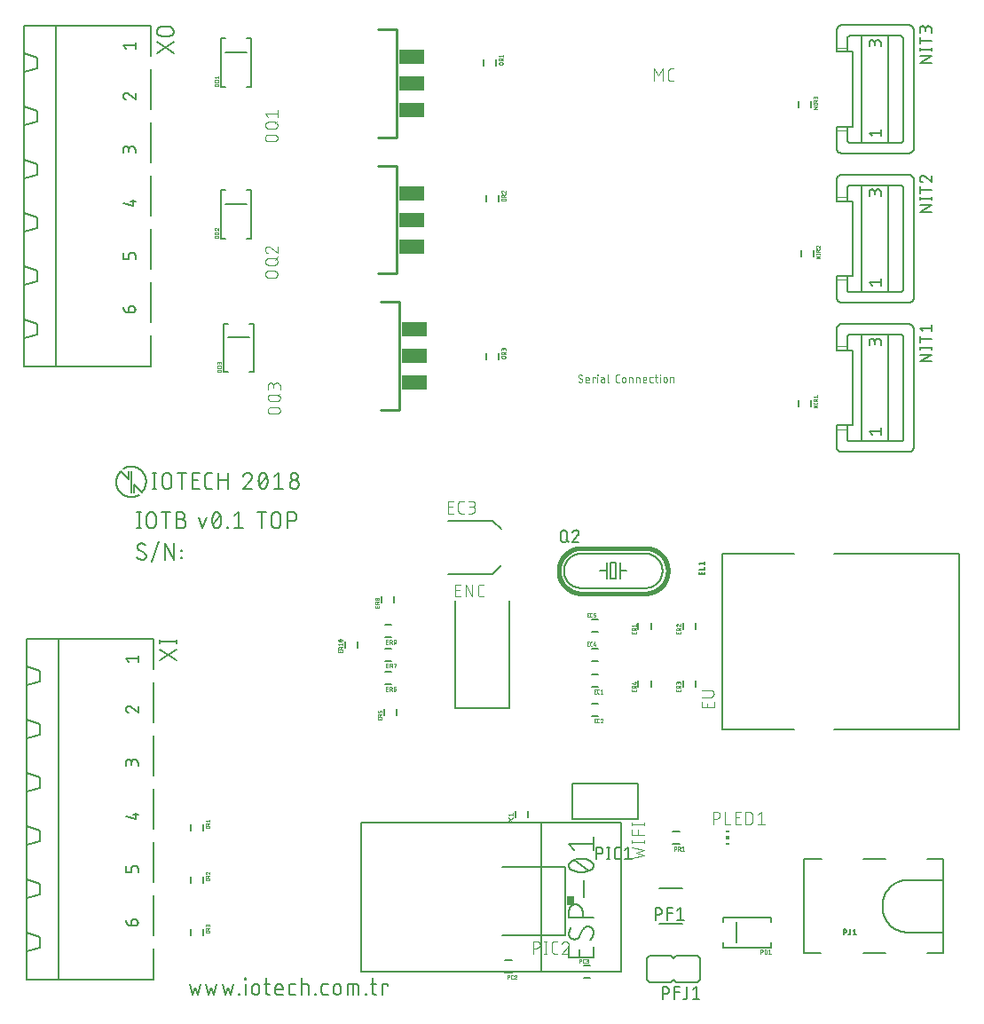
<source format=gbr>
G04 EAGLE Gerber RS-274X export*
G75*
%MOMM*%
%FSLAX34Y34*%
%LPD*%
%AMOC8*
5,1,8,0,0,1.08239X$1,22.5*%
G01*
%ADD10C,0.127000*%
%ADD11C,0.152400*%
%ADD12C,0.025400*%
%ADD13C,0.101600*%
%ADD14R,0.300000X0.150000*%
%ADD15R,0.300000X0.300000*%
%ADD16C,0.203200*%
%ADD17R,0.762000X0.863600*%
%ADD18C,0.254000*%
%ADD19R,2.489200X1.422400*%
%ADD20C,0.050800*%
%ADD21C,0.076200*%
%ADD22C,0.177800*%
%ADD23C,0.406400*%


D10*
X77357Y476129D02*
X77357Y460635D01*
X79078Y460635D02*
X75635Y460635D01*
X75635Y476129D02*
X79078Y476129D01*
X84945Y471825D02*
X84945Y464939D01*
X84945Y471825D02*
X84947Y471955D01*
X84953Y472085D01*
X84963Y472215D01*
X84976Y472344D01*
X84994Y472473D01*
X85015Y472601D01*
X85041Y472728D01*
X85070Y472855D01*
X85103Y472981D01*
X85140Y473105D01*
X85180Y473229D01*
X85225Y473351D01*
X85273Y473472D01*
X85324Y473591D01*
X85379Y473709D01*
X85438Y473825D01*
X85500Y473939D01*
X85566Y474052D01*
X85635Y474162D01*
X85707Y474270D01*
X85782Y474376D01*
X85861Y474479D01*
X85943Y474580D01*
X86027Y474679D01*
X86115Y474775D01*
X86206Y474868D01*
X86299Y474959D01*
X86395Y475047D01*
X86494Y475131D01*
X86595Y475213D01*
X86698Y475292D01*
X86804Y475367D01*
X86912Y475439D01*
X87022Y475508D01*
X87135Y475574D01*
X87249Y475636D01*
X87365Y475695D01*
X87483Y475750D01*
X87602Y475801D01*
X87723Y475849D01*
X87845Y475894D01*
X87969Y475934D01*
X88093Y475971D01*
X88219Y476004D01*
X88346Y476033D01*
X88473Y476059D01*
X88601Y476080D01*
X88730Y476098D01*
X88859Y476111D01*
X88989Y476121D01*
X89119Y476127D01*
X89249Y476129D01*
X89379Y476127D01*
X89509Y476121D01*
X89639Y476111D01*
X89768Y476098D01*
X89897Y476080D01*
X90025Y476059D01*
X90152Y476033D01*
X90279Y476004D01*
X90405Y475971D01*
X90529Y475934D01*
X90653Y475894D01*
X90775Y475849D01*
X90896Y475801D01*
X91015Y475750D01*
X91133Y475695D01*
X91249Y475636D01*
X91363Y475574D01*
X91476Y475508D01*
X91586Y475439D01*
X91694Y475367D01*
X91800Y475292D01*
X91903Y475213D01*
X92004Y475131D01*
X92103Y475047D01*
X92199Y474959D01*
X92292Y474868D01*
X92383Y474775D01*
X92471Y474679D01*
X92555Y474580D01*
X92637Y474479D01*
X92716Y474376D01*
X92791Y474270D01*
X92863Y474162D01*
X92932Y474052D01*
X92998Y473939D01*
X93060Y473825D01*
X93119Y473709D01*
X93174Y473591D01*
X93225Y473472D01*
X93273Y473351D01*
X93318Y473229D01*
X93358Y473105D01*
X93395Y472981D01*
X93428Y472855D01*
X93457Y472728D01*
X93483Y472601D01*
X93504Y472473D01*
X93522Y472344D01*
X93535Y472215D01*
X93545Y472085D01*
X93551Y471955D01*
X93553Y471825D01*
X93553Y464939D01*
X93551Y464809D01*
X93545Y464679D01*
X93535Y464549D01*
X93522Y464420D01*
X93504Y464291D01*
X93483Y464163D01*
X93457Y464036D01*
X93428Y463909D01*
X93395Y463783D01*
X93358Y463659D01*
X93318Y463535D01*
X93273Y463413D01*
X93225Y463292D01*
X93174Y463173D01*
X93119Y463055D01*
X93060Y462939D01*
X92998Y462825D01*
X92932Y462712D01*
X92863Y462602D01*
X92791Y462494D01*
X92716Y462388D01*
X92637Y462285D01*
X92555Y462184D01*
X92471Y462085D01*
X92383Y461989D01*
X92292Y461896D01*
X92199Y461805D01*
X92103Y461717D01*
X92004Y461633D01*
X91903Y461551D01*
X91800Y461472D01*
X91694Y461397D01*
X91586Y461325D01*
X91476Y461256D01*
X91363Y461190D01*
X91249Y461128D01*
X91133Y461069D01*
X91015Y461014D01*
X90896Y460963D01*
X90775Y460915D01*
X90653Y460870D01*
X90529Y460830D01*
X90405Y460793D01*
X90279Y460760D01*
X90152Y460731D01*
X90025Y460705D01*
X89897Y460684D01*
X89768Y460666D01*
X89639Y460653D01*
X89509Y460643D01*
X89379Y460637D01*
X89249Y460635D01*
X89119Y460637D01*
X88989Y460643D01*
X88859Y460653D01*
X88730Y460666D01*
X88601Y460684D01*
X88473Y460705D01*
X88346Y460731D01*
X88219Y460760D01*
X88093Y460793D01*
X87969Y460830D01*
X87845Y460870D01*
X87723Y460915D01*
X87602Y460963D01*
X87483Y461014D01*
X87365Y461069D01*
X87249Y461128D01*
X87135Y461190D01*
X87022Y461256D01*
X86912Y461325D01*
X86804Y461397D01*
X86698Y461472D01*
X86595Y461551D01*
X86494Y461633D01*
X86395Y461717D01*
X86299Y461805D01*
X86206Y461896D01*
X86115Y461989D01*
X86027Y462085D01*
X85943Y462184D01*
X85861Y462285D01*
X85782Y462388D01*
X85707Y462494D01*
X85635Y462602D01*
X85566Y462712D01*
X85500Y462825D01*
X85438Y462939D01*
X85379Y463055D01*
X85324Y463173D01*
X85273Y463292D01*
X85225Y463413D01*
X85180Y463535D01*
X85140Y463659D01*
X85103Y463783D01*
X85070Y463909D01*
X85041Y464036D01*
X85015Y464163D01*
X84994Y464291D01*
X84976Y464420D01*
X84963Y464549D01*
X84953Y464679D01*
X84947Y464809D01*
X84945Y464939D01*
X103124Y460635D02*
X103124Y476129D01*
X98820Y476129D02*
X107428Y476129D01*
X113387Y469243D02*
X117691Y469243D01*
X117821Y469241D01*
X117951Y469235D01*
X118081Y469225D01*
X118210Y469212D01*
X118339Y469194D01*
X118467Y469173D01*
X118594Y469147D01*
X118721Y469118D01*
X118847Y469085D01*
X118971Y469048D01*
X119095Y469008D01*
X119217Y468963D01*
X119338Y468915D01*
X119457Y468864D01*
X119575Y468809D01*
X119691Y468750D01*
X119805Y468688D01*
X119918Y468622D01*
X120028Y468553D01*
X120136Y468481D01*
X120242Y468406D01*
X120345Y468327D01*
X120446Y468245D01*
X120545Y468161D01*
X120641Y468073D01*
X120734Y467982D01*
X120825Y467889D01*
X120913Y467793D01*
X120997Y467694D01*
X121079Y467593D01*
X121158Y467490D01*
X121233Y467384D01*
X121305Y467276D01*
X121374Y467166D01*
X121440Y467053D01*
X121502Y466939D01*
X121561Y466823D01*
X121616Y466705D01*
X121667Y466586D01*
X121715Y466465D01*
X121760Y466343D01*
X121800Y466219D01*
X121837Y466095D01*
X121870Y465969D01*
X121899Y465842D01*
X121925Y465715D01*
X121946Y465587D01*
X121964Y465458D01*
X121977Y465329D01*
X121987Y465199D01*
X121993Y465069D01*
X121995Y464939D01*
X121993Y464809D01*
X121987Y464679D01*
X121977Y464549D01*
X121964Y464420D01*
X121946Y464291D01*
X121925Y464163D01*
X121899Y464036D01*
X121870Y463909D01*
X121837Y463783D01*
X121800Y463659D01*
X121760Y463535D01*
X121715Y463413D01*
X121667Y463292D01*
X121616Y463173D01*
X121561Y463055D01*
X121502Y462939D01*
X121440Y462825D01*
X121374Y462712D01*
X121305Y462602D01*
X121233Y462494D01*
X121158Y462388D01*
X121079Y462285D01*
X120997Y462184D01*
X120913Y462085D01*
X120825Y461989D01*
X120734Y461896D01*
X120641Y461805D01*
X120545Y461717D01*
X120446Y461633D01*
X120345Y461551D01*
X120242Y461472D01*
X120136Y461397D01*
X120028Y461325D01*
X119918Y461256D01*
X119805Y461190D01*
X119691Y461128D01*
X119575Y461069D01*
X119457Y461014D01*
X119338Y460963D01*
X119217Y460915D01*
X119095Y460870D01*
X118971Y460830D01*
X118847Y460793D01*
X118721Y460760D01*
X118594Y460731D01*
X118467Y460705D01*
X118339Y460684D01*
X118210Y460666D01*
X118081Y460653D01*
X117951Y460643D01*
X117821Y460637D01*
X117691Y460635D01*
X113387Y460635D01*
X113387Y476129D01*
X117691Y476129D01*
X117807Y476127D01*
X117923Y476121D01*
X118039Y476111D01*
X118155Y476098D01*
X118270Y476080D01*
X118384Y476059D01*
X118498Y476033D01*
X118610Y476004D01*
X118722Y475971D01*
X118832Y475934D01*
X118941Y475894D01*
X119049Y475850D01*
X119155Y475802D01*
X119259Y475751D01*
X119362Y475696D01*
X119463Y475638D01*
X119561Y475577D01*
X119658Y475512D01*
X119752Y475444D01*
X119844Y475373D01*
X119934Y475298D01*
X120021Y475221D01*
X120105Y475141D01*
X120186Y475058D01*
X120265Y474972D01*
X120341Y474884D01*
X120414Y474793D01*
X120483Y474700D01*
X120550Y474605D01*
X120613Y474507D01*
X120673Y474408D01*
X120729Y474306D01*
X120782Y474202D01*
X120832Y474097D01*
X120877Y473990D01*
X120920Y473882D01*
X120958Y473772D01*
X120993Y473661D01*
X121024Y473549D01*
X121051Y473436D01*
X121075Y473322D01*
X121094Y473207D01*
X121110Y473092D01*
X121122Y472976D01*
X121130Y472860D01*
X121134Y472744D01*
X121134Y472628D01*
X121130Y472512D01*
X121122Y472396D01*
X121110Y472280D01*
X121094Y472165D01*
X121075Y472050D01*
X121051Y471936D01*
X121024Y471823D01*
X120993Y471711D01*
X120958Y471600D01*
X120920Y471490D01*
X120877Y471382D01*
X120832Y471275D01*
X120782Y471170D01*
X120729Y471066D01*
X120673Y470965D01*
X120613Y470865D01*
X120550Y470767D01*
X120483Y470672D01*
X120414Y470579D01*
X120341Y470488D01*
X120265Y470400D01*
X120186Y470314D01*
X120105Y470231D01*
X120021Y470151D01*
X119934Y470074D01*
X119844Y469999D01*
X119752Y469928D01*
X119658Y469860D01*
X119561Y469795D01*
X119463Y469734D01*
X119362Y469676D01*
X119259Y469621D01*
X119155Y469570D01*
X119049Y469522D01*
X118941Y469478D01*
X118832Y469438D01*
X118722Y469401D01*
X118610Y469368D01*
X118498Y469339D01*
X118384Y469313D01*
X118270Y469292D01*
X118155Y469274D01*
X118039Y469261D01*
X117923Y469251D01*
X117807Y469245D01*
X117691Y469243D01*
X134863Y470964D02*
X138306Y460635D01*
X141749Y470964D01*
X147382Y468382D02*
X147386Y468687D01*
X147397Y468991D01*
X147415Y469296D01*
X147440Y469599D01*
X147473Y469902D01*
X147513Y470205D01*
X147560Y470506D01*
X147614Y470806D01*
X147676Y471104D01*
X147744Y471401D01*
X147820Y471697D01*
X147902Y471990D01*
X147992Y472281D01*
X148089Y472570D01*
X148192Y472857D01*
X148302Y473141D01*
X148419Y473423D01*
X148543Y473701D01*
X148673Y473977D01*
X148672Y473977D02*
X148710Y474080D01*
X148750Y474182D01*
X148795Y474282D01*
X148843Y474381D01*
X148894Y474478D01*
X148948Y474573D01*
X149006Y474667D01*
X149067Y474758D01*
X149131Y474847D01*
X149198Y474934D01*
X149268Y475018D01*
X149341Y475101D01*
X149417Y475180D01*
X149495Y475257D01*
X149576Y475331D01*
X149660Y475402D01*
X149746Y475470D01*
X149834Y475536D01*
X149924Y475598D01*
X150017Y475657D01*
X150111Y475713D01*
X150207Y475766D01*
X150305Y475815D01*
X150405Y475861D01*
X150506Y475903D01*
X150609Y475942D01*
X150713Y475977D01*
X150818Y476009D01*
X150924Y476037D01*
X151031Y476061D01*
X151139Y476082D01*
X151247Y476099D01*
X151356Y476112D01*
X151466Y476121D01*
X151575Y476127D01*
X151685Y476129D01*
X151795Y476127D01*
X151904Y476121D01*
X152014Y476112D01*
X152123Y476099D01*
X152231Y476082D01*
X152339Y476061D01*
X152446Y476037D01*
X152552Y476009D01*
X152657Y475977D01*
X152761Y475942D01*
X152864Y475903D01*
X152965Y475861D01*
X153065Y475815D01*
X153163Y475766D01*
X153259Y475713D01*
X153353Y475657D01*
X153446Y475598D01*
X153536Y475536D01*
X153624Y475470D01*
X153710Y475402D01*
X153794Y475331D01*
X153875Y475257D01*
X153953Y475180D01*
X154029Y475100D01*
X154102Y475018D01*
X154172Y474934D01*
X154239Y474847D01*
X154303Y474758D01*
X154364Y474667D01*
X154422Y474573D01*
X154476Y474478D01*
X154527Y474381D01*
X154575Y474282D01*
X154620Y474182D01*
X154660Y474080D01*
X154698Y473977D01*
X154828Y473701D01*
X154952Y473423D01*
X155069Y473141D01*
X155179Y472857D01*
X155282Y472570D01*
X155379Y472281D01*
X155469Y471990D01*
X155551Y471697D01*
X155627Y471401D01*
X155695Y471104D01*
X155757Y470806D01*
X155811Y470506D01*
X155858Y470205D01*
X155898Y469902D01*
X155931Y469599D01*
X155956Y469296D01*
X155974Y468991D01*
X155985Y468687D01*
X155989Y468382D01*
X147382Y468382D02*
X147386Y468077D01*
X147397Y467773D01*
X147415Y467468D01*
X147440Y467165D01*
X147473Y466862D01*
X147513Y466559D01*
X147560Y466258D01*
X147614Y465958D01*
X147676Y465660D01*
X147744Y465363D01*
X147820Y465067D01*
X147902Y464774D01*
X147992Y464483D01*
X148089Y464194D01*
X148192Y463907D01*
X148302Y463623D01*
X148419Y463341D01*
X148543Y463063D01*
X148673Y462787D01*
X148672Y462787D02*
X148710Y462684D01*
X148750Y462582D01*
X148795Y462482D01*
X148843Y462383D01*
X148894Y462286D01*
X148948Y462191D01*
X149006Y462097D01*
X149067Y462006D01*
X149131Y461917D01*
X149198Y461830D01*
X149268Y461745D01*
X149341Y461663D01*
X149417Y461584D01*
X149495Y461507D01*
X149576Y461433D01*
X149660Y461362D01*
X149746Y461294D01*
X149834Y461228D01*
X149924Y461166D01*
X150017Y461107D01*
X150111Y461051D01*
X150207Y460998D01*
X150306Y460949D01*
X150405Y460903D01*
X150506Y460861D01*
X150609Y460822D01*
X150713Y460787D01*
X150818Y460755D01*
X150924Y460727D01*
X151031Y460703D01*
X151139Y460682D01*
X151247Y460665D01*
X151356Y460652D01*
X151466Y460643D01*
X151575Y460637D01*
X151685Y460635D01*
X154698Y462787D02*
X154828Y463063D01*
X154952Y463341D01*
X155069Y463623D01*
X155179Y463907D01*
X155282Y464194D01*
X155379Y464483D01*
X155469Y464774D01*
X155551Y465067D01*
X155627Y465363D01*
X155695Y465660D01*
X155757Y465958D01*
X155811Y466258D01*
X155858Y466559D01*
X155898Y466862D01*
X155931Y467165D01*
X155956Y467468D01*
X155974Y467773D01*
X155985Y468077D01*
X155989Y468382D01*
X154698Y462787D02*
X154660Y462684D01*
X154620Y462582D01*
X154575Y462482D01*
X154527Y462383D01*
X154476Y462286D01*
X154422Y462191D01*
X154364Y462097D01*
X154303Y462006D01*
X154239Y461917D01*
X154172Y461830D01*
X154102Y461746D01*
X154029Y461663D01*
X153953Y461584D01*
X153875Y461507D01*
X153794Y461433D01*
X153710Y461362D01*
X153624Y461294D01*
X153536Y461228D01*
X153446Y461166D01*
X153353Y461107D01*
X153259Y461051D01*
X153163Y460998D01*
X153065Y460949D01*
X152965Y460903D01*
X152864Y460861D01*
X152761Y460822D01*
X152657Y460787D01*
X152552Y460755D01*
X152446Y460727D01*
X152339Y460703D01*
X152231Y460682D01*
X152123Y460665D01*
X152014Y460652D01*
X151904Y460643D01*
X151795Y460637D01*
X151685Y460635D01*
X148242Y464078D02*
X155129Y472686D01*
X161661Y461496D02*
X161661Y460635D01*
X161661Y461496D02*
X162522Y461496D01*
X162522Y460635D01*
X161661Y460635D01*
X168194Y472686D02*
X172497Y476129D01*
X172497Y460635D01*
X168194Y460635D02*
X176801Y460635D01*
X194301Y460635D02*
X194301Y476129D01*
X198604Y476129D02*
X189997Y476129D01*
X203871Y471825D02*
X203871Y464939D01*
X203871Y471825D02*
X203873Y471955D01*
X203879Y472085D01*
X203889Y472215D01*
X203902Y472344D01*
X203920Y472473D01*
X203941Y472601D01*
X203967Y472728D01*
X203996Y472855D01*
X204029Y472981D01*
X204066Y473105D01*
X204106Y473229D01*
X204151Y473351D01*
X204199Y473472D01*
X204250Y473591D01*
X204305Y473709D01*
X204364Y473825D01*
X204426Y473939D01*
X204492Y474052D01*
X204561Y474162D01*
X204633Y474270D01*
X204708Y474376D01*
X204787Y474479D01*
X204869Y474580D01*
X204953Y474679D01*
X205041Y474775D01*
X205132Y474868D01*
X205225Y474959D01*
X205321Y475047D01*
X205420Y475131D01*
X205521Y475213D01*
X205624Y475292D01*
X205730Y475367D01*
X205838Y475439D01*
X205948Y475508D01*
X206061Y475574D01*
X206175Y475636D01*
X206291Y475695D01*
X206409Y475750D01*
X206528Y475801D01*
X206649Y475849D01*
X206771Y475894D01*
X206895Y475934D01*
X207019Y475971D01*
X207145Y476004D01*
X207272Y476033D01*
X207399Y476059D01*
X207527Y476080D01*
X207656Y476098D01*
X207785Y476111D01*
X207915Y476121D01*
X208045Y476127D01*
X208175Y476129D01*
X208305Y476127D01*
X208435Y476121D01*
X208565Y476111D01*
X208694Y476098D01*
X208823Y476080D01*
X208951Y476059D01*
X209078Y476033D01*
X209205Y476004D01*
X209331Y475971D01*
X209455Y475934D01*
X209579Y475894D01*
X209701Y475849D01*
X209822Y475801D01*
X209941Y475750D01*
X210059Y475695D01*
X210175Y475636D01*
X210289Y475574D01*
X210402Y475508D01*
X210512Y475439D01*
X210620Y475367D01*
X210726Y475292D01*
X210829Y475213D01*
X210930Y475131D01*
X211029Y475047D01*
X211125Y474959D01*
X211218Y474868D01*
X211309Y474775D01*
X211397Y474679D01*
X211481Y474580D01*
X211563Y474479D01*
X211642Y474376D01*
X211717Y474270D01*
X211789Y474162D01*
X211858Y474052D01*
X211924Y473939D01*
X211986Y473825D01*
X212045Y473709D01*
X212100Y473591D01*
X212151Y473472D01*
X212199Y473351D01*
X212244Y473229D01*
X212284Y473105D01*
X212321Y472981D01*
X212354Y472855D01*
X212383Y472728D01*
X212409Y472601D01*
X212430Y472473D01*
X212448Y472344D01*
X212461Y472215D01*
X212471Y472085D01*
X212477Y471955D01*
X212479Y471825D01*
X212479Y464939D01*
X212477Y464809D01*
X212471Y464679D01*
X212461Y464549D01*
X212448Y464420D01*
X212430Y464291D01*
X212409Y464163D01*
X212383Y464036D01*
X212354Y463909D01*
X212321Y463783D01*
X212284Y463659D01*
X212244Y463535D01*
X212199Y463413D01*
X212151Y463292D01*
X212100Y463173D01*
X212045Y463055D01*
X211986Y462939D01*
X211924Y462825D01*
X211858Y462712D01*
X211789Y462602D01*
X211717Y462494D01*
X211642Y462388D01*
X211563Y462285D01*
X211481Y462184D01*
X211397Y462085D01*
X211309Y461989D01*
X211218Y461896D01*
X211125Y461805D01*
X211029Y461717D01*
X210930Y461633D01*
X210829Y461551D01*
X210726Y461472D01*
X210620Y461397D01*
X210512Y461325D01*
X210402Y461256D01*
X210289Y461190D01*
X210175Y461128D01*
X210059Y461069D01*
X209941Y461014D01*
X209822Y460963D01*
X209701Y460915D01*
X209579Y460870D01*
X209455Y460830D01*
X209331Y460793D01*
X209205Y460760D01*
X209078Y460731D01*
X208951Y460705D01*
X208823Y460684D01*
X208694Y460666D01*
X208565Y460653D01*
X208435Y460643D01*
X208305Y460637D01*
X208175Y460635D01*
X208045Y460637D01*
X207915Y460643D01*
X207785Y460653D01*
X207656Y460666D01*
X207527Y460684D01*
X207399Y460705D01*
X207272Y460731D01*
X207145Y460760D01*
X207019Y460793D01*
X206895Y460830D01*
X206771Y460870D01*
X206649Y460915D01*
X206528Y460963D01*
X206409Y461014D01*
X206291Y461069D01*
X206175Y461128D01*
X206061Y461190D01*
X205948Y461256D01*
X205838Y461325D01*
X205730Y461397D01*
X205624Y461472D01*
X205521Y461551D01*
X205420Y461633D01*
X205321Y461717D01*
X205225Y461805D01*
X205132Y461896D01*
X205041Y461989D01*
X204953Y462085D01*
X204869Y462184D01*
X204787Y462285D01*
X204708Y462388D01*
X204633Y462494D01*
X204561Y462602D01*
X204492Y462712D01*
X204426Y462825D01*
X204364Y462939D01*
X204305Y463055D01*
X204250Y463173D01*
X204199Y463292D01*
X204151Y463413D01*
X204106Y463535D01*
X204066Y463659D01*
X204029Y463783D01*
X203996Y463909D01*
X203967Y464036D01*
X203941Y464163D01*
X203920Y464291D01*
X203902Y464420D01*
X203889Y464549D01*
X203879Y464679D01*
X203873Y464809D01*
X203871Y464939D01*
X219430Y460635D02*
X219430Y476129D01*
X223733Y476129D01*
X223863Y476127D01*
X223993Y476121D01*
X224123Y476111D01*
X224252Y476098D01*
X224381Y476080D01*
X224509Y476059D01*
X224636Y476033D01*
X224763Y476004D01*
X224889Y475971D01*
X225013Y475934D01*
X225137Y475894D01*
X225259Y475849D01*
X225380Y475801D01*
X225499Y475750D01*
X225617Y475695D01*
X225733Y475636D01*
X225847Y475574D01*
X225960Y475508D01*
X226070Y475439D01*
X226178Y475367D01*
X226284Y475292D01*
X226387Y475213D01*
X226488Y475131D01*
X226587Y475047D01*
X226683Y474959D01*
X226776Y474868D01*
X226867Y474775D01*
X226955Y474679D01*
X227039Y474580D01*
X227121Y474479D01*
X227200Y474376D01*
X227275Y474270D01*
X227347Y474162D01*
X227416Y474052D01*
X227482Y473939D01*
X227544Y473825D01*
X227603Y473709D01*
X227658Y473591D01*
X227709Y473472D01*
X227757Y473351D01*
X227802Y473229D01*
X227842Y473105D01*
X227879Y472981D01*
X227912Y472855D01*
X227941Y472728D01*
X227967Y472601D01*
X227988Y472473D01*
X228006Y472344D01*
X228019Y472215D01*
X228029Y472085D01*
X228035Y471955D01*
X228037Y471825D01*
X228035Y471695D01*
X228029Y471565D01*
X228019Y471435D01*
X228006Y471306D01*
X227988Y471177D01*
X227967Y471049D01*
X227941Y470922D01*
X227912Y470795D01*
X227879Y470669D01*
X227842Y470545D01*
X227802Y470421D01*
X227757Y470299D01*
X227709Y470178D01*
X227658Y470059D01*
X227603Y469941D01*
X227544Y469825D01*
X227482Y469711D01*
X227416Y469598D01*
X227347Y469488D01*
X227275Y469380D01*
X227200Y469274D01*
X227121Y469171D01*
X227039Y469070D01*
X226955Y468971D01*
X226867Y468875D01*
X226776Y468782D01*
X226683Y468691D01*
X226587Y468603D01*
X226488Y468519D01*
X226387Y468437D01*
X226284Y468358D01*
X226178Y468283D01*
X226070Y468211D01*
X225960Y468142D01*
X225847Y468076D01*
X225733Y468014D01*
X225617Y467955D01*
X225499Y467900D01*
X225380Y467849D01*
X225259Y467801D01*
X225137Y467756D01*
X225013Y467716D01*
X224889Y467679D01*
X224763Y467646D01*
X224636Y467617D01*
X224509Y467591D01*
X224381Y467570D01*
X224252Y467552D01*
X224123Y467539D01*
X223993Y467529D01*
X223863Y467523D01*
X223733Y467521D01*
X219430Y467521D01*
X92357Y498135D02*
X92357Y513629D01*
X90635Y498135D02*
X94078Y498135D01*
X94078Y513629D02*
X90635Y513629D01*
X99945Y509325D02*
X99945Y502439D01*
X99945Y509325D02*
X99947Y509455D01*
X99953Y509585D01*
X99963Y509715D01*
X99976Y509844D01*
X99994Y509973D01*
X100015Y510101D01*
X100041Y510228D01*
X100070Y510355D01*
X100103Y510481D01*
X100140Y510605D01*
X100180Y510729D01*
X100225Y510851D01*
X100273Y510972D01*
X100324Y511091D01*
X100379Y511209D01*
X100438Y511325D01*
X100500Y511439D01*
X100566Y511552D01*
X100635Y511662D01*
X100707Y511770D01*
X100782Y511876D01*
X100861Y511979D01*
X100943Y512080D01*
X101027Y512179D01*
X101115Y512275D01*
X101206Y512368D01*
X101299Y512459D01*
X101395Y512547D01*
X101494Y512631D01*
X101595Y512713D01*
X101698Y512792D01*
X101804Y512867D01*
X101912Y512939D01*
X102022Y513008D01*
X102135Y513074D01*
X102249Y513136D01*
X102365Y513195D01*
X102483Y513250D01*
X102602Y513301D01*
X102723Y513349D01*
X102845Y513394D01*
X102969Y513434D01*
X103093Y513471D01*
X103219Y513504D01*
X103346Y513533D01*
X103473Y513559D01*
X103601Y513580D01*
X103730Y513598D01*
X103859Y513611D01*
X103989Y513621D01*
X104119Y513627D01*
X104249Y513629D01*
X104379Y513627D01*
X104509Y513621D01*
X104639Y513611D01*
X104768Y513598D01*
X104897Y513580D01*
X105025Y513559D01*
X105152Y513533D01*
X105279Y513504D01*
X105405Y513471D01*
X105529Y513434D01*
X105653Y513394D01*
X105775Y513349D01*
X105896Y513301D01*
X106015Y513250D01*
X106133Y513195D01*
X106249Y513136D01*
X106363Y513074D01*
X106476Y513008D01*
X106586Y512939D01*
X106694Y512867D01*
X106800Y512792D01*
X106903Y512713D01*
X107004Y512631D01*
X107103Y512547D01*
X107199Y512459D01*
X107292Y512368D01*
X107383Y512275D01*
X107471Y512179D01*
X107555Y512080D01*
X107637Y511979D01*
X107716Y511876D01*
X107791Y511770D01*
X107863Y511662D01*
X107932Y511552D01*
X107998Y511439D01*
X108060Y511325D01*
X108119Y511209D01*
X108174Y511091D01*
X108225Y510972D01*
X108273Y510851D01*
X108318Y510729D01*
X108358Y510605D01*
X108395Y510481D01*
X108428Y510355D01*
X108457Y510228D01*
X108483Y510101D01*
X108504Y509973D01*
X108522Y509844D01*
X108535Y509715D01*
X108545Y509585D01*
X108551Y509455D01*
X108553Y509325D01*
X108553Y502439D01*
X108551Y502309D01*
X108545Y502179D01*
X108535Y502049D01*
X108522Y501920D01*
X108504Y501791D01*
X108483Y501663D01*
X108457Y501536D01*
X108428Y501409D01*
X108395Y501283D01*
X108358Y501159D01*
X108318Y501035D01*
X108273Y500913D01*
X108225Y500792D01*
X108174Y500673D01*
X108119Y500555D01*
X108060Y500439D01*
X107998Y500325D01*
X107932Y500212D01*
X107863Y500102D01*
X107791Y499994D01*
X107716Y499888D01*
X107637Y499785D01*
X107555Y499684D01*
X107471Y499585D01*
X107383Y499489D01*
X107292Y499396D01*
X107199Y499305D01*
X107103Y499217D01*
X107004Y499133D01*
X106903Y499051D01*
X106800Y498972D01*
X106694Y498897D01*
X106586Y498825D01*
X106476Y498756D01*
X106363Y498690D01*
X106249Y498628D01*
X106133Y498569D01*
X106015Y498514D01*
X105896Y498463D01*
X105775Y498415D01*
X105653Y498370D01*
X105529Y498330D01*
X105405Y498293D01*
X105279Y498260D01*
X105152Y498231D01*
X105025Y498205D01*
X104897Y498184D01*
X104768Y498166D01*
X104639Y498153D01*
X104509Y498143D01*
X104379Y498137D01*
X104249Y498135D01*
X104119Y498137D01*
X103989Y498143D01*
X103859Y498153D01*
X103730Y498166D01*
X103601Y498184D01*
X103473Y498205D01*
X103346Y498231D01*
X103219Y498260D01*
X103093Y498293D01*
X102969Y498330D01*
X102845Y498370D01*
X102723Y498415D01*
X102602Y498463D01*
X102483Y498514D01*
X102365Y498569D01*
X102249Y498628D01*
X102135Y498690D01*
X102022Y498756D01*
X101912Y498825D01*
X101804Y498897D01*
X101698Y498972D01*
X101595Y499051D01*
X101494Y499133D01*
X101395Y499217D01*
X101299Y499305D01*
X101206Y499396D01*
X101115Y499489D01*
X101027Y499585D01*
X100943Y499684D01*
X100861Y499785D01*
X100782Y499888D01*
X100707Y499994D01*
X100635Y500102D01*
X100566Y500212D01*
X100500Y500325D01*
X100438Y500439D01*
X100379Y500555D01*
X100324Y500673D01*
X100273Y500792D01*
X100225Y500913D01*
X100180Y501035D01*
X100140Y501159D01*
X100103Y501283D01*
X100070Y501409D01*
X100041Y501536D01*
X100015Y501663D01*
X99994Y501791D01*
X99976Y501920D01*
X99963Y502049D01*
X99953Y502179D01*
X99947Y502309D01*
X99945Y502439D01*
X118124Y498135D02*
X118124Y513629D01*
X113820Y513629D02*
X122428Y513629D01*
X128218Y498135D02*
X135104Y498135D01*
X128218Y498135D02*
X128218Y513629D01*
X135104Y513629D01*
X133382Y506743D02*
X128218Y506743D01*
X143984Y498135D02*
X147427Y498135D01*
X143984Y498135D02*
X143869Y498137D01*
X143754Y498143D01*
X143639Y498152D01*
X143525Y498166D01*
X143411Y498183D01*
X143298Y498204D01*
X143186Y498229D01*
X143074Y498257D01*
X142964Y498290D01*
X142855Y498326D01*
X142747Y498365D01*
X142640Y498408D01*
X142535Y498455D01*
X142431Y498505D01*
X142329Y498559D01*
X142229Y498616D01*
X142131Y498676D01*
X142035Y498739D01*
X141942Y498806D01*
X141850Y498876D01*
X141761Y498949D01*
X141674Y499024D01*
X141590Y499103D01*
X141509Y499184D01*
X141430Y499268D01*
X141355Y499355D01*
X141282Y499444D01*
X141212Y499536D01*
X141145Y499629D01*
X141082Y499725D01*
X141022Y499823D01*
X140965Y499923D01*
X140911Y500025D01*
X140861Y500129D01*
X140814Y500234D01*
X140771Y500341D01*
X140732Y500449D01*
X140696Y500558D01*
X140663Y500668D01*
X140635Y500780D01*
X140610Y500892D01*
X140589Y501005D01*
X140572Y501119D01*
X140558Y501233D01*
X140549Y501348D01*
X140543Y501463D01*
X140541Y501578D01*
X140541Y510186D01*
X140543Y510301D01*
X140549Y510416D01*
X140558Y510531D01*
X140572Y510645D01*
X140589Y510759D01*
X140610Y510872D01*
X140635Y510984D01*
X140663Y511096D01*
X140696Y511206D01*
X140732Y511315D01*
X140771Y511423D01*
X140814Y511530D01*
X140861Y511635D01*
X140911Y511739D01*
X140965Y511841D01*
X141022Y511941D01*
X141082Y512039D01*
X141145Y512135D01*
X141212Y512228D01*
X141282Y512320D01*
X141355Y512409D01*
X141430Y512496D01*
X141509Y512580D01*
X141590Y512661D01*
X141674Y512739D01*
X141761Y512815D01*
X141850Y512888D01*
X141942Y512958D01*
X142035Y513025D01*
X142131Y513088D01*
X142229Y513148D01*
X142329Y513205D01*
X142431Y513259D01*
X142535Y513309D01*
X142640Y513356D01*
X142747Y513399D01*
X142855Y513438D01*
X142964Y513474D01*
X143074Y513507D01*
X143186Y513535D01*
X143298Y513560D01*
X143411Y513581D01*
X143525Y513598D01*
X143639Y513612D01*
X143754Y513621D01*
X143869Y513627D01*
X143984Y513629D01*
X147427Y513629D01*
X153462Y513629D02*
X153462Y498135D01*
X153462Y506743D02*
X162070Y506743D01*
X162070Y513629D02*
X162070Y498135D01*
X181486Y513630D02*
X181608Y513628D01*
X181729Y513622D01*
X181851Y513613D01*
X181972Y513599D01*
X182092Y513582D01*
X182212Y513561D01*
X182331Y513537D01*
X182449Y513508D01*
X182567Y513476D01*
X182683Y513440D01*
X182798Y513401D01*
X182912Y513358D01*
X183025Y513311D01*
X183135Y513261D01*
X183245Y513208D01*
X183352Y513151D01*
X183458Y513091D01*
X183562Y513027D01*
X183664Y512960D01*
X183763Y512890D01*
X183860Y512817D01*
X183955Y512741D01*
X184048Y512662D01*
X184138Y512580D01*
X184225Y512495D01*
X184310Y512408D01*
X184392Y512318D01*
X184471Y512225D01*
X184547Y512130D01*
X184620Y512033D01*
X184690Y511934D01*
X184757Y511832D01*
X184821Y511728D01*
X184881Y511622D01*
X184938Y511515D01*
X184991Y511405D01*
X185041Y511295D01*
X185088Y511182D01*
X185131Y511068D01*
X185170Y510953D01*
X185206Y510837D01*
X185238Y510719D01*
X185267Y510601D01*
X185291Y510482D01*
X185312Y510362D01*
X185329Y510242D01*
X185343Y510121D01*
X185352Y509999D01*
X185358Y509878D01*
X185360Y509756D01*
X181486Y513629D02*
X181347Y513627D01*
X181208Y513621D01*
X181069Y513612D01*
X180931Y513598D01*
X180793Y513580D01*
X180656Y513559D01*
X180519Y513534D01*
X180383Y513505D01*
X180248Y513472D01*
X180113Y513436D01*
X179980Y513396D01*
X179848Y513352D01*
X179718Y513304D01*
X179588Y513253D01*
X179461Y513198D01*
X179334Y513140D01*
X179210Y513078D01*
X179087Y513013D01*
X178966Y512944D01*
X178847Y512872D01*
X178730Y512796D01*
X178616Y512718D01*
X178503Y512636D01*
X178393Y512551D01*
X178285Y512463D01*
X178180Y512372D01*
X178078Y512278D01*
X177978Y512182D01*
X177880Y512082D01*
X177786Y511980D01*
X177694Y511876D01*
X177606Y511768D01*
X177520Y511659D01*
X177438Y511547D01*
X177359Y511432D01*
X177283Y511316D01*
X177210Y511198D01*
X177140Y511077D01*
X177074Y510955D01*
X177012Y510830D01*
X176953Y510705D01*
X176897Y510577D01*
X176845Y510448D01*
X176797Y510318D01*
X176752Y510186D01*
X184069Y506743D02*
X184158Y506830D01*
X184244Y506920D01*
X184328Y507013D01*
X184409Y507108D01*
X184487Y507205D01*
X184562Y507305D01*
X184634Y507407D01*
X184703Y507511D01*
X184768Y507617D01*
X184831Y507725D01*
X184890Y507835D01*
X184946Y507947D01*
X184999Y508060D01*
X185048Y508174D01*
X185093Y508291D01*
X185136Y508408D01*
X185174Y508527D01*
X185209Y508646D01*
X185241Y508767D01*
X185269Y508889D01*
X185293Y509011D01*
X185313Y509134D01*
X185330Y509258D01*
X185343Y509382D01*
X185353Y509507D01*
X185358Y509631D01*
X185360Y509756D01*
X184068Y506743D02*
X176752Y498135D01*
X185360Y498135D01*
X191618Y505882D02*
X191622Y506187D01*
X191633Y506491D01*
X191651Y506796D01*
X191676Y507099D01*
X191709Y507402D01*
X191749Y507705D01*
X191796Y508006D01*
X191850Y508306D01*
X191912Y508604D01*
X191980Y508901D01*
X192056Y509197D01*
X192138Y509490D01*
X192228Y509781D01*
X192325Y510070D01*
X192428Y510357D01*
X192538Y510641D01*
X192655Y510923D01*
X192779Y511201D01*
X192909Y511477D01*
X192908Y511477D02*
X192946Y511580D01*
X192986Y511682D01*
X193031Y511782D01*
X193079Y511881D01*
X193130Y511978D01*
X193184Y512073D01*
X193242Y512167D01*
X193303Y512258D01*
X193367Y512347D01*
X193434Y512434D01*
X193504Y512518D01*
X193577Y512601D01*
X193653Y512680D01*
X193731Y512757D01*
X193812Y512831D01*
X193896Y512902D01*
X193982Y512970D01*
X194070Y513036D01*
X194160Y513098D01*
X194253Y513157D01*
X194347Y513213D01*
X194443Y513266D01*
X194541Y513315D01*
X194641Y513361D01*
X194742Y513403D01*
X194845Y513442D01*
X194949Y513477D01*
X195054Y513509D01*
X195160Y513537D01*
X195267Y513561D01*
X195375Y513582D01*
X195483Y513599D01*
X195592Y513612D01*
X195702Y513621D01*
X195811Y513627D01*
X195921Y513629D01*
X196031Y513627D01*
X196140Y513621D01*
X196250Y513612D01*
X196359Y513599D01*
X196467Y513582D01*
X196575Y513561D01*
X196682Y513537D01*
X196788Y513509D01*
X196893Y513477D01*
X196997Y513442D01*
X197100Y513403D01*
X197201Y513361D01*
X197301Y513315D01*
X197399Y513266D01*
X197495Y513213D01*
X197589Y513157D01*
X197682Y513098D01*
X197772Y513036D01*
X197860Y512970D01*
X197946Y512902D01*
X198030Y512831D01*
X198111Y512757D01*
X198189Y512680D01*
X198265Y512600D01*
X198338Y512518D01*
X198408Y512434D01*
X198475Y512347D01*
X198539Y512258D01*
X198600Y512167D01*
X198658Y512073D01*
X198712Y511978D01*
X198763Y511881D01*
X198811Y511782D01*
X198856Y511682D01*
X198896Y511580D01*
X198934Y511477D01*
X199064Y511201D01*
X199188Y510923D01*
X199305Y510641D01*
X199415Y510357D01*
X199518Y510070D01*
X199615Y509781D01*
X199705Y509490D01*
X199787Y509197D01*
X199863Y508901D01*
X199931Y508604D01*
X199993Y508306D01*
X200047Y508006D01*
X200094Y507705D01*
X200134Y507402D01*
X200167Y507099D01*
X200192Y506796D01*
X200210Y506491D01*
X200221Y506187D01*
X200225Y505882D01*
X191618Y505882D02*
X191622Y505577D01*
X191633Y505273D01*
X191651Y504968D01*
X191676Y504665D01*
X191709Y504362D01*
X191749Y504059D01*
X191796Y503758D01*
X191850Y503458D01*
X191912Y503160D01*
X191980Y502863D01*
X192056Y502567D01*
X192138Y502274D01*
X192228Y501983D01*
X192325Y501694D01*
X192428Y501407D01*
X192538Y501123D01*
X192655Y500841D01*
X192779Y500563D01*
X192909Y500287D01*
X192908Y500287D02*
X192946Y500184D01*
X192986Y500082D01*
X193031Y499982D01*
X193079Y499883D01*
X193130Y499786D01*
X193184Y499691D01*
X193242Y499597D01*
X193303Y499506D01*
X193367Y499417D01*
X193434Y499330D01*
X193504Y499245D01*
X193577Y499163D01*
X193653Y499084D01*
X193731Y499007D01*
X193812Y498933D01*
X193896Y498862D01*
X193982Y498794D01*
X194070Y498728D01*
X194160Y498666D01*
X194253Y498607D01*
X194347Y498551D01*
X194443Y498498D01*
X194542Y498449D01*
X194641Y498403D01*
X194742Y498361D01*
X194845Y498322D01*
X194949Y498287D01*
X195054Y498255D01*
X195160Y498227D01*
X195267Y498203D01*
X195375Y498182D01*
X195483Y498165D01*
X195592Y498152D01*
X195702Y498143D01*
X195811Y498137D01*
X195921Y498135D01*
X198934Y500287D02*
X199064Y500563D01*
X199188Y500841D01*
X199305Y501123D01*
X199415Y501407D01*
X199518Y501694D01*
X199615Y501983D01*
X199705Y502274D01*
X199787Y502567D01*
X199863Y502863D01*
X199931Y503160D01*
X199993Y503458D01*
X200047Y503758D01*
X200094Y504059D01*
X200134Y504362D01*
X200167Y504665D01*
X200192Y504968D01*
X200210Y505273D01*
X200221Y505577D01*
X200225Y505882D01*
X198934Y500287D02*
X198896Y500184D01*
X198856Y500082D01*
X198811Y499982D01*
X198763Y499883D01*
X198712Y499786D01*
X198658Y499691D01*
X198600Y499597D01*
X198539Y499506D01*
X198475Y499417D01*
X198408Y499330D01*
X198338Y499246D01*
X198265Y499163D01*
X198189Y499084D01*
X198111Y499007D01*
X198030Y498933D01*
X197946Y498862D01*
X197860Y498794D01*
X197772Y498728D01*
X197682Y498666D01*
X197589Y498607D01*
X197495Y498551D01*
X197399Y498498D01*
X197301Y498449D01*
X197201Y498403D01*
X197100Y498361D01*
X196997Y498322D01*
X196893Y498287D01*
X196788Y498255D01*
X196682Y498227D01*
X196575Y498203D01*
X196467Y498182D01*
X196359Y498165D01*
X196250Y498152D01*
X196140Y498143D01*
X196031Y498137D01*
X195921Y498135D01*
X192478Y501578D02*
X199365Y510186D01*
X206483Y510186D02*
X210787Y513629D01*
X210787Y498135D01*
X206483Y498135D02*
X215091Y498135D01*
X221349Y502439D02*
X221351Y502569D01*
X221357Y502699D01*
X221367Y502829D01*
X221380Y502958D01*
X221398Y503087D01*
X221419Y503215D01*
X221445Y503342D01*
X221474Y503469D01*
X221507Y503595D01*
X221544Y503719D01*
X221584Y503843D01*
X221629Y503965D01*
X221677Y504086D01*
X221728Y504205D01*
X221783Y504323D01*
X221842Y504439D01*
X221904Y504553D01*
X221970Y504666D01*
X222039Y504776D01*
X222111Y504884D01*
X222186Y504990D01*
X222265Y505093D01*
X222347Y505194D01*
X222431Y505293D01*
X222519Y505389D01*
X222610Y505482D01*
X222703Y505573D01*
X222799Y505661D01*
X222898Y505745D01*
X222999Y505827D01*
X223102Y505906D01*
X223208Y505981D01*
X223316Y506053D01*
X223426Y506122D01*
X223539Y506188D01*
X223653Y506250D01*
X223769Y506309D01*
X223887Y506364D01*
X224006Y506415D01*
X224127Y506463D01*
X224249Y506508D01*
X224373Y506548D01*
X224497Y506585D01*
X224623Y506618D01*
X224750Y506647D01*
X224877Y506673D01*
X225005Y506694D01*
X225134Y506712D01*
X225263Y506725D01*
X225393Y506735D01*
X225523Y506741D01*
X225653Y506743D01*
X225783Y506741D01*
X225913Y506735D01*
X226043Y506725D01*
X226172Y506712D01*
X226301Y506694D01*
X226429Y506673D01*
X226556Y506647D01*
X226683Y506618D01*
X226809Y506585D01*
X226933Y506548D01*
X227057Y506508D01*
X227179Y506463D01*
X227300Y506415D01*
X227419Y506364D01*
X227537Y506309D01*
X227653Y506250D01*
X227767Y506188D01*
X227880Y506122D01*
X227990Y506053D01*
X228098Y505981D01*
X228204Y505906D01*
X228307Y505827D01*
X228408Y505745D01*
X228507Y505661D01*
X228603Y505573D01*
X228696Y505482D01*
X228787Y505389D01*
X228875Y505293D01*
X228959Y505194D01*
X229041Y505093D01*
X229120Y504990D01*
X229195Y504884D01*
X229267Y504776D01*
X229336Y504666D01*
X229402Y504553D01*
X229464Y504439D01*
X229523Y504323D01*
X229578Y504205D01*
X229629Y504086D01*
X229677Y503965D01*
X229722Y503843D01*
X229762Y503719D01*
X229799Y503595D01*
X229832Y503469D01*
X229861Y503342D01*
X229887Y503215D01*
X229908Y503087D01*
X229926Y502958D01*
X229939Y502829D01*
X229949Y502699D01*
X229955Y502569D01*
X229957Y502439D01*
X229955Y502309D01*
X229949Y502179D01*
X229939Y502049D01*
X229926Y501920D01*
X229908Y501791D01*
X229887Y501663D01*
X229861Y501536D01*
X229832Y501409D01*
X229799Y501283D01*
X229762Y501159D01*
X229722Y501035D01*
X229677Y500913D01*
X229629Y500792D01*
X229578Y500673D01*
X229523Y500555D01*
X229464Y500439D01*
X229402Y500325D01*
X229336Y500212D01*
X229267Y500102D01*
X229195Y499994D01*
X229120Y499888D01*
X229041Y499785D01*
X228959Y499684D01*
X228875Y499585D01*
X228787Y499489D01*
X228696Y499396D01*
X228603Y499305D01*
X228507Y499217D01*
X228408Y499133D01*
X228307Y499051D01*
X228204Y498972D01*
X228098Y498897D01*
X227990Y498825D01*
X227880Y498756D01*
X227767Y498690D01*
X227653Y498628D01*
X227537Y498569D01*
X227419Y498514D01*
X227300Y498463D01*
X227179Y498415D01*
X227057Y498370D01*
X226933Y498330D01*
X226809Y498293D01*
X226683Y498260D01*
X226556Y498231D01*
X226429Y498205D01*
X226301Y498184D01*
X226172Y498166D01*
X226043Y498153D01*
X225913Y498143D01*
X225783Y498137D01*
X225653Y498135D01*
X225523Y498137D01*
X225393Y498143D01*
X225263Y498153D01*
X225134Y498166D01*
X225005Y498184D01*
X224877Y498205D01*
X224750Y498231D01*
X224623Y498260D01*
X224497Y498293D01*
X224373Y498330D01*
X224249Y498370D01*
X224127Y498415D01*
X224006Y498463D01*
X223887Y498514D01*
X223769Y498569D01*
X223653Y498628D01*
X223539Y498690D01*
X223426Y498756D01*
X223316Y498825D01*
X223208Y498897D01*
X223102Y498972D01*
X222999Y499051D01*
X222898Y499133D01*
X222799Y499217D01*
X222703Y499305D01*
X222610Y499396D01*
X222519Y499489D01*
X222431Y499585D01*
X222347Y499684D01*
X222265Y499785D01*
X222186Y499888D01*
X222111Y499994D01*
X222039Y500102D01*
X221970Y500212D01*
X221904Y500325D01*
X221842Y500439D01*
X221783Y500555D01*
X221728Y500673D01*
X221677Y500792D01*
X221629Y500913D01*
X221584Y501035D01*
X221544Y501159D01*
X221507Y501283D01*
X221474Y501409D01*
X221445Y501536D01*
X221419Y501663D01*
X221398Y501791D01*
X221380Y501920D01*
X221367Y502049D01*
X221357Y502179D01*
X221351Y502309D01*
X221349Y502439D01*
X222210Y510186D02*
X222212Y510302D01*
X222218Y510418D01*
X222228Y510534D01*
X222241Y510650D01*
X222259Y510765D01*
X222280Y510879D01*
X222306Y510993D01*
X222335Y511105D01*
X222368Y511217D01*
X222405Y511327D01*
X222445Y511436D01*
X222489Y511544D01*
X222537Y511650D01*
X222588Y511754D01*
X222643Y511857D01*
X222701Y511958D01*
X222762Y512056D01*
X222827Y512153D01*
X222895Y512247D01*
X222966Y512339D01*
X223041Y512429D01*
X223118Y512516D01*
X223198Y512600D01*
X223281Y512681D01*
X223367Y512760D01*
X223455Y512836D01*
X223546Y512909D01*
X223639Y512978D01*
X223734Y513045D01*
X223832Y513108D01*
X223932Y513168D01*
X224033Y513224D01*
X224137Y513277D01*
X224242Y513327D01*
X224349Y513372D01*
X224457Y513415D01*
X224567Y513453D01*
X224678Y513488D01*
X224790Y513519D01*
X224903Y513546D01*
X225017Y513570D01*
X225132Y513589D01*
X225247Y513605D01*
X225363Y513617D01*
X225479Y513625D01*
X225595Y513629D01*
X225711Y513629D01*
X225827Y513625D01*
X225943Y513617D01*
X226059Y513605D01*
X226174Y513589D01*
X226289Y513570D01*
X226403Y513546D01*
X226516Y513519D01*
X226628Y513488D01*
X226739Y513453D01*
X226849Y513415D01*
X226957Y513372D01*
X227064Y513327D01*
X227169Y513277D01*
X227273Y513224D01*
X227375Y513168D01*
X227474Y513108D01*
X227572Y513045D01*
X227667Y512978D01*
X227760Y512909D01*
X227851Y512836D01*
X227939Y512760D01*
X228025Y512681D01*
X228108Y512600D01*
X228188Y512516D01*
X228265Y512429D01*
X228340Y512339D01*
X228411Y512247D01*
X228479Y512153D01*
X228544Y512056D01*
X228605Y511958D01*
X228663Y511857D01*
X228718Y511754D01*
X228769Y511650D01*
X228817Y511544D01*
X228861Y511436D01*
X228901Y511327D01*
X228938Y511217D01*
X228971Y511105D01*
X229000Y510993D01*
X229026Y510879D01*
X229047Y510765D01*
X229065Y510650D01*
X229078Y510534D01*
X229088Y510418D01*
X229094Y510302D01*
X229096Y510186D01*
X229094Y510070D01*
X229088Y509954D01*
X229078Y509838D01*
X229065Y509722D01*
X229047Y509607D01*
X229026Y509493D01*
X229000Y509379D01*
X228971Y509267D01*
X228938Y509155D01*
X228901Y509045D01*
X228861Y508936D01*
X228817Y508828D01*
X228769Y508722D01*
X228718Y508618D01*
X228663Y508515D01*
X228605Y508414D01*
X228544Y508316D01*
X228479Y508219D01*
X228411Y508125D01*
X228340Y508033D01*
X228265Y507943D01*
X228188Y507856D01*
X228108Y507772D01*
X228025Y507691D01*
X227939Y507612D01*
X227851Y507536D01*
X227760Y507463D01*
X227667Y507394D01*
X227572Y507327D01*
X227474Y507264D01*
X227374Y507204D01*
X227273Y507148D01*
X227169Y507095D01*
X227064Y507045D01*
X226957Y507000D01*
X226849Y506957D01*
X226739Y506919D01*
X226628Y506884D01*
X226516Y506853D01*
X226403Y506826D01*
X226289Y506802D01*
X226174Y506783D01*
X226059Y506767D01*
X225943Y506755D01*
X225827Y506747D01*
X225711Y506743D01*
X225595Y506743D01*
X225479Y506747D01*
X225363Y506755D01*
X225247Y506767D01*
X225132Y506783D01*
X225017Y506802D01*
X224903Y506826D01*
X224790Y506853D01*
X224678Y506884D01*
X224567Y506919D01*
X224457Y506957D01*
X224349Y507000D01*
X224242Y507045D01*
X224137Y507095D01*
X224033Y507148D01*
X223932Y507204D01*
X223832Y507264D01*
X223734Y507327D01*
X223639Y507394D01*
X223546Y507463D01*
X223455Y507536D01*
X223367Y507612D01*
X223281Y507691D01*
X223198Y507772D01*
X223118Y507856D01*
X223041Y507943D01*
X222966Y508033D01*
X222895Y508125D01*
X222827Y508219D01*
X222762Y508316D01*
X222701Y508414D01*
X222643Y508515D01*
X222588Y508618D01*
X222537Y508722D01*
X222489Y508828D01*
X222445Y508936D01*
X222405Y509045D01*
X222368Y509155D01*
X222335Y509267D01*
X222306Y509379D01*
X222280Y509493D01*
X222259Y509607D01*
X222241Y509722D01*
X222228Y509838D01*
X222218Y509954D01*
X222212Y510070D01*
X222210Y510186D01*
D11*
X67500Y507500D02*
X60000Y515000D01*
X72500Y502500D02*
X80000Y495000D01*
X67500Y507500D02*
X67500Y515000D01*
X72500Y502500D02*
X72500Y495000D01*
X70000Y495000D02*
X70000Y515000D01*
X62500Y517500D02*
X62802Y517676D01*
X63108Y517844D01*
X63419Y518005D01*
X63733Y518158D01*
X64051Y518303D01*
X64372Y518441D01*
X64697Y518571D01*
X65024Y518693D01*
X65355Y518806D01*
X65688Y518912D01*
X66024Y519010D01*
X66362Y519099D01*
X66702Y519180D01*
X67043Y519253D01*
X67387Y519318D01*
X67732Y519374D01*
X68078Y519421D01*
X68426Y519461D01*
X68774Y519491D01*
X69123Y519514D01*
X69472Y519528D01*
X69821Y519533D01*
X70171Y519530D01*
X70520Y519518D01*
X70869Y519498D01*
X71217Y519469D01*
X71565Y519432D01*
X71912Y519386D01*
X72257Y519332D01*
X72601Y519270D01*
X72943Y519199D01*
X73284Y519120D01*
X73622Y519033D01*
X73958Y518937D01*
X74292Y518834D01*
X74623Y518722D01*
X74952Y518602D01*
X75277Y518474D01*
X75599Y518339D01*
X75918Y518195D01*
X76233Y518044D01*
X76544Y517885D01*
X76852Y517719D01*
X77155Y517545D01*
X77454Y517364D01*
X77748Y517176D01*
X78038Y516980D01*
X78323Y516778D01*
X78603Y516568D01*
X78878Y516352D01*
X79147Y516130D01*
X79411Y515901D01*
X79669Y515665D01*
X79922Y515423D01*
X80168Y515175D01*
X80409Y514922D01*
X80643Y514662D01*
X80871Y514397D01*
X81092Y514126D01*
X81307Y513851D01*
X81514Y513570D01*
X81715Y513284D01*
X81909Y512993D01*
X82096Y512697D01*
X82275Y512397D01*
X82448Y512093D01*
X82612Y511785D01*
X82769Y511473D01*
X82919Y511157D01*
X83061Y510837D01*
X83195Y510514D01*
X83321Y510188D01*
X83439Y509859D01*
X83549Y509528D01*
X83651Y509193D01*
X83745Y508857D01*
X83830Y508518D01*
X83907Y508177D01*
X83976Y507834D01*
X84037Y507490D01*
X84089Y507144D01*
X84133Y506797D01*
X84168Y506450D01*
X84195Y506101D01*
X84213Y505752D01*
X84223Y505403D01*
X84225Y505053D01*
X84217Y504704D01*
X84202Y504355D01*
X84177Y504006D01*
X84145Y503658D01*
X84104Y503311D01*
X84054Y502965D01*
X83996Y502620D01*
X83930Y502277D01*
X83855Y501935D01*
X83772Y501596D01*
X83681Y501258D01*
X83582Y500923D01*
X83474Y500591D01*
X83359Y500261D01*
X83235Y499934D01*
X83104Y499610D01*
X82964Y499289D01*
X82817Y498972D01*
X82663Y498659D01*
X82500Y498349D01*
X82330Y498044D01*
X82153Y497743D01*
X81969Y497446D01*
X81777Y497153D01*
X81578Y496866D01*
X81373Y496583D01*
X81160Y496306D01*
X80941Y496033D01*
X80715Y495767D01*
X80483Y495505D01*
X80245Y495250D01*
X80000Y495000D01*
X77500Y492500D02*
X77198Y492324D01*
X76892Y492156D01*
X76581Y491995D01*
X76267Y491842D01*
X75949Y491697D01*
X75628Y491559D01*
X75303Y491429D01*
X74976Y491307D01*
X74645Y491194D01*
X74312Y491088D01*
X73976Y490990D01*
X73638Y490901D01*
X73298Y490820D01*
X72957Y490747D01*
X72613Y490682D01*
X72268Y490626D01*
X71922Y490579D01*
X71574Y490539D01*
X71226Y490509D01*
X70877Y490486D01*
X70528Y490472D01*
X70179Y490467D01*
X69829Y490470D01*
X69480Y490482D01*
X69131Y490502D01*
X68783Y490531D01*
X68435Y490568D01*
X68088Y490614D01*
X67743Y490668D01*
X67399Y490730D01*
X67057Y490801D01*
X66716Y490880D01*
X66378Y490967D01*
X66042Y491063D01*
X65708Y491166D01*
X65377Y491278D01*
X65048Y491398D01*
X64723Y491526D01*
X64401Y491661D01*
X64082Y491805D01*
X63767Y491956D01*
X63456Y492115D01*
X63148Y492281D01*
X62845Y492455D01*
X62546Y492636D01*
X62252Y492824D01*
X61962Y493020D01*
X61677Y493222D01*
X61397Y493432D01*
X61122Y493648D01*
X60853Y493870D01*
X60589Y494099D01*
X60331Y494335D01*
X60078Y494577D01*
X59832Y494825D01*
X59591Y495078D01*
X59357Y495338D01*
X59129Y495603D01*
X58908Y495874D01*
X58693Y496149D01*
X58486Y496430D01*
X58285Y496716D01*
X58091Y497007D01*
X57904Y497303D01*
X57725Y497603D01*
X57552Y497907D01*
X57388Y498215D01*
X57231Y498527D01*
X57081Y498843D01*
X56939Y499163D01*
X56805Y499486D01*
X56679Y499812D01*
X56561Y500141D01*
X56451Y500472D01*
X56349Y500807D01*
X56255Y501143D01*
X56170Y501482D01*
X56093Y501823D01*
X56024Y502166D01*
X55963Y502510D01*
X55911Y502856D01*
X55867Y503203D01*
X55832Y503550D01*
X55805Y503899D01*
X55787Y504248D01*
X55777Y504597D01*
X55775Y504947D01*
X55783Y505296D01*
X55798Y505645D01*
X55823Y505994D01*
X55855Y506342D01*
X55896Y506689D01*
X55946Y507035D01*
X56004Y507380D01*
X56070Y507723D01*
X56145Y508065D01*
X56228Y508404D01*
X56319Y508742D01*
X56418Y509077D01*
X56526Y509409D01*
X56641Y509739D01*
X56765Y510066D01*
X56896Y510390D01*
X57036Y510711D01*
X57183Y511028D01*
X57337Y511341D01*
X57500Y511651D01*
X57670Y511956D01*
X57847Y512257D01*
X58031Y512554D01*
X58223Y512847D01*
X58422Y513134D01*
X58627Y513417D01*
X58840Y513694D01*
X59059Y513967D01*
X59285Y514233D01*
X59517Y514495D01*
X59755Y514750D01*
X60000Y515000D01*
D10*
X125635Y25964D02*
X128217Y15635D01*
X130800Y22521D01*
X133382Y15635D01*
X135964Y25964D01*
X141492Y25964D02*
X144074Y15635D01*
X146657Y22521D01*
X149239Y15635D01*
X151821Y25964D01*
X157349Y25964D02*
X159931Y15635D01*
X162513Y22521D01*
X165096Y15635D01*
X167678Y25964D01*
X172985Y16496D02*
X172985Y15635D01*
X172985Y16496D02*
X173845Y16496D01*
X173845Y15635D01*
X172985Y15635D01*
X179361Y15635D02*
X179361Y25964D01*
X178931Y30268D02*
X178931Y31129D01*
X179792Y31129D01*
X179792Y30268D01*
X178931Y30268D01*
X185333Y22521D02*
X185333Y19078D01*
X185333Y22521D02*
X185335Y22637D01*
X185341Y22753D01*
X185351Y22869D01*
X185364Y22985D01*
X185382Y23100D01*
X185403Y23214D01*
X185429Y23328D01*
X185458Y23440D01*
X185491Y23552D01*
X185528Y23662D01*
X185568Y23771D01*
X185612Y23879D01*
X185660Y23985D01*
X185711Y24089D01*
X185766Y24192D01*
X185824Y24293D01*
X185885Y24391D01*
X185950Y24488D01*
X186018Y24582D01*
X186089Y24674D01*
X186164Y24764D01*
X186241Y24851D01*
X186321Y24935D01*
X186404Y25016D01*
X186490Y25095D01*
X186578Y25171D01*
X186669Y25244D01*
X186762Y25313D01*
X186857Y25380D01*
X186955Y25443D01*
X187055Y25503D01*
X187156Y25559D01*
X187260Y25612D01*
X187365Y25662D01*
X187472Y25707D01*
X187580Y25750D01*
X187690Y25788D01*
X187801Y25823D01*
X187913Y25854D01*
X188026Y25881D01*
X188140Y25905D01*
X188255Y25924D01*
X188370Y25940D01*
X188486Y25952D01*
X188602Y25960D01*
X188718Y25964D01*
X188834Y25964D01*
X188950Y25960D01*
X189066Y25952D01*
X189182Y25940D01*
X189297Y25924D01*
X189412Y25905D01*
X189526Y25881D01*
X189639Y25854D01*
X189751Y25823D01*
X189862Y25788D01*
X189972Y25750D01*
X190080Y25707D01*
X190187Y25662D01*
X190292Y25612D01*
X190396Y25559D01*
X190498Y25503D01*
X190597Y25443D01*
X190695Y25380D01*
X190790Y25313D01*
X190883Y25244D01*
X190974Y25171D01*
X191062Y25095D01*
X191148Y25016D01*
X191231Y24935D01*
X191311Y24851D01*
X191388Y24764D01*
X191463Y24674D01*
X191534Y24582D01*
X191602Y24488D01*
X191667Y24391D01*
X191728Y24293D01*
X191786Y24192D01*
X191841Y24089D01*
X191892Y23985D01*
X191940Y23879D01*
X191984Y23771D01*
X192024Y23662D01*
X192061Y23552D01*
X192094Y23440D01*
X192123Y23328D01*
X192149Y23214D01*
X192170Y23100D01*
X192188Y22985D01*
X192201Y22869D01*
X192211Y22753D01*
X192217Y22637D01*
X192219Y22521D01*
X192219Y19078D01*
X192217Y18962D01*
X192211Y18846D01*
X192201Y18730D01*
X192188Y18614D01*
X192170Y18499D01*
X192149Y18385D01*
X192123Y18271D01*
X192094Y18159D01*
X192061Y18047D01*
X192024Y17937D01*
X191984Y17828D01*
X191940Y17720D01*
X191892Y17614D01*
X191841Y17510D01*
X191786Y17407D01*
X191728Y17306D01*
X191667Y17208D01*
X191602Y17111D01*
X191534Y17017D01*
X191463Y16925D01*
X191388Y16835D01*
X191311Y16748D01*
X191231Y16664D01*
X191148Y16583D01*
X191062Y16504D01*
X190974Y16428D01*
X190883Y16355D01*
X190790Y16286D01*
X190695Y16219D01*
X190597Y16156D01*
X190497Y16096D01*
X190396Y16040D01*
X190292Y15987D01*
X190187Y15937D01*
X190080Y15892D01*
X189972Y15849D01*
X189862Y15811D01*
X189751Y15776D01*
X189639Y15745D01*
X189526Y15718D01*
X189412Y15694D01*
X189297Y15675D01*
X189182Y15659D01*
X189066Y15647D01*
X188950Y15639D01*
X188834Y15635D01*
X188718Y15635D01*
X188602Y15639D01*
X188486Y15647D01*
X188370Y15659D01*
X188255Y15675D01*
X188140Y15694D01*
X188026Y15718D01*
X187913Y15745D01*
X187801Y15776D01*
X187690Y15811D01*
X187580Y15849D01*
X187472Y15892D01*
X187365Y15937D01*
X187260Y15987D01*
X187156Y16040D01*
X187055Y16096D01*
X186955Y16156D01*
X186857Y16219D01*
X186762Y16286D01*
X186669Y16355D01*
X186578Y16428D01*
X186490Y16504D01*
X186404Y16583D01*
X186321Y16664D01*
X186241Y16748D01*
X186164Y16835D01*
X186089Y16925D01*
X186018Y17017D01*
X185950Y17111D01*
X185885Y17208D01*
X185824Y17306D01*
X185766Y17407D01*
X185711Y17510D01*
X185660Y17614D01*
X185612Y17720D01*
X185568Y17828D01*
X185528Y17937D01*
X185491Y18047D01*
X185458Y18159D01*
X185429Y18271D01*
X185403Y18385D01*
X185382Y18499D01*
X185364Y18614D01*
X185351Y18730D01*
X185341Y18846D01*
X185335Y18962D01*
X185333Y19078D01*
X196987Y25964D02*
X202152Y25964D01*
X198709Y31129D02*
X198709Y18217D01*
X198711Y18118D01*
X198717Y18019D01*
X198726Y17921D01*
X198739Y17823D01*
X198756Y17725D01*
X198777Y17629D01*
X198801Y17533D01*
X198829Y17438D01*
X198861Y17344D01*
X198896Y17252D01*
X198935Y17161D01*
X198977Y17071D01*
X199023Y16984D01*
X199072Y16898D01*
X199124Y16813D01*
X199179Y16732D01*
X199238Y16652D01*
X199299Y16574D01*
X199363Y16499D01*
X199431Y16427D01*
X199501Y16357D01*
X199573Y16289D01*
X199648Y16225D01*
X199726Y16164D01*
X199806Y16105D01*
X199888Y16050D01*
X199972Y15998D01*
X200058Y15949D01*
X200145Y15903D01*
X200235Y15861D01*
X200326Y15822D01*
X200418Y15787D01*
X200512Y15755D01*
X200607Y15727D01*
X200703Y15703D01*
X200799Y15682D01*
X200897Y15665D01*
X200995Y15652D01*
X201093Y15643D01*
X201192Y15637D01*
X201291Y15635D01*
X202152Y15635D01*
X210214Y15635D02*
X214518Y15635D01*
X210214Y15635D02*
X210115Y15637D01*
X210016Y15643D01*
X209918Y15652D01*
X209820Y15665D01*
X209722Y15682D01*
X209626Y15703D01*
X209530Y15727D01*
X209435Y15755D01*
X209341Y15787D01*
X209249Y15822D01*
X209158Y15861D01*
X209068Y15903D01*
X208981Y15949D01*
X208895Y15998D01*
X208811Y16050D01*
X208729Y16105D01*
X208649Y16164D01*
X208571Y16225D01*
X208496Y16289D01*
X208424Y16357D01*
X208354Y16427D01*
X208286Y16499D01*
X208222Y16574D01*
X208161Y16652D01*
X208102Y16732D01*
X208047Y16814D01*
X207995Y16898D01*
X207946Y16984D01*
X207900Y17071D01*
X207858Y17161D01*
X207819Y17252D01*
X207784Y17344D01*
X207752Y17438D01*
X207724Y17533D01*
X207700Y17629D01*
X207679Y17725D01*
X207662Y17823D01*
X207649Y17921D01*
X207640Y18019D01*
X207634Y18118D01*
X207632Y18217D01*
X207632Y22521D01*
X207634Y22637D01*
X207640Y22753D01*
X207650Y22869D01*
X207663Y22985D01*
X207681Y23100D01*
X207702Y23214D01*
X207728Y23328D01*
X207757Y23440D01*
X207790Y23552D01*
X207827Y23662D01*
X207867Y23771D01*
X207911Y23879D01*
X207959Y23985D01*
X208010Y24089D01*
X208065Y24192D01*
X208123Y24293D01*
X208184Y24391D01*
X208249Y24488D01*
X208317Y24582D01*
X208388Y24674D01*
X208463Y24764D01*
X208540Y24851D01*
X208620Y24935D01*
X208703Y25016D01*
X208789Y25095D01*
X208877Y25171D01*
X208968Y25244D01*
X209061Y25313D01*
X209156Y25380D01*
X209254Y25443D01*
X209354Y25503D01*
X209455Y25559D01*
X209559Y25612D01*
X209664Y25662D01*
X209771Y25707D01*
X209879Y25750D01*
X209989Y25788D01*
X210100Y25823D01*
X210212Y25854D01*
X210325Y25881D01*
X210439Y25905D01*
X210554Y25924D01*
X210669Y25940D01*
X210785Y25952D01*
X210901Y25960D01*
X211017Y25964D01*
X211133Y25964D01*
X211249Y25960D01*
X211365Y25952D01*
X211481Y25940D01*
X211596Y25924D01*
X211711Y25905D01*
X211825Y25881D01*
X211938Y25854D01*
X212050Y25823D01*
X212161Y25788D01*
X212271Y25750D01*
X212379Y25707D01*
X212486Y25662D01*
X212591Y25612D01*
X212695Y25559D01*
X212797Y25503D01*
X212896Y25443D01*
X212994Y25380D01*
X213089Y25313D01*
X213182Y25244D01*
X213273Y25171D01*
X213361Y25095D01*
X213447Y25016D01*
X213530Y24935D01*
X213610Y24851D01*
X213687Y24764D01*
X213762Y24674D01*
X213833Y24582D01*
X213901Y24488D01*
X213966Y24391D01*
X214027Y24293D01*
X214085Y24192D01*
X214140Y24089D01*
X214191Y23985D01*
X214239Y23879D01*
X214283Y23771D01*
X214323Y23662D01*
X214360Y23552D01*
X214393Y23440D01*
X214422Y23328D01*
X214448Y23214D01*
X214469Y23100D01*
X214487Y22985D01*
X214500Y22869D01*
X214510Y22753D01*
X214516Y22637D01*
X214518Y22521D01*
X214518Y20800D01*
X207632Y20800D01*
X223114Y15635D02*
X226557Y15635D01*
X223114Y15635D02*
X223015Y15637D01*
X222916Y15643D01*
X222818Y15652D01*
X222720Y15665D01*
X222622Y15682D01*
X222526Y15703D01*
X222430Y15727D01*
X222335Y15755D01*
X222241Y15787D01*
X222149Y15822D01*
X222058Y15861D01*
X221968Y15903D01*
X221881Y15949D01*
X221795Y15998D01*
X221711Y16050D01*
X221629Y16105D01*
X221549Y16164D01*
X221471Y16225D01*
X221396Y16289D01*
X221324Y16357D01*
X221254Y16427D01*
X221186Y16499D01*
X221122Y16574D01*
X221061Y16652D01*
X221002Y16732D01*
X220947Y16814D01*
X220895Y16898D01*
X220846Y16984D01*
X220800Y17071D01*
X220758Y17161D01*
X220719Y17252D01*
X220684Y17344D01*
X220652Y17438D01*
X220624Y17533D01*
X220600Y17629D01*
X220579Y17725D01*
X220562Y17823D01*
X220549Y17921D01*
X220540Y18019D01*
X220534Y18118D01*
X220532Y18217D01*
X220531Y18217D02*
X220531Y23382D01*
X220532Y23382D02*
X220534Y23481D01*
X220540Y23580D01*
X220549Y23678D01*
X220562Y23776D01*
X220579Y23874D01*
X220600Y23970D01*
X220624Y24066D01*
X220652Y24161D01*
X220684Y24255D01*
X220719Y24347D01*
X220758Y24438D01*
X220800Y24528D01*
X220846Y24615D01*
X220895Y24701D01*
X220947Y24785D01*
X221002Y24867D01*
X221061Y24947D01*
X221122Y25025D01*
X221186Y25100D01*
X221254Y25172D01*
X221324Y25242D01*
X221396Y25310D01*
X221471Y25374D01*
X221549Y25435D01*
X221629Y25494D01*
X221711Y25549D01*
X221795Y25601D01*
X221881Y25650D01*
X221968Y25696D01*
X222058Y25738D01*
X222149Y25777D01*
X222241Y25812D01*
X222335Y25844D01*
X222430Y25872D01*
X222526Y25896D01*
X222622Y25917D01*
X222720Y25934D01*
X222818Y25947D01*
X222916Y25956D01*
X223015Y25962D01*
X223114Y25964D01*
X226557Y25964D01*
X232408Y31129D02*
X232408Y15635D01*
X232408Y25964D02*
X236712Y25964D01*
X236813Y25962D01*
X236915Y25956D01*
X237015Y25946D01*
X237116Y25932D01*
X237216Y25914D01*
X237315Y25893D01*
X237413Y25867D01*
X237510Y25838D01*
X237606Y25804D01*
X237700Y25767D01*
X237793Y25727D01*
X237884Y25683D01*
X237974Y25635D01*
X238061Y25584D01*
X238146Y25529D01*
X238230Y25471D01*
X238310Y25410D01*
X238389Y25345D01*
X238465Y25278D01*
X238538Y25208D01*
X238608Y25135D01*
X238675Y25059D01*
X238740Y24981D01*
X238801Y24900D01*
X238859Y24816D01*
X238914Y24731D01*
X238965Y24644D01*
X239013Y24554D01*
X239057Y24463D01*
X239097Y24370D01*
X239134Y24276D01*
X239168Y24180D01*
X239197Y24083D01*
X239223Y23985D01*
X239244Y23886D01*
X239262Y23786D01*
X239276Y23686D01*
X239286Y23585D01*
X239292Y23483D01*
X239294Y23382D01*
X239294Y15635D01*
X245331Y15635D02*
X245331Y16496D01*
X246192Y16496D01*
X246192Y15635D01*
X245331Y15635D01*
X254332Y15635D02*
X257775Y15635D01*
X254332Y15635D02*
X254233Y15637D01*
X254134Y15643D01*
X254036Y15652D01*
X253938Y15665D01*
X253840Y15682D01*
X253744Y15703D01*
X253648Y15727D01*
X253553Y15755D01*
X253459Y15787D01*
X253367Y15822D01*
X253276Y15861D01*
X253186Y15903D01*
X253099Y15949D01*
X253013Y15998D01*
X252929Y16050D01*
X252847Y16105D01*
X252767Y16164D01*
X252689Y16225D01*
X252614Y16289D01*
X252542Y16357D01*
X252472Y16427D01*
X252404Y16499D01*
X252340Y16574D01*
X252279Y16652D01*
X252220Y16732D01*
X252165Y16814D01*
X252113Y16898D01*
X252064Y16984D01*
X252018Y17071D01*
X251976Y17161D01*
X251937Y17252D01*
X251902Y17344D01*
X251870Y17438D01*
X251842Y17533D01*
X251818Y17629D01*
X251797Y17725D01*
X251780Y17823D01*
X251767Y17921D01*
X251758Y18019D01*
X251752Y18118D01*
X251750Y18217D01*
X251749Y18217D02*
X251749Y23382D01*
X251750Y23382D02*
X251752Y23481D01*
X251758Y23580D01*
X251767Y23678D01*
X251780Y23776D01*
X251797Y23874D01*
X251818Y23970D01*
X251842Y24066D01*
X251870Y24161D01*
X251902Y24255D01*
X251937Y24347D01*
X251976Y24438D01*
X252018Y24528D01*
X252064Y24615D01*
X252113Y24701D01*
X252165Y24785D01*
X252220Y24867D01*
X252279Y24947D01*
X252340Y25025D01*
X252404Y25100D01*
X252472Y25172D01*
X252542Y25242D01*
X252614Y25310D01*
X252689Y25374D01*
X252767Y25435D01*
X252847Y25494D01*
X252929Y25549D01*
X253013Y25601D01*
X253099Y25650D01*
X253186Y25696D01*
X253276Y25738D01*
X253367Y25777D01*
X253459Y25812D01*
X253553Y25844D01*
X253648Y25872D01*
X253744Y25896D01*
X253840Y25917D01*
X253938Y25934D01*
X254036Y25947D01*
X254134Y25956D01*
X254233Y25962D01*
X254332Y25964D01*
X257775Y25964D01*
X263131Y22521D02*
X263131Y19078D01*
X263131Y22521D02*
X263133Y22637D01*
X263139Y22753D01*
X263149Y22869D01*
X263162Y22985D01*
X263180Y23100D01*
X263201Y23214D01*
X263227Y23328D01*
X263256Y23440D01*
X263289Y23552D01*
X263326Y23662D01*
X263366Y23771D01*
X263410Y23879D01*
X263458Y23985D01*
X263509Y24089D01*
X263564Y24192D01*
X263622Y24293D01*
X263683Y24391D01*
X263748Y24488D01*
X263816Y24582D01*
X263887Y24674D01*
X263962Y24764D01*
X264039Y24851D01*
X264119Y24935D01*
X264202Y25016D01*
X264288Y25095D01*
X264376Y25171D01*
X264467Y25244D01*
X264560Y25313D01*
X264655Y25380D01*
X264753Y25443D01*
X264853Y25503D01*
X264954Y25559D01*
X265058Y25612D01*
X265163Y25662D01*
X265270Y25707D01*
X265378Y25750D01*
X265488Y25788D01*
X265599Y25823D01*
X265711Y25854D01*
X265824Y25881D01*
X265938Y25905D01*
X266053Y25924D01*
X266168Y25940D01*
X266284Y25952D01*
X266400Y25960D01*
X266516Y25964D01*
X266632Y25964D01*
X266748Y25960D01*
X266864Y25952D01*
X266980Y25940D01*
X267095Y25924D01*
X267210Y25905D01*
X267324Y25881D01*
X267437Y25854D01*
X267549Y25823D01*
X267660Y25788D01*
X267770Y25750D01*
X267878Y25707D01*
X267985Y25662D01*
X268090Y25612D01*
X268194Y25559D01*
X268296Y25503D01*
X268395Y25443D01*
X268493Y25380D01*
X268588Y25313D01*
X268681Y25244D01*
X268772Y25171D01*
X268860Y25095D01*
X268946Y25016D01*
X269029Y24935D01*
X269109Y24851D01*
X269186Y24764D01*
X269261Y24674D01*
X269332Y24582D01*
X269400Y24488D01*
X269465Y24391D01*
X269526Y24293D01*
X269584Y24192D01*
X269639Y24089D01*
X269690Y23985D01*
X269738Y23879D01*
X269782Y23771D01*
X269822Y23662D01*
X269859Y23552D01*
X269892Y23440D01*
X269921Y23328D01*
X269947Y23214D01*
X269968Y23100D01*
X269986Y22985D01*
X269999Y22869D01*
X270009Y22753D01*
X270015Y22637D01*
X270017Y22521D01*
X270017Y19078D01*
X270015Y18962D01*
X270009Y18846D01*
X269999Y18730D01*
X269986Y18614D01*
X269968Y18499D01*
X269947Y18385D01*
X269921Y18271D01*
X269892Y18159D01*
X269859Y18047D01*
X269822Y17937D01*
X269782Y17828D01*
X269738Y17720D01*
X269690Y17614D01*
X269639Y17510D01*
X269584Y17407D01*
X269526Y17306D01*
X269465Y17208D01*
X269400Y17111D01*
X269332Y17017D01*
X269261Y16925D01*
X269186Y16835D01*
X269109Y16748D01*
X269029Y16664D01*
X268946Y16583D01*
X268860Y16504D01*
X268772Y16428D01*
X268681Y16355D01*
X268588Y16286D01*
X268493Y16219D01*
X268395Y16156D01*
X268296Y16096D01*
X268194Y16040D01*
X268090Y15987D01*
X267985Y15937D01*
X267878Y15892D01*
X267770Y15849D01*
X267660Y15811D01*
X267549Y15776D01*
X267437Y15745D01*
X267324Y15718D01*
X267210Y15694D01*
X267095Y15675D01*
X266980Y15659D01*
X266864Y15647D01*
X266748Y15639D01*
X266632Y15635D01*
X266516Y15635D01*
X266400Y15639D01*
X266284Y15647D01*
X266168Y15659D01*
X266053Y15675D01*
X265938Y15694D01*
X265824Y15718D01*
X265711Y15745D01*
X265599Y15776D01*
X265488Y15811D01*
X265378Y15849D01*
X265270Y15892D01*
X265163Y15937D01*
X265058Y15987D01*
X264954Y16040D01*
X264853Y16096D01*
X264753Y16156D01*
X264655Y16219D01*
X264560Y16286D01*
X264467Y16355D01*
X264376Y16428D01*
X264288Y16504D01*
X264202Y16583D01*
X264119Y16664D01*
X264039Y16748D01*
X263962Y16835D01*
X263887Y16925D01*
X263816Y17017D01*
X263748Y17111D01*
X263683Y17208D01*
X263622Y17306D01*
X263564Y17407D01*
X263509Y17510D01*
X263458Y17614D01*
X263410Y17720D01*
X263366Y17828D01*
X263326Y17937D01*
X263289Y18047D01*
X263256Y18159D01*
X263227Y18271D01*
X263201Y18385D01*
X263180Y18499D01*
X263162Y18614D01*
X263149Y18730D01*
X263139Y18846D01*
X263133Y18962D01*
X263131Y19078D01*
X276770Y15635D02*
X276770Y25964D01*
X284517Y25964D01*
X284616Y25962D01*
X284715Y25956D01*
X284813Y25947D01*
X284911Y25934D01*
X285009Y25917D01*
X285105Y25896D01*
X285201Y25872D01*
X285296Y25844D01*
X285390Y25812D01*
X285482Y25777D01*
X285573Y25738D01*
X285663Y25696D01*
X285750Y25650D01*
X285836Y25601D01*
X285920Y25549D01*
X286002Y25494D01*
X286082Y25435D01*
X286160Y25374D01*
X286235Y25310D01*
X286307Y25242D01*
X286377Y25172D01*
X286445Y25100D01*
X286509Y25025D01*
X286570Y24947D01*
X286629Y24867D01*
X286684Y24785D01*
X286736Y24701D01*
X286785Y24615D01*
X286831Y24528D01*
X286873Y24438D01*
X286912Y24347D01*
X286947Y24255D01*
X286979Y24161D01*
X287007Y24066D01*
X287031Y23970D01*
X287052Y23874D01*
X287069Y23776D01*
X287082Y23678D01*
X287091Y23580D01*
X287097Y23481D01*
X287099Y23382D01*
X287100Y23382D02*
X287100Y15635D01*
X281935Y15635D02*
X281935Y25964D01*
X293397Y16496D02*
X293397Y15635D01*
X293397Y16496D02*
X294258Y16496D01*
X294258Y15635D01*
X293397Y15635D01*
X298570Y25964D02*
X303735Y25964D01*
X300292Y31129D02*
X300292Y18217D01*
X300294Y18118D01*
X300300Y18019D01*
X300309Y17921D01*
X300322Y17823D01*
X300339Y17725D01*
X300360Y17629D01*
X300384Y17533D01*
X300412Y17438D01*
X300444Y17344D01*
X300479Y17252D01*
X300518Y17161D01*
X300560Y17071D01*
X300606Y16984D01*
X300655Y16898D01*
X300707Y16813D01*
X300762Y16732D01*
X300821Y16652D01*
X300882Y16574D01*
X300946Y16499D01*
X301014Y16427D01*
X301084Y16357D01*
X301156Y16289D01*
X301231Y16225D01*
X301309Y16164D01*
X301389Y16105D01*
X301471Y16050D01*
X301555Y15998D01*
X301641Y15949D01*
X301728Y15903D01*
X301818Y15861D01*
X301909Y15822D01*
X302001Y15787D01*
X302095Y15755D01*
X302190Y15727D01*
X302286Y15703D01*
X302382Y15682D01*
X302480Y15665D01*
X302578Y15652D01*
X302676Y15643D01*
X302775Y15637D01*
X302874Y15635D01*
X303735Y15635D01*
X309788Y15635D02*
X309788Y25964D01*
X314953Y25964D01*
X314953Y24243D01*
X80800Y430635D02*
X80915Y430637D01*
X81030Y430643D01*
X81145Y430652D01*
X81259Y430666D01*
X81373Y430683D01*
X81486Y430704D01*
X81598Y430729D01*
X81710Y430757D01*
X81820Y430790D01*
X81929Y430826D01*
X82037Y430865D01*
X82144Y430908D01*
X82249Y430955D01*
X82353Y431005D01*
X82455Y431059D01*
X82555Y431116D01*
X82653Y431176D01*
X82749Y431239D01*
X82842Y431306D01*
X82934Y431376D01*
X83023Y431449D01*
X83110Y431525D01*
X83194Y431603D01*
X83275Y431684D01*
X83354Y431768D01*
X83429Y431855D01*
X83502Y431944D01*
X83572Y432036D01*
X83639Y432129D01*
X83702Y432225D01*
X83762Y432323D01*
X83819Y432423D01*
X83873Y432525D01*
X83923Y432629D01*
X83970Y432734D01*
X84013Y432841D01*
X84052Y432949D01*
X84088Y433058D01*
X84121Y433168D01*
X84149Y433280D01*
X84174Y433392D01*
X84195Y433505D01*
X84212Y433619D01*
X84226Y433733D01*
X84235Y433848D01*
X84241Y433963D01*
X84243Y434078D01*
X80800Y430635D02*
X80626Y430637D01*
X80452Y430643D01*
X80278Y430654D01*
X80105Y430668D01*
X79932Y430687D01*
X79760Y430710D01*
X79588Y430737D01*
X79416Y430768D01*
X79246Y430803D01*
X79076Y430842D01*
X78908Y430885D01*
X78740Y430933D01*
X78574Y430984D01*
X78409Y431039D01*
X78245Y431098D01*
X78083Y431161D01*
X77923Y431228D01*
X77764Y431299D01*
X77606Y431374D01*
X77451Y431452D01*
X77297Y431534D01*
X77146Y431620D01*
X76997Y431709D01*
X76849Y431802D01*
X76704Y431898D01*
X76562Y431998D01*
X76422Y432101D01*
X76284Y432207D01*
X76149Y432317D01*
X76016Y432430D01*
X75887Y432546D01*
X75760Y432665D01*
X75636Y432787D01*
X76066Y442686D02*
X76068Y442801D01*
X76074Y442916D01*
X76083Y443031D01*
X76097Y443145D01*
X76114Y443259D01*
X76135Y443372D01*
X76160Y443484D01*
X76188Y443596D01*
X76221Y443706D01*
X76257Y443815D01*
X76296Y443923D01*
X76339Y444030D01*
X76386Y444135D01*
X76436Y444239D01*
X76490Y444341D01*
X76547Y444441D01*
X76607Y444539D01*
X76670Y444635D01*
X76737Y444728D01*
X76807Y444820D01*
X76880Y444909D01*
X76955Y444996D01*
X77034Y445080D01*
X77115Y445161D01*
X77199Y445240D01*
X77286Y445315D01*
X77375Y445388D01*
X77467Y445458D01*
X77560Y445525D01*
X77656Y445588D01*
X77754Y445648D01*
X77854Y445705D01*
X77956Y445759D01*
X78060Y445809D01*
X78165Y445856D01*
X78272Y445899D01*
X78380Y445938D01*
X78489Y445974D01*
X78599Y446007D01*
X78711Y446035D01*
X78823Y446060D01*
X78936Y446081D01*
X79050Y446098D01*
X79164Y446112D01*
X79279Y446121D01*
X79394Y446127D01*
X79509Y446129D01*
X79669Y446127D01*
X79828Y446121D01*
X79988Y446111D01*
X80147Y446097D01*
X80306Y446080D01*
X80464Y446058D01*
X80622Y446032D01*
X80779Y446003D01*
X80935Y445969D01*
X81091Y445932D01*
X81245Y445891D01*
X81398Y445846D01*
X81551Y445798D01*
X81702Y445745D01*
X81851Y445689D01*
X81999Y445629D01*
X82146Y445566D01*
X82291Y445499D01*
X82434Y445428D01*
X82576Y445354D01*
X82716Y445276D01*
X82853Y445195D01*
X82989Y445111D01*
X83122Y445023D01*
X83254Y444932D01*
X83383Y444838D01*
X77787Y439673D02*
X77687Y439734D01*
X77589Y439799D01*
X77493Y439866D01*
X77400Y439937D01*
X77309Y440011D01*
X77221Y440088D01*
X77135Y440168D01*
X77052Y440251D01*
X76972Y440336D01*
X76895Y440424D01*
X76821Y440515D01*
X76750Y440608D01*
X76681Y440703D01*
X76617Y440801D01*
X76555Y440900D01*
X76497Y441002D01*
X76442Y441106D01*
X76391Y441211D01*
X76344Y441318D01*
X76300Y441427D01*
X76259Y441537D01*
X76223Y441648D01*
X76190Y441760D01*
X76161Y441874D01*
X76135Y441988D01*
X76114Y442103D01*
X76096Y442219D01*
X76083Y442335D01*
X76073Y442452D01*
X76067Y442569D01*
X76065Y442686D01*
X82521Y437091D02*
X82621Y437030D01*
X82719Y436965D01*
X82815Y436898D01*
X82908Y436827D01*
X82999Y436753D01*
X83087Y436676D01*
X83173Y436596D01*
X83256Y436513D01*
X83336Y436428D01*
X83413Y436340D01*
X83487Y436249D01*
X83558Y436156D01*
X83627Y436061D01*
X83691Y435963D01*
X83753Y435864D01*
X83811Y435762D01*
X83866Y435658D01*
X83917Y435553D01*
X83964Y435446D01*
X84008Y435337D01*
X84049Y435227D01*
X84085Y435116D01*
X84118Y435004D01*
X84147Y434890D01*
X84173Y434776D01*
X84194Y434661D01*
X84212Y434545D01*
X84225Y434429D01*
X84235Y434312D01*
X84241Y434195D01*
X84243Y434078D01*
X82521Y437091D02*
X77787Y439673D01*
X89379Y428913D02*
X96266Y447851D01*
X102393Y446129D02*
X102393Y430635D01*
X111001Y430635D02*
X102393Y446129D01*
X111001Y446129D02*
X111001Y430635D01*
X117664Y431926D02*
X117664Y432787D01*
X118525Y432787D01*
X118525Y431926D01*
X117664Y431926D01*
X117664Y438812D02*
X117664Y439673D01*
X118525Y439673D01*
X118525Y438812D01*
X117664Y438812D01*
D11*
X436500Y190500D02*
X436500Y184500D01*
X448500Y184500D02*
X448500Y190500D01*
D12*
X434118Y180007D02*
X430308Y180007D01*
X430308Y181065D01*
X430310Y181129D01*
X430316Y181193D01*
X430325Y181256D01*
X430339Y181318D01*
X430356Y181380D01*
X430377Y181440D01*
X430401Y181499D01*
X430429Y181557D01*
X430461Y181612D01*
X430495Y181666D01*
X430533Y181717D01*
X430574Y181767D01*
X430618Y181813D01*
X430664Y181857D01*
X430714Y181898D01*
X430765Y181936D01*
X430819Y181970D01*
X430874Y182002D01*
X430932Y182030D01*
X430991Y182054D01*
X431051Y182075D01*
X431113Y182092D01*
X431175Y182106D01*
X431238Y182115D01*
X431302Y182121D01*
X431366Y182123D01*
X431430Y182121D01*
X431494Y182115D01*
X431557Y182106D01*
X431619Y182092D01*
X431681Y182075D01*
X431741Y182054D01*
X431800Y182030D01*
X431858Y182002D01*
X431913Y181970D01*
X431967Y181936D01*
X432018Y181898D01*
X432068Y181857D01*
X432114Y181813D01*
X432158Y181767D01*
X432199Y181717D01*
X432237Y181666D01*
X432271Y181612D01*
X432303Y181557D01*
X432331Y181499D01*
X432355Y181440D01*
X432376Y181380D01*
X432393Y181318D01*
X432407Y181256D01*
X432416Y181193D01*
X432422Y181129D01*
X432424Y181065D01*
X432425Y181065D02*
X432425Y180007D01*
X434118Y184332D02*
X434118Y185178D01*
X434118Y184332D02*
X434116Y184274D01*
X434110Y184217D01*
X434100Y184160D01*
X434087Y184103D01*
X434069Y184048D01*
X434048Y183995D01*
X434023Y183942D01*
X433995Y183892D01*
X433963Y183844D01*
X433928Y183797D01*
X433890Y183754D01*
X433849Y183713D01*
X433806Y183675D01*
X433759Y183640D01*
X433711Y183608D01*
X433661Y183580D01*
X433608Y183555D01*
X433555Y183534D01*
X433500Y183516D01*
X433443Y183503D01*
X433386Y183493D01*
X433329Y183487D01*
X433271Y183485D01*
X431155Y183485D01*
X431097Y183487D01*
X431040Y183493D01*
X430983Y183503D01*
X430926Y183516D01*
X430871Y183534D01*
X430818Y183555D01*
X430765Y183580D01*
X430715Y183608D01*
X430667Y183640D01*
X430620Y183675D01*
X430577Y183713D01*
X430536Y183754D01*
X430498Y183797D01*
X430463Y183844D01*
X430431Y183892D01*
X430403Y183942D01*
X430378Y183995D01*
X430357Y184048D01*
X430339Y184103D01*
X430326Y184160D01*
X430316Y184217D01*
X430310Y184274D01*
X430308Y184332D01*
X430308Y185178D01*
X431155Y186542D02*
X430308Y187601D01*
X434118Y187601D01*
X434118Y188659D02*
X434118Y186542D01*
D13*
X625308Y189892D02*
X625308Y178208D01*
X625308Y189892D02*
X628554Y189892D01*
X628667Y189890D01*
X628780Y189884D01*
X628893Y189874D01*
X629006Y189860D01*
X629118Y189843D01*
X629229Y189821D01*
X629339Y189796D01*
X629449Y189766D01*
X629557Y189733D01*
X629664Y189696D01*
X629770Y189656D01*
X629874Y189611D01*
X629977Y189563D01*
X630078Y189512D01*
X630177Y189457D01*
X630274Y189399D01*
X630369Y189337D01*
X630462Y189272D01*
X630552Y189204D01*
X630640Y189133D01*
X630726Y189058D01*
X630809Y188981D01*
X630889Y188901D01*
X630966Y188818D01*
X631041Y188732D01*
X631112Y188644D01*
X631180Y188554D01*
X631245Y188461D01*
X631307Y188366D01*
X631365Y188269D01*
X631420Y188170D01*
X631471Y188069D01*
X631519Y187966D01*
X631564Y187862D01*
X631604Y187756D01*
X631641Y187649D01*
X631674Y187541D01*
X631704Y187431D01*
X631729Y187321D01*
X631751Y187210D01*
X631768Y187098D01*
X631782Y186985D01*
X631792Y186872D01*
X631798Y186759D01*
X631800Y186646D01*
X631798Y186533D01*
X631792Y186420D01*
X631782Y186307D01*
X631768Y186194D01*
X631751Y186082D01*
X631729Y185971D01*
X631704Y185861D01*
X631674Y185751D01*
X631641Y185643D01*
X631604Y185536D01*
X631564Y185430D01*
X631519Y185326D01*
X631471Y185223D01*
X631420Y185122D01*
X631365Y185023D01*
X631307Y184926D01*
X631245Y184831D01*
X631180Y184738D01*
X631112Y184648D01*
X631041Y184560D01*
X630966Y184474D01*
X630889Y184391D01*
X630809Y184311D01*
X630726Y184234D01*
X630640Y184159D01*
X630552Y184088D01*
X630462Y184020D01*
X630369Y183955D01*
X630274Y183893D01*
X630177Y183835D01*
X630078Y183780D01*
X629977Y183729D01*
X629874Y183681D01*
X629770Y183636D01*
X629664Y183596D01*
X629557Y183559D01*
X629449Y183526D01*
X629339Y183496D01*
X629229Y183471D01*
X629118Y183449D01*
X629006Y183432D01*
X628893Y183418D01*
X628780Y183408D01*
X628667Y183402D01*
X628554Y183400D01*
X628554Y183401D02*
X625308Y183401D01*
X636591Y178208D02*
X636591Y189892D01*
X636591Y178208D02*
X641784Y178208D01*
X646497Y178208D02*
X651690Y178208D01*
X646497Y178208D02*
X646497Y189892D01*
X651690Y189892D01*
X650392Y184699D02*
X646497Y184699D01*
X656381Y189892D02*
X656381Y178208D01*
X656381Y189892D02*
X659626Y189892D01*
X659739Y189890D01*
X659852Y189884D01*
X659965Y189874D01*
X660078Y189860D01*
X660190Y189843D01*
X660301Y189821D01*
X660411Y189796D01*
X660521Y189766D01*
X660629Y189733D01*
X660736Y189696D01*
X660842Y189656D01*
X660946Y189611D01*
X661049Y189563D01*
X661150Y189512D01*
X661249Y189457D01*
X661346Y189399D01*
X661441Y189337D01*
X661534Y189272D01*
X661624Y189204D01*
X661712Y189133D01*
X661798Y189058D01*
X661881Y188981D01*
X661961Y188901D01*
X662038Y188818D01*
X662113Y188732D01*
X662184Y188644D01*
X662252Y188554D01*
X662317Y188461D01*
X662379Y188366D01*
X662437Y188269D01*
X662492Y188170D01*
X662543Y188069D01*
X662591Y187966D01*
X662636Y187862D01*
X662676Y187756D01*
X662713Y187649D01*
X662746Y187541D01*
X662776Y187431D01*
X662801Y187321D01*
X662823Y187210D01*
X662840Y187098D01*
X662854Y186985D01*
X662864Y186872D01*
X662870Y186759D01*
X662872Y186646D01*
X662872Y181454D01*
X662870Y181341D01*
X662864Y181228D01*
X662854Y181115D01*
X662840Y181002D01*
X662823Y180890D01*
X662801Y180779D01*
X662776Y180669D01*
X662746Y180559D01*
X662713Y180451D01*
X662676Y180344D01*
X662636Y180238D01*
X662591Y180134D01*
X662543Y180031D01*
X662492Y179930D01*
X662437Y179831D01*
X662379Y179734D01*
X662317Y179639D01*
X662252Y179546D01*
X662184Y179456D01*
X662113Y179368D01*
X662038Y179282D01*
X661961Y179199D01*
X661881Y179119D01*
X661798Y179042D01*
X661712Y178967D01*
X661624Y178896D01*
X661534Y178828D01*
X661441Y178763D01*
X661346Y178701D01*
X661249Y178643D01*
X661150Y178588D01*
X661049Y178537D01*
X660946Y178489D01*
X660842Y178444D01*
X660736Y178404D01*
X660629Y178367D01*
X660521Y178334D01*
X660411Y178304D01*
X660301Y178279D01*
X660190Y178257D01*
X660078Y178240D01*
X659965Y178226D01*
X659852Y178216D01*
X659739Y178210D01*
X659626Y178208D01*
X656381Y178208D01*
X668192Y187296D02*
X671437Y189892D01*
X671437Y178208D01*
X668192Y178208D02*
X674683Y178208D01*
D14*
X639000Y171000D03*
X639000Y159000D03*
D15*
X639000Y165000D03*
D16*
X680500Y65000D02*
X680500Y60500D01*
X634500Y60500D01*
X634500Y65000D01*
X634500Y85000D02*
X634500Y89500D01*
X680500Y89500D01*
X680500Y85000D01*
X647500Y85000D02*
X647500Y65000D01*
D12*
X670728Y58363D02*
X670728Y54553D01*
X670728Y58363D02*
X671786Y58363D01*
X671850Y58361D01*
X671914Y58355D01*
X671977Y58346D01*
X672039Y58332D01*
X672101Y58315D01*
X672161Y58294D01*
X672220Y58270D01*
X672278Y58242D01*
X672333Y58210D01*
X672387Y58176D01*
X672438Y58138D01*
X672488Y58097D01*
X672534Y58053D01*
X672578Y58007D01*
X672619Y57957D01*
X672657Y57906D01*
X672691Y57852D01*
X672723Y57797D01*
X672751Y57739D01*
X672775Y57680D01*
X672796Y57620D01*
X672813Y57558D01*
X672827Y57496D01*
X672836Y57433D01*
X672842Y57369D01*
X672844Y57305D01*
X672842Y57241D01*
X672836Y57177D01*
X672827Y57114D01*
X672813Y57052D01*
X672796Y56990D01*
X672775Y56930D01*
X672751Y56871D01*
X672723Y56813D01*
X672691Y56758D01*
X672657Y56704D01*
X672619Y56653D01*
X672578Y56603D01*
X672534Y56557D01*
X672488Y56513D01*
X672438Y56472D01*
X672387Y56434D01*
X672333Y56400D01*
X672278Y56368D01*
X672220Y56340D01*
X672161Y56316D01*
X672101Y56295D01*
X672039Y56278D01*
X671977Y56264D01*
X671914Y56255D01*
X671850Y56249D01*
X671786Y56247D01*
X671786Y56246D02*
X670728Y56246D01*
X674337Y54553D02*
X674337Y58363D01*
X675395Y58363D01*
X675459Y58361D01*
X675523Y58355D01*
X675586Y58346D01*
X675648Y58332D01*
X675710Y58315D01*
X675770Y58294D01*
X675829Y58270D01*
X675887Y58242D01*
X675942Y58210D01*
X675996Y58176D01*
X676047Y58138D01*
X676097Y58097D01*
X676143Y58053D01*
X676187Y58007D01*
X676228Y57957D01*
X676266Y57906D01*
X676300Y57852D01*
X676332Y57797D01*
X676360Y57739D01*
X676384Y57680D01*
X676405Y57620D01*
X676422Y57558D01*
X676436Y57496D01*
X676445Y57433D01*
X676451Y57369D01*
X676453Y57305D01*
X676454Y57305D02*
X676454Y55611D01*
X676453Y55611D02*
X676451Y55547D01*
X676445Y55483D01*
X676436Y55420D01*
X676422Y55358D01*
X676405Y55296D01*
X676384Y55236D01*
X676360Y55177D01*
X676332Y55119D01*
X676300Y55064D01*
X676266Y55010D01*
X676228Y54959D01*
X676187Y54909D01*
X676143Y54863D01*
X676097Y54819D01*
X676047Y54778D01*
X675996Y54740D01*
X675942Y54706D01*
X675887Y54674D01*
X675829Y54646D01*
X675770Y54622D01*
X675710Y54601D01*
X675648Y54584D01*
X675586Y54570D01*
X675523Y54561D01*
X675459Y54555D01*
X675395Y54553D01*
X674337Y54553D01*
X678116Y57516D02*
X679175Y58363D01*
X679175Y54553D01*
X680233Y54553D02*
X678116Y54553D01*
D11*
X433000Y36500D02*
X427000Y36500D01*
X427000Y48500D02*
X433000Y48500D01*
D12*
X428841Y34118D02*
X428841Y30308D01*
X428841Y34118D02*
X429899Y34118D01*
X429963Y34116D01*
X430027Y34110D01*
X430090Y34101D01*
X430152Y34087D01*
X430214Y34070D01*
X430274Y34049D01*
X430333Y34025D01*
X430391Y33997D01*
X430446Y33965D01*
X430500Y33931D01*
X430551Y33893D01*
X430601Y33852D01*
X430647Y33808D01*
X430691Y33762D01*
X430732Y33712D01*
X430770Y33661D01*
X430804Y33607D01*
X430836Y33552D01*
X430864Y33494D01*
X430888Y33435D01*
X430909Y33375D01*
X430926Y33313D01*
X430940Y33251D01*
X430949Y33188D01*
X430955Y33124D01*
X430957Y33060D01*
X430955Y32996D01*
X430949Y32932D01*
X430940Y32869D01*
X430926Y32807D01*
X430909Y32745D01*
X430888Y32685D01*
X430864Y32626D01*
X430836Y32568D01*
X430804Y32513D01*
X430770Y32459D01*
X430732Y32408D01*
X430691Y32358D01*
X430647Y32312D01*
X430601Y32268D01*
X430551Y32227D01*
X430500Y32189D01*
X430446Y32155D01*
X430391Y32123D01*
X430333Y32095D01*
X430274Y32071D01*
X430214Y32050D01*
X430152Y32033D01*
X430090Y32019D01*
X430027Y32010D01*
X429963Y32004D01*
X429899Y32002D01*
X429899Y32001D02*
X428841Y32001D01*
X433166Y30308D02*
X434012Y30308D01*
X433166Y30308D02*
X433111Y30310D01*
X433055Y30315D01*
X433001Y30324D01*
X432947Y30337D01*
X432894Y30353D01*
X432842Y30372D01*
X432791Y30395D01*
X432743Y30421D01*
X432695Y30451D01*
X432650Y30483D01*
X432608Y30518D01*
X432567Y30556D01*
X432529Y30597D01*
X432494Y30639D01*
X432462Y30684D01*
X432432Y30732D01*
X432406Y30780D01*
X432383Y30831D01*
X432364Y30883D01*
X432348Y30936D01*
X432335Y30990D01*
X432326Y31044D01*
X432321Y31100D01*
X432319Y31155D01*
X432319Y33271D01*
X432321Y33329D01*
X432327Y33386D01*
X432337Y33443D01*
X432350Y33500D01*
X432368Y33555D01*
X432389Y33608D01*
X432414Y33661D01*
X432442Y33711D01*
X432474Y33759D01*
X432509Y33806D01*
X432547Y33849D01*
X432588Y33890D01*
X432631Y33928D01*
X432678Y33963D01*
X432726Y33995D01*
X432776Y34023D01*
X432829Y34048D01*
X432882Y34069D01*
X432937Y34087D01*
X432994Y34100D01*
X433051Y34110D01*
X433108Y34116D01*
X433166Y34118D01*
X434012Y34118D01*
X436541Y34119D02*
X436601Y34117D01*
X436660Y34111D01*
X436720Y34102D01*
X436778Y34089D01*
X436835Y34072D01*
X436892Y34052D01*
X436947Y34028D01*
X437000Y34001D01*
X437052Y33971D01*
X437101Y33937D01*
X437148Y33900D01*
X437193Y33861D01*
X437236Y33818D01*
X437275Y33773D01*
X437312Y33726D01*
X437346Y33677D01*
X437376Y33625D01*
X437403Y33572D01*
X437427Y33517D01*
X437447Y33460D01*
X437464Y33403D01*
X437477Y33345D01*
X437486Y33285D01*
X437492Y33226D01*
X437494Y33166D01*
X436541Y34118D02*
X436474Y34116D01*
X436407Y34111D01*
X436341Y34102D01*
X436275Y34089D01*
X436211Y34073D01*
X436147Y34053D01*
X436084Y34029D01*
X436022Y34003D01*
X435963Y33973D01*
X435905Y33940D01*
X435848Y33903D01*
X435794Y33864D01*
X435742Y33822D01*
X435693Y33777D01*
X435646Y33729D01*
X435602Y33679D01*
X435560Y33626D01*
X435522Y33571D01*
X435486Y33515D01*
X435454Y33456D01*
X435425Y33396D01*
X435399Y33334D01*
X435377Y33271D01*
X437176Y32425D02*
X437217Y32467D01*
X437256Y32512D01*
X437293Y32558D01*
X437327Y32607D01*
X437358Y32657D01*
X437385Y32709D01*
X437410Y32763D01*
X437432Y32818D01*
X437451Y32874D01*
X437466Y32931D01*
X437478Y32989D01*
X437486Y33048D01*
X437491Y33107D01*
X437493Y33166D01*
X437176Y32425D02*
X435376Y30308D01*
X437493Y30308D01*
D11*
X587000Y159000D02*
X593000Y159000D01*
X593000Y171000D02*
X587000Y171000D01*
D12*
X588109Y156618D02*
X588109Y152808D01*
X588109Y156618D02*
X589168Y156618D01*
X589232Y156616D01*
X589296Y156610D01*
X589359Y156601D01*
X589421Y156587D01*
X589483Y156570D01*
X589543Y156549D01*
X589602Y156525D01*
X589660Y156497D01*
X589715Y156465D01*
X589769Y156431D01*
X589820Y156393D01*
X589870Y156352D01*
X589916Y156308D01*
X589960Y156262D01*
X590001Y156212D01*
X590039Y156161D01*
X590073Y156107D01*
X590105Y156052D01*
X590133Y155994D01*
X590157Y155935D01*
X590178Y155875D01*
X590195Y155813D01*
X590209Y155751D01*
X590218Y155688D01*
X590224Y155624D01*
X590226Y155560D01*
X590224Y155496D01*
X590218Y155432D01*
X590209Y155369D01*
X590195Y155307D01*
X590178Y155245D01*
X590157Y155185D01*
X590133Y155126D01*
X590105Y155068D01*
X590073Y155013D01*
X590039Y154959D01*
X590001Y154908D01*
X589960Y154858D01*
X589916Y154812D01*
X589870Y154768D01*
X589820Y154727D01*
X589769Y154689D01*
X589715Y154655D01*
X589660Y154623D01*
X589602Y154595D01*
X589543Y154571D01*
X589483Y154550D01*
X589421Y154533D01*
X589359Y154519D01*
X589296Y154510D01*
X589232Y154504D01*
X589168Y154502D01*
X589168Y154501D02*
X588109Y154501D01*
X591740Y152808D02*
X591740Y156618D01*
X592798Y156618D01*
X592862Y156616D01*
X592926Y156610D01*
X592989Y156601D01*
X593051Y156587D01*
X593113Y156570D01*
X593173Y156549D01*
X593232Y156525D01*
X593290Y156497D01*
X593345Y156465D01*
X593399Y156431D01*
X593450Y156393D01*
X593500Y156352D01*
X593546Y156308D01*
X593590Y156262D01*
X593631Y156212D01*
X593669Y156161D01*
X593703Y156107D01*
X593735Y156052D01*
X593763Y155994D01*
X593787Y155935D01*
X593808Y155875D01*
X593825Y155813D01*
X593839Y155751D01*
X593848Y155688D01*
X593854Y155624D01*
X593856Y155560D01*
X593854Y155496D01*
X593848Y155432D01*
X593839Y155369D01*
X593825Y155307D01*
X593808Y155245D01*
X593787Y155185D01*
X593763Y155126D01*
X593735Y155068D01*
X593703Y155013D01*
X593669Y154959D01*
X593631Y154908D01*
X593590Y154858D01*
X593546Y154812D01*
X593500Y154768D01*
X593450Y154727D01*
X593399Y154689D01*
X593345Y154655D01*
X593290Y154623D01*
X593232Y154595D01*
X593173Y154571D01*
X593113Y154550D01*
X593051Y154533D01*
X592989Y154519D01*
X592926Y154510D01*
X592862Y154504D01*
X592798Y154502D01*
X592798Y154501D02*
X591740Y154501D01*
X593010Y154501D02*
X593856Y152808D01*
X595376Y155771D02*
X596435Y156618D01*
X596435Y152808D01*
X597493Y152808D02*
X595376Y152808D01*
D11*
X596150Y82950D02*
X573850Y82950D01*
X573850Y117050D02*
X596150Y117050D01*
D10*
X570251Y98365D02*
X570251Y86935D01*
X570251Y98365D02*
X573426Y98365D01*
X573537Y98363D01*
X573647Y98357D01*
X573758Y98348D01*
X573868Y98334D01*
X573977Y98317D01*
X574086Y98296D01*
X574194Y98271D01*
X574301Y98242D01*
X574407Y98210D01*
X574512Y98174D01*
X574615Y98134D01*
X574717Y98091D01*
X574818Y98044D01*
X574917Y97993D01*
X575014Y97940D01*
X575108Y97883D01*
X575201Y97822D01*
X575292Y97759D01*
X575381Y97692D01*
X575467Y97622D01*
X575550Y97549D01*
X575632Y97474D01*
X575710Y97396D01*
X575785Y97314D01*
X575858Y97231D01*
X575928Y97145D01*
X575995Y97056D01*
X576058Y96965D01*
X576119Y96872D01*
X576176Y96777D01*
X576229Y96681D01*
X576280Y96582D01*
X576327Y96481D01*
X576370Y96379D01*
X576410Y96276D01*
X576446Y96171D01*
X576478Y96065D01*
X576507Y95958D01*
X576532Y95850D01*
X576553Y95741D01*
X576570Y95632D01*
X576584Y95522D01*
X576593Y95411D01*
X576599Y95301D01*
X576601Y95190D01*
X576599Y95079D01*
X576593Y94969D01*
X576584Y94858D01*
X576570Y94748D01*
X576553Y94639D01*
X576532Y94530D01*
X576507Y94422D01*
X576478Y94315D01*
X576446Y94209D01*
X576410Y94104D01*
X576370Y94001D01*
X576327Y93899D01*
X576280Y93798D01*
X576229Y93699D01*
X576176Y93602D01*
X576119Y93508D01*
X576058Y93415D01*
X575995Y93324D01*
X575928Y93235D01*
X575858Y93149D01*
X575785Y93066D01*
X575710Y92984D01*
X575632Y92906D01*
X575550Y92831D01*
X575467Y92758D01*
X575381Y92688D01*
X575292Y92621D01*
X575201Y92558D01*
X575108Y92497D01*
X575014Y92440D01*
X574917Y92387D01*
X574818Y92336D01*
X574717Y92289D01*
X574615Y92246D01*
X574512Y92206D01*
X574407Y92170D01*
X574301Y92138D01*
X574194Y92109D01*
X574086Y92084D01*
X573977Y92063D01*
X573868Y92046D01*
X573758Y92032D01*
X573647Y92023D01*
X573537Y92017D01*
X573426Y92015D01*
X570251Y92015D01*
X581515Y86935D02*
X581515Y98365D01*
X586595Y98365D01*
X586595Y93285D02*
X581515Y93285D01*
X591015Y95825D02*
X594190Y98365D01*
X594190Y86935D01*
X591015Y86935D02*
X597365Y86935D01*
D11*
X553740Y182690D02*
X553740Y217290D01*
X491260Y217290D02*
X491260Y182690D01*
X553740Y182690D01*
X553740Y217290D02*
X491260Y217290D01*
D10*
X513674Y156185D02*
X513674Y144755D01*
X513674Y156185D02*
X516849Y156185D01*
X516960Y156183D01*
X517070Y156177D01*
X517181Y156168D01*
X517291Y156154D01*
X517400Y156137D01*
X517509Y156116D01*
X517617Y156091D01*
X517724Y156062D01*
X517830Y156030D01*
X517935Y155994D01*
X518038Y155954D01*
X518140Y155911D01*
X518241Y155864D01*
X518340Y155813D01*
X518437Y155760D01*
X518531Y155703D01*
X518624Y155642D01*
X518715Y155579D01*
X518804Y155512D01*
X518890Y155442D01*
X518973Y155369D01*
X519055Y155294D01*
X519133Y155216D01*
X519208Y155134D01*
X519281Y155051D01*
X519351Y154965D01*
X519418Y154876D01*
X519481Y154785D01*
X519542Y154692D01*
X519599Y154597D01*
X519652Y154501D01*
X519703Y154402D01*
X519750Y154301D01*
X519793Y154199D01*
X519833Y154096D01*
X519869Y153991D01*
X519901Y153885D01*
X519930Y153778D01*
X519955Y153670D01*
X519976Y153561D01*
X519993Y153452D01*
X520007Y153342D01*
X520016Y153231D01*
X520022Y153121D01*
X520024Y153010D01*
X520022Y152899D01*
X520016Y152789D01*
X520007Y152678D01*
X519993Y152568D01*
X519976Y152459D01*
X519955Y152350D01*
X519930Y152242D01*
X519901Y152135D01*
X519869Y152029D01*
X519833Y151924D01*
X519793Y151821D01*
X519750Y151719D01*
X519703Y151618D01*
X519652Y151519D01*
X519599Y151422D01*
X519542Y151328D01*
X519481Y151235D01*
X519418Y151144D01*
X519351Y151055D01*
X519281Y150969D01*
X519208Y150886D01*
X519133Y150804D01*
X519055Y150726D01*
X518973Y150651D01*
X518890Y150578D01*
X518804Y150508D01*
X518715Y150441D01*
X518624Y150378D01*
X518531Y150317D01*
X518437Y150260D01*
X518340Y150207D01*
X518241Y150156D01*
X518140Y150109D01*
X518038Y150066D01*
X517935Y150026D01*
X517830Y149990D01*
X517724Y149958D01*
X517617Y149929D01*
X517509Y149904D01*
X517400Y149883D01*
X517291Y149866D01*
X517181Y149852D01*
X517070Y149843D01*
X516960Y149837D01*
X516849Y149835D01*
X513674Y149835D01*
X525421Y144755D02*
X525421Y156185D01*
X524151Y144755D02*
X526691Y144755D01*
X526691Y156185D02*
X524151Y156185D01*
X533893Y144755D02*
X536433Y144755D01*
X533893Y144755D02*
X533793Y144757D01*
X533694Y144763D01*
X533594Y144773D01*
X533496Y144786D01*
X533397Y144804D01*
X533300Y144825D01*
X533204Y144850D01*
X533108Y144879D01*
X533014Y144912D01*
X532921Y144948D01*
X532830Y144988D01*
X532740Y145032D01*
X532652Y145079D01*
X532566Y145129D01*
X532482Y145183D01*
X532400Y145240D01*
X532321Y145300D01*
X532243Y145364D01*
X532169Y145430D01*
X532097Y145499D01*
X532028Y145571D01*
X531962Y145645D01*
X531898Y145723D01*
X531838Y145802D01*
X531781Y145884D01*
X531727Y145968D01*
X531677Y146054D01*
X531630Y146142D01*
X531586Y146232D01*
X531546Y146323D01*
X531510Y146416D01*
X531477Y146510D01*
X531448Y146606D01*
X531423Y146702D01*
X531402Y146799D01*
X531384Y146898D01*
X531371Y146996D01*
X531361Y147096D01*
X531355Y147195D01*
X531353Y147295D01*
X531353Y153645D01*
X531355Y153745D01*
X531361Y153844D01*
X531371Y153944D01*
X531384Y154042D01*
X531402Y154141D01*
X531423Y154238D01*
X531448Y154334D01*
X531477Y154430D01*
X531510Y154524D01*
X531546Y154617D01*
X531586Y154708D01*
X531630Y154798D01*
X531677Y154886D01*
X531727Y154972D01*
X531781Y155056D01*
X531838Y155138D01*
X531898Y155217D01*
X531962Y155295D01*
X532028Y155369D01*
X532097Y155441D01*
X532169Y155510D01*
X532243Y155576D01*
X532321Y155640D01*
X532400Y155700D01*
X532482Y155757D01*
X532566Y155811D01*
X532652Y155861D01*
X532740Y155908D01*
X532830Y155952D01*
X532921Y155992D01*
X533014Y156028D01*
X533108Y156061D01*
X533204Y156090D01*
X533300Y156115D01*
X533397Y156136D01*
X533496Y156154D01*
X533594Y156167D01*
X533694Y156177D01*
X533793Y156183D01*
X533893Y156185D01*
X536433Y156185D01*
X540915Y153645D02*
X544090Y156185D01*
X544090Y144755D01*
X540915Y144755D02*
X547265Y144755D01*
D16*
X712000Y145000D02*
X712000Y55000D01*
X845000Y55000D02*
X845000Y75000D01*
X845000Y125000D01*
X845000Y145000D01*
X845000Y75000D02*
X810000Y75000D01*
X809422Y75033D01*
X808845Y75080D01*
X808269Y75140D01*
X807695Y75215D01*
X807123Y75303D01*
X806554Y75406D01*
X805986Y75522D01*
X805422Y75651D01*
X804861Y75795D01*
X804304Y75951D01*
X803751Y76122D01*
X803202Y76305D01*
X802658Y76502D01*
X802118Y76712D01*
X801584Y76934D01*
X801055Y77170D01*
X800532Y77418D01*
X800015Y77679D01*
X799505Y77953D01*
X799002Y78238D01*
X798505Y78536D01*
X798016Y78845D01*
X797535Y79167D01*
X797061Y79500D01*
X796596Y79844D01*
X796139Y80199D01*
X795690Y80565D01*
X795251Y80942D01*
X794821Y81330D01*
X794401Y81728D01*
X793990Y82135D01*
X793589Y82553D01*
X793198Y82980D01*
X792818Y83417D01*
X792449Y83862D01*
X792090Y84317D01*
X791742Y84780D01*
X791406Y85251D01*
X791081Y85730D01*
X790768Y86217D01*
X790467Y86711D01*
X790178Y87212D01*
X789901Y87721D01*
X789636Y88236D01*
X789384Y88757D01*
X789144Y89284D01*
X788918Y89816D01*
X788704Y90354D01*
X788503Y90897D01*
X788316Y91445D01*
X788141Y91997D01*
X787980Y92553D01*
X787833Y93113D01*
X787699Y93676D01*
X787579Y94242D01*
X787473Y94811D01*
X787380Y95382D01*
X787301Y95956D01*
X787236Y96531D01*
X787185Y97108D01*
X787148Y97685D01*
X787125Y98264D01*
X787116Y98843D01*
X787121Y99421D01*
X787140Y100000D01*
X787121Y100579D01*
X787116Y101157D01*
X787125Y101736D01*
X787148Y102315D01*
X787185Y102892D01*
X787236Y103469D01*
X787301Y104044D01*
X787380Y104618D01*
X787473Y105189D01*
X787579Y105758D01*
X787699Y106324D01*
X787833Y106887D01*
X787980Y107447D01*
X788141Y108003D01*
X788316Y108555D01*
X788503Y109103D01*
X788704Y109646D01*
X788918Y110184D01*
X789144Y110716D01*
X789384Y111243D01*
X789636Y111764D01*
X789901Y112279D01*
X790178Y112788D01*
X790467Y113289D01*
X790768Y113783D01*
X791081Y114270D01*
X791406Y114749D01*
X791742Y115220D01*
X792090Y115683D01*
X792449Y116138D01*
X792818Y116583D01*
X793198Y117020D01*
X793589Y117447D01*
X793990Y117865D01*
X794401Y118272D01*
X794821Y118670D01*
X795251Y119058D01*
X795690Y119435D01*
X796139Y119801D01*
X796596Y120156D01*
X797061Y120500D01*
X797535Y120833D01*
X798016Y121155D01*
X798505Y121464D01*
X799002Y121762D01*
X799505Y122047D01*
X800015Y122321D01*
X800532Y122582D01*
X801055Y122830D01*
X801584Y123066D01*
X802118Y123288D01*
X802658Y123498D01*
X803202Y123695D01*
X803751Y123878D01*
X804304Y124049D01*
X804861Y124205D01*
X805422Y124349D01*
X805986Y124478D01*
X806554Y124594D01*
X807123Y124697D01*
X807695Y124785D01*
X808269Y124860D01*
X808845Y124920D01*
X809422Y124967D01*
X810000Y125000D01*
X845000Y125000D01*
X845000Y55000D02*
X830000Y55000D01*
X790000Y55000D02*
X769000Y55000D01*
X728000Y55000D02*
X712000Y55000D01*
X712000Y145000D02*
X729000Y145000D01*
X769000Y145000D02*
X790000Y145000D01*
X830000Y145000D02*
X845000Y145000D01*
D10*
X749934Y77775D02*
X749934Y72949D01*
X749934Y77775D02*
X751275Y77775D01*
X751346Y77773D01*
X751418Y77767D01*
X751488Y77758D01*
X751558Y77745D01*
X751628Y77728D01*
X751696Y77707D01*
X751763Y77683D01*
X751829Y77655D01*
X751893Y77624D01*
X751956Y77589D01*
X752016Y77551D01*
X752075Y77510D01*
X752131Y77466D01*
X752185Y77419D01*
X752236Y77370D01*
X752284Y77317D01*
X752330Y77262D01*
X752372Y77205D01*
X752412Y77145D01*
X752448Y77084D01*
X752481Y77020D01*
X752510Y76955D01*
X752536Y76889D01*
X752559Y76821D01*
X752578Y76752D01*
X752593Y76682D01*
X752604Y76612D01*
X752612Y76541D01*
X752616Y76470D01*
X752616Y76398D01*
X752612Y76327D01*
X752604Y76256D01*
X752593Y76186D01*
X752578Y76116D01*
X752559Y76047D01*
X752536Y75979D01*
X752510Y75913D01*
X752481Y75848D01*
X752448Y75784D01*
X752412Y75723D01*
X752372Y75663D01*
X752330Y75606D01*
X752284Y75551D01*
X752236Y75498D01*
X752185Y75449D01*
X752131Y75402D01*
X752075Y75358D01*
X752016Y75317D01*
X751956Y75279D01*
X751893Y75244D01*
X751829Y75213D01*
X751763Y75185D01*
X751696Y75161D01*
X751628Y75140D01*
X751558Y75123D01*
X751488Y75110D01*
X751418Y75101D01*
X751346Y75095D01*
X751275Y75093D01*
X751275Y75094D02*
X749934Y75094D01*
X755984Y74021D02*
X755984Y77775D01*
X755984Y74021D02*
X755982Y73956D01*
X755976Y73892D01*
X755966Y73828D01*
X755953Y73764D01*
X755935Y73702D01*
X755914Y73641D01*
X755890Y73581D01*
X755861Y73523D01*
X755829Y73466D01*
X755794Y73412D01*
X755756Y73360D01*
X755714Y73310D01*
X755670Y73263D01*
X755623Y73219D01*
X755573Y73177D01*
X755521Y73139D01*
X755467Y73104D01*
X755410Y73072D01*
X755352Y73043D01*
X755292Y73019D01*
X755231Y72998D01*
X755169Y72980D01*
X755105Y72967D01*
X755041Y72957D01*
X754977Y72951D01*
X754912Y72949D01*
X754375Y72949D01*
X758932Y76703D02*
X760272Y77775D01*
X760272Y72949D01*
X758932Y72949D02*
X761613Y72949D01*
D16*
X484090Y137770D02*
X424146Y137766D01*
X484090Y137770D02*
X484090Y72230D01*
X424146Y72234D01*
D13*
X453638Y66392D02*
X453638Y54708D01*
X453638Y66392D02*
X456884Y66392D01*
X456997Y66390D01*
X457110Y66384D01*
X457223Y66374D01*
X457336Y66360D01*
X457448Y66343D01*
X457559Y66321D01*
X457669Y66296D01*
X457779Y66266D01*
X457887Y66233D01*
X457994Y66196D01*
X458100Y66156D01*
X458204Y66111D01*
X458307Y66063D01*
X458408Y66012D01*
X458507Y65957D01*
X458604Y65899D01*
X458699Y65837D01*
X458792Y65772D01*
X458882Y65704D01*
X458970Y65633D01*
X459056Y65558D01*
X459139Y65481D01*
X459219Y65401D01*
X459296Y65318D01*
X459371Y65232D01*
X459442Y65144D01*
X459510Y65054D01*
X459575Y64961D01*
X459637Y64866D01*
X459695Y64769D01*
X459750Y64670D01*
X459801Y64569D01*
X459849Y64466D01*
X459894Y64362D01*
X459934Y64256D01*
X459971Y64149D01*
X460004Y64041D01*
X460034Y63931D01*
X460059Y63821D01*
X460081Y63710D01*
X460098Y63598D01*
X460112Y63485D01*
X460122Y63372D01*
X460128Y63259D01*
X460130Y63146D01*
X460128Y63033D01*
X460122Y62920D01*
X460112Y62807D01*
X460098Y62694D01*
X460081Y62582D01*
X460059Y62471D01*
X460034Y62361D01*
X460004Y62251D01*
X459971Y62143D01*
X459934Y62036D01*
X459894Y61930D01*
X459849Y61826D01*
X459801Y61723D01*
X459750Y61622D01*
X459695Y61523D01*
X459637Y61426D01*
X459575Y61331D01*
X459510Y61238D01*
X459442Y61148D01*
X459371Y61060D01*
X459296Y60974D01*
X459219Y60891D01*
X459139Y60811D01*
X459056Y60734D01*
X458970Y60659D01*
X458882Y60588D01*
X458792Y60520D01*
X458699Y60455D01*
X458604Y60393D01*
X458507Y60335D01*
X458408Y60280D01*
X458307Y60229D01*
X458204Y60181D01*
X458100Y60136D01*
X457994Y60096D01*
X457887Y60059D01*
X457779Y60026D01*
X457669Y59996D01*
X457559Y59971D01*
X457448Y59949D01*
X457336Y59932D01*
X457223Y59918D01*
X457110Y59908D01*
X456997Y59902D01*
X456884Y59900D01*
X456884Y59901D02*
X453638Y59901D01*
X465477Y54708D02*
X465477Y66392D01*
X464179Y54708D02*
X466776Y54708D01*
X466776Y66392D02*
X464179Y66392D01*
X473939Y54708D02*
X476536Y54708D01*
X473939Y54708D02*
X473840Y54710D01*
X473740Y54716D01*
X473641Y54725D01*
X473543Y54738D01*
X473445Y54755D01*
X473347Y54776D01*
X473251Y54801D01*
X473156Y54829D01*
X473062Y54861D01*
X472969Y54896D01*
X472877Y54935D01*
X472787Y54978D01*
X472699Y55023D01*
X472612Y55073D01*
X472528Y55125D01*
X472445Y55181D01*
X472365Y55239D01*
X472287Y55301D01*
X472212Y55366D01*
X472139Y55434D01*
X472069Y55504D01*
X472001Y55577D01*
X471936Y55652D01*
X471874Y55730D01*
X471816Y55810D01*
X471760Y55893D01*
X471708Y55977D01*
X471658Y56064D01*
X471613Y56152D01*
X471570Y56242D01*
X471531Y56334D01*
X471496Y56427D01*
X471464Y56521D01*
X471436Y56616D01*
X471411Y56712D01*
X471390Y56810D01*
X471373Y56908D01*
X471360Y57006D01*
X471351Y57105D01*
X471345Y57205D01*
X471343Y57304D01*
X471343Y63796D01*
X471345Y63895D01*
X471351Y63995D01*
X471360Y64094D01*
X471373Y64192D01*
X471390Y64290D01*
X471411Y64388D01*
X471436Y64484D01*
X471464Y64579D01*
X471496Y64673D01*
X471531Y64766D01*
X471570Y64858D01*
X471613Y64948D01*
X471658Y65036D01*
X471708Y65123D01*
X471760Y65207D01*
X471816Y65290D01*
X471874Y65370D01*
X471936Y65448D01*
X472001Y65523D01*
X472069Y65596D01*
X472139Y65666D01*
X472212Y65734D01*
X472287Y65799D01*
X472365Y65861D01*
X472445Y65919D01*
X472528Y65975D01*
X472612Y66027D01*
X472699Y66077D01*
X472787Y66122D01*
X472877Y66165D01*
X472969Y66204D01*
X473061Y66239D01*
X473156Y66271D01*
X473251Y66299D01*
X473347Y66324D01*
X473445Y66345D01*
X473543Y66362D01*
X473641Y66375D01*
X473740Y66384D01*
X473840Y66390D01*
X473939Y66392D01*
X476536Y66392D01*
X484471Y66392D02*
X484578Y66390D01*
X484684Y66384D01*
X484790Y66374D01*
X484896Y66361D01*
X485002Y66343D01*
X485106Y66322D01*
X485210Y66297D01*
X485313Y66268D01*
X485414Y66236D01*
X485514Y66199D01*
X485613Y66159D01*
X485711Y66116D01*
X485807Y66069D01*
X485901Y66018D01*
X485993Y65964D01*
X486083Y65907D01*
X486171Y65847D01*
X486256Y65783D01*
X486339Y65716D01*
X486420Y65646D01*
X486498Y65574D01*
X486574Y65498D01*
X486646Y65420D01*
X486716Y65339D01*
X486783Y65256D01*
X486847Y65171D01*
X486907Y65083D01*
X486964Y64993D01*
X487018Y64901D01*
X487069Y64807D01*
X487116Y64711D01*
X487159Y64613D01*
X487199Y64514D01*
X487236Y64414D01*
X487268Y64313D01*
X487297Y64210D01*
X487322Y64106D01*
X487343Y64002D01*
X487361Y63896D01*
X487374Y63790D01*
X487384Y63684D01*
X487390Y63578D01*
X487392Y63471D01*
X484471Y66392D02*
X484350Y66390D01*
X484229Y66384D01*
X484109Y66374D01*
X483988Y66361D01*
X483869Y66343D01*
X483749Y66322D01*
X483631Y66297D01*
X483514Y66268D01*
X483397Y66235D01*
X483282Y66199D01*
X483168Y66158D01*
X483055Y66115D01*
X482943Y66067D01*
X482834Y66016D01*
X482726Y65961D01*
X482619Y65903D01*
X482515Y65842D01*
X482413Y65777D01*
X482313Y65709D01*
X482215Y65638D01*
X482119Y65564D01*
X482026Y65487D01*
X481936Y65406D01*
X481848Y65323D01*
X481763Y65237D01*
X481680Y65148D01*
X481601Y65057D01*
X481524Y64963D01*
X481451Y64867D01*
X481381Y64769D01*
X481314Y64668D01*
X481250Y64565D01*
X481190Y64460D01*
X481133Y64353D01*
X481079Y64245D01*
X481029Y64135D01*
X480983Y64023D01*
X480940Y63910D01*
X480901Y63795D01*
X486419Y61199D02*
X486498Y61276D01*
X486574Y61357D01*
X486647Y61440D01*
X486717Y61525D01*
X486784Y61613D01*
X486848Y61703D01*
X486908Y61795D01*
X486965Y61890D01*
X487019Y61986D01*
X487070Y62084D01*
X487117Y62184D01*
X487161Y62286D01*
X487201Y62389D01*
X487237Y62493D01*
X487269Y62599D01*
X487298Y62705D01*
X487323Y62813D01*
X487345Y62921D01*
X487362Y63031D01*
X487376Y63140D01*
X487385Y63250D01*
X487391Y63361D01*
X487393Y63471D01*
X486418Y61199D02*
X480901Y54708D01*
X487392Y54708D01*
D17*
X488916Y105000D03*
D11*
X502000Y43500D02*
X508000Y43500D01*
X508000Y31500D02*
X502000Y31500D01*
D12*
X497507Y45882D02*
X497507Y49692D01*
X498565Y49692D01*
X498629Y49690D01*
X498693Y49684D01*
X498756Y49675D01*
X498818Y49661D01*
X498880Y49644D01*
X498940Y49623D01*
X498999Y49599D01*
X499057Y49571D01*
X499112Y49539D01*
X499166Y49505D01*
X499217Y49467D01*
X499267Y49426D01*
X499313Y49382D01*
X499357Y49336D01*
X499398Y49286D01*
X499436Y49235D01*
X499470Y49181D01*
X499502Y49126D01*
X499530Y49068D01*
X499554Y49009D01*
X499575Y48949D01*
X499592Y48887D01*
X499606Y48825D01*
X499615Y48762D01*
X499621Y48698D01*
X499623Y48634D01*
X499621Y48570D01*
X499615Y48506D01*
X499606Y48443D01*
X499592Y48381D01*
X499575Y48319D01*
X499554Y48259D01*
X499530Y48200D01*
X499502Y48142D01*
X499470Y48087D01*
X499436Y48033D01*
X499398Y47982D01*
X499357Y47932D01*
X499313Y47886D01*
X499267Y47842D01*
X499217Y47801D01*
X499166Y47763D01*
X499112Y47729D01*
X499057Y47697D01*
X498999Y47669D01*
X498940Y47645D01*
X498880Y47624D01*
X498818Y47607D01*
X498756Y47593D01*
X498693Y47584D01*
X498629Y47578D01*
X498565Y47576D01*
X498565Y47575D02*
X497507Y47575D01*
X501832Y45882D02*
X502678Y45882D01*
X501832Y45882D02*
X501777Y45884D01*
X501721Y45889D01*
X501667Y45898D01*
X501613Y45911D01*
X501560Y45927D01*
X501508Y45946D01*
X501457Y45969D01*
X501409Y45995D01*
X501361Y46025D01*
X501316Y46057D01*
X501274Y46092D01*
X501233Y46130D01*
X501195Y46171D01*
X501160Y46213D01*
X501128Y46258D01*
X501098Y46306D01*
X501072Y46354D01*
X501049Y46405D01*
X501030Y46457D01*
X501014Y46510D01*
X501001Y46564D01*
X500992Y46618D01*
X500987Y46674D01*
X500985Y46729D01*
X500985Y48845D01*
X500987Y48903D01*
X500993Y48960D01*
X501003Y49017D01*
X501016Y49074D01*
X501034Y49129D01*
X501055Y49182D01*
X501080Y49235D01*
X501108Y49285D01*
X501140Y49333D01*
X501175Y49380D01*
X501213Y49423D01*
X501254Y49464D01*
X501297Y49502D01*
X501344Y49537D01*
X501392Y49569D01*
X501442Y49597D01*
X501495Y49622D01*
X501548Y49643D01*
X501603Y49661D01*
X501660Y49674D01*
X501717Y49684D01*
X501774Y49690D01*
X501832Y49692D01*
X502678Y49692D01*
X504042Y45882D02*
X505101Y45882D01*
X505165Y45884D01*
X505229Y45890D01*
X505292Y45899D01*
X505354Y45913D01*
X505416Y45930D01*
X505476Y45951D01*
X505535Y45975D01*
X505593Y46003D01*
X505648Y46035D01*
X505702Y46069D01*
X505753Y46107D01*
X505803Y46148D01*
X505849Y46192D01*
X505893Y46238D01*
X505934Y46288D01*
X505972Y46339D01*
X506006Y46393D01*
X506038Y46448D01*
X506066Y46506D01*
X506090Y46565D01*
X506111Y46625D01*
X506128Y46687D01*
X506142Y46749D01*
X506151Y46812D01*
X506157Y46876D01*
X506159Y46940D01*
X506157Y47004D01*
X506151Y47068D01*
X506142Y47131D01*
X506128Y47193D01*
X506111Y47255D01*
X506090Y47315D01*
X506066Y47374D01*
X506038Y47432D01*
X506006Y47487D01*
X505972Y47541D01*
X505934Y47592D01*
X505893Y47642D01*
X505849Y47688D01*
X505803Y47732D01*
X505753Y47773D01*
X505702Y47811D01*
X505648Y47845D01*
X505593Y47877D01*
X505535Y47905D01*
X505476Y47929D01*
X505416Y47950D01*
X505354Y47967D01*
X505292Y47981D01*
X505229Y47990D01*
X505165Y47996D01*
X505101Y47998D01*
X505312Y49692D02*
X504042Y49692D01*
X505312Y49692D02*
X505369Y49690D01*
X505425Y49684D01*
X505481Y49675D01*
X505536Y49662D01*
X505590Y49645D01*
X505643Y49625D01*
X505694Y49601D01*
X505744Y49574D01*
X505791Y49543D01*
X505837Y49510D01*
X505880Y49473D01*
X505921Y49434D01*
X505959Y49392D01*
X505994Y49347D01*
X506026Y49301D01*
X506055Y49252D01*
X506080Y49202D01*
X506102Y49149D01*
X506121Y49096D01*
X506136Y49041D01*
X506147Y48986D01*
X506155Y48930D01*
X506159Y48873D01*
X506159Y48817D01*
X506155Y48760D01*
X506147Y48704D01*
X506136Y48649D01*
X506121Y48594D01*
X506102Y48541D01*
X506080Y48488D01*
X506055Y48438D01*
X506026Y48389D01*
X505994Y48343D01*
X505959Y48298D01*
X505921Y48256D01*
X505880Y48217D01*
X505837Y48180D01*
X505791Y48147D01*
X505744Y48116D01*
X505694Y48089D01*
X505643Y48065D01*
X505590Y48045D01*
X505536Y48028D01*
X505481Y48015D01*
X505425Y48006D01*
X505369Y48000D01*
X505312Y47998D01*
X505312Y47999D02*
X504466Y47999D01*
D11*
X584960Y27300D02*
X587500Y29840D01*
X590040Y27300D01*
X587500Y50160D02*
X584960Y52700D01*
X587500Y50160D02*
X590040Y52700D01*
X610360Y52700D01*
X612900Y50160D01*
X564640Y52700D02*
X562100Y50160D01*
X564640Y52700D02*
X584960Y52700D01*
X562100Y50160D02*
X562100Y29840D01*
X564640Y27300D01*
X584960Y27300D01*
X590040Y27300D02*
X610360Y27300D01*
X612900Y29840D01*
X612900Y50160D01*
D10*
X577150Y22855D02*
X577150Y11425D01*
X577150Y22855D02*
X580325Y22855D01*
X580436Y22853D01*
X580546Y22847D01*
X580657Y22838D01*
X580767Y22824D01*
X580876Y22807D01*
X580985Y22786D01*
X581093Y22761D01*
X581200Y22732D01*
X581306Y22700D01*
X581411Y22664D01*
X581514Y22624D01*
X581616Y22581D01*
X581717Y22534D01*
X581816Y22483D01*
X581913Y22430D01*
X582007Y22373D01*
X582100Y22312D01*
X582191Y22249D01*
X582280Y22182D01*
X582366Y22112D01*
X582449Y22039D01*
X582531Y21964D01*
X582609Y21886D01*
X582684Y21804D01*
X582757Y21721D01*
X582827Y21635D01*
X582894Y21546D01*
X582957Y21455D01*
X583018Y21362D01*
X583075Y21267D01*
X583128Y21171D01*
X583179Y21072D01*
X583226Y20971D01*
X583269Y20869D01*
X583309Y20766D01*
X583345Y20661D01*
X583377Y20555D01*
X583406Y20448D01*
X583431Y20340D01*
X583452Y20231D01*
X583469Y20122D01*
X583483Y20012D01*
X583492Y19901D01*
X583498Y19791D01*
X583500Y19680D01*
X583498Y19569D01*
X583492Y19459D01*
X583483Y19348D01*
X583469Y19238D01*
X583452Y19129D01*
X583431Y19020D01*
X583406Y18912D01*
X583377Y18805D01*
X583345Y18699D01*
X583309Y18594D01*
X583269Y18491D01*
X583226Y18389D01*
X583179Y18288D01*
X583128Y18189D01*
X583075Y18092D01*
X583018Y17998D01*
X582957Y17905D01*
X582894Y17814D01*
X582827Y17725D01*
X582757Y17639D01*
X582684Y17556D01*
X582609Y17474D01*
X582531Y17396D01*
X582449Y17321D01*
X582366Y17248D01*
X582280Y17178D01*
X582191Y17111D01*
X582100Y17048D01*
X582007Y16987D01*
X581913Y16930D01*
X581816Y16877D01*
X581717Y16826D01*
X581616Y16779D01*
X581514Y16736D01*
X581411Y16696D01*
X581306Y16660D01*
X581200Y16628D01*
X581093Y16599D01*
X580985Y16574D01*
X580876Y16553D01*
X580767Y16536D01*
X580657Y16522D01*
X580546Y16513D01*
X580436Y16507D01*
X580325Y16505D01*
X577150Y16505D01*
X588414Y11425D02*
X588414Y22855D01*
X593494Y22855D01*
X593494Y17775D02*
X588414Y17775D01*
X600506Y13965D02*
X600506Y22855D01*
X600506Y13965D02*
X600504Y13865D01*
X600498Y13766D01*
X600488Y13666D01*
X600475Y13568D01*
X600457Y13469D01*
X600436Y13372D01*
X600411Y13276D01*
X600382Y13180D01*
X600349Y13086D01*
X600313Y12993D01*
X600273Y12902D01*
X600229Y12812D01*
X600182Y12724D01*
X600132Y12638D01*
X600078Y12554D01*
X600021Y12472D01*
X599961Y12393D01*
X599897Y12315D01*
X599831Y12241D01*
X599762Y12169D01*
X599690Y12100D01*
X599616Y12034D01*
X599538Y11970D01*
X599459Y11910D01*
X599377Y11853D01*
X599293Y11799D01*
X599207Y11749D01*
X599119Y11702D01*
X599029Y11658D01*
X598938Y11618D01*
X598845Y11582D01*
X598751Y11549D01*
X598655Y11520D01*
X598559Y11495D01*
X598462Y11474D01*
X598363Y11456D01*
X598265Y11443D01*
X598165Y11433D01*
X598066Y11427D01*
X597966Y11425D01*
X596696Y11425D01*
X605915Y20315D02*
X609090Y22855D01*
X609090Y11425D01*
X605915Y11425D02*
X612265Y11425D01*
D11*
X418500Y902000D02*
X418500Y908000D01*
X406500Y908000D02*
X406500Y902000D01*
D12*
X421940Y902939D02*
X423634Y902939D01*
X421940Y902940D02*
X421876Y902942D01*
X421812Y902948D01*
X421749Y902957D01*
X421687Y902971D01*
X421625Y902988D01*
X421565Y903009D01*
X421506Y903033D01*
X421448Y903061D01*
X421393Y903093D01*
X421339Y903127D01*
X421288Y903165D01*
X421238Y903206D01*
X421192Y903250D01*
X421148Y903296D01*
X421107Y903346D01*
X421069Y903397D01*
X421035Y903451D01*
X421003Y903506D01*
X420975Y903564D01*
X420951Y903623D01*
X420930Y903683D01*
X420913Y903745D01*
X420899Y903807D01*
X420890Y903870D01*
X420884Y903934D01*
X420882Y903998D01*
X420884Y904062D01*
X420890Y904126D01*
X420899Y904189D01*
X420913Y904251D01*
X420930Y904313D01*
X420951Y904373D01*
X420975Y904432D01*
X421003Y904490D01*
X421035Y904545D01*
X421069Y904599D01*
X421107Y904650D01*
X421148Y904700D01*
X421192Y904746D01*
X421238Y904790D01*
X421288Y904831D01*
X421339Y904869D01*
X421393Y904903D01*
X421448Y904935D01*
X421506Y904963D01*
X421565Y904987D01*
X421625Y905008D01*
X421687Y905025D01*
X421749Y905039D01*
X421812Y905048D01*
X421876Y905054D01*
X421940Y905056D01*
X423634Y905056D01*
X423698Y905054D01*
X423762Y905048D01*
X423825Y905039D01*
X423887Y905025D01*
X423949Y905008D01*
X424009Y904987D01*
X424068Y904963D01*
X424126Y904935D01*
X424181Y904903D01*
X424235Y904869D01*
X424286Y904831D01*
X424336Y904790D01*
X424382Y904746D01*
X424426Y904700D01*
X424467Y904650D01*
X424505Y904599D01*
X424539Y904545D01*
X424571Y904490D01*
X424599Y904432D01*
X424623Y904373D01*
X424644Y904313D01*
X424661Y904251D01*
X424675Y904189D01*
X424684Y904126D01*
X424690Y904062D01*
X424692Y903998D01*
X424690Y903934D01*
X424684Y903870D01*
X424675Y903807D01*
X424661Y903745D01*
X424644Y903683D01*
X424623Y903623D01*
X424599Y903564D01*
X424571Y903506D01*
X424539Y903451D01*
X424505Y903397D01*
X424467Y903346D01*
X424426Y903296D01*
X424382Y903250D01*
X424336Y903206D01*
X424286Y903165D01*
X424235Y903127D01*
X424181Y903093D01*
X424126Y903061D01*
X424068Y903033D01*
X424009Y903009D01*
X423949Y902988D01*
X423887Y902971D01*
X423825Y902957D01*
X423762Y902948D01*
X423698Y902942D01*
X423634Y902940D01*
X424692Y906740D02*
X420882Y906740D01*
X420882Y907798D01*
X420884Y907862D01*
X420890Y907926D01*
X420899Y907989D01*
X420913Y908051D01*
X420930Y908113D01*
X420951Y908173D01*
X420975Y908232D01*
X421003Y908290D01*
X421035Y908345D01*
X421069Y908399D01*
X421107Y908450D01*
X421148Y908500D01*
X421192Y908546D01*
X421238Y908590D01*
X421288Y908631D01*
X421339Y908669D01*
X421393Y908703D01*
X421448Y908735D01*
X421506Y908763D01*
X421565Y908787D01*
X421625Y908808D01*
X421687Y908825D01*
X421749Y908839D01*
X421812Y908848D01*
X421876Y908854D01*
X421940Y908856D01*
X422004Y908854D01*
X422068Y908848D01*
X422131Y908839D01*
X422193Y908825D01*
X422255Y908808D01*
X422315Y908787D01*
X422374Y908763D01*
X422432Y908735D01*
X422487Y908703D01*
X422541Y908669D01*
X422592Y908631D01*
X422642Y908590D01*
X422688Y908546D01*
X422732Y908500D01*
X422773Y908450D01*
X422811Y908399D01*
X422845Y908345D01*
X422877Y908290D01*
X422905Y908232D01*
X422929Y908173D01*
X422950Y908113D01*
X422967Y908051D01*
X422981Y907989D01*
X422990Y907926D01*
X422996Y907862D01*
X422998Y907798D01*
X422999Y907798D02*
X422999Y906740D01*
X422999Y908010D02*
X424692Y908856D01*
X421729Y910376D02*
X420882Y911435D01*
X424692Y911435D01*
X424692Y912493D02*
X424692Y910376D01*
D16*
X160000Y882000D02*
X155500Y882000D01*
X155500Y928000D01*
X160000Y928000D01*
X180000Y928000D02*
X184500Y928000D01*
X184500Y882000D01*
X180000Y882000D01*
X180000Y915000D02*
X160000Y915000D01*
D12*
X152305Y882267D02*
X150611Y882267D01*
X150547Y882269D01*
X150483Y882275D01*
X150420Y882284D01*
X150358Y882298D01*
X150296Y882315D01*
X150236Y882336D01*
X150177Y882360D01*
X150119Y882388D01*
X150064Y882420D01*
X150010Y882454D01*
X149959Y882492D01*
X149909Y882533D01*
X149863Y882577D01*
X149819Y882623D01*
X149778Y882673D01*
X149740Y882724D01*
X149706Y882778D01*
X149674Y882833D01*
X149646Y882891D01*
X149622Y882950D01*
X149601Y883010D01*
X149584Y883072D01*
X149570Y883134D01*
X149561Y883197D01*
X149555Y883261D01*
X149553Y883325D01*
X149555Y883389D01*
X149561Y883453D01*
X149570Y883516D01*
X149584Y883578D01*
X149601Y883640D01*
X149622Y883700D01*
X149646Y883759D01*
X149674Y883817D01*
X149706Y883872D01*
X149740Y883926D01*
X149778Y883977D01*
X149819Y884027D01*
X149863Y884073D01*
X149909Y884117D01*
X149959Y884158D01*
X150010Y884196D01*
X150064Y884230D01*
X150119Y884262D01*
X150177Y884290D01*
X150236Y884314D01*
X150296Y884335D01*
X150358Y884352D01*
X150420Y884366D01*
X150483Y884375D01*
X150547Y884381D01*
X150611Y884383D01*
X150611Y884384D02*
X152305Y884384D01*
X152305Y884383D02*
X152369Y884381D01*
X152433Y884375D01*
X152496Y884366D01*
X152558Y884352D01*
X152620Y884335D01*
X152680Y884314D01*
X152739Y884290D01*
X152797Y884262D01*
X152852Y884230D01*
X152906Y884196D01*
X152957Y884158D01*
X153007Y884117D01*
X153053Y884073D01*
X153097Y884027D01*
X153138Y883977D01*
X153176Y883926D01*
X153210Y883872D01*
X153242Y883817D01*
X153270Y883759D01*
X153294Y883700D01*
X153315Y883640D01*
X153332Y883578D01*
X153346Y883516D01*
X153355Y883453D01*
X153361Y883389D01*
X153363Y883325D01*
X153361Y883261D01*
X153355Y883197D01*
X153346Y883134D01*
X153332Y883072D01*
X153315Y883010D01*
X153294Y882950D01*
X153270Y882891D01*
X153242Y882833D01*
X153210Y882778D01*
X153176Y882724D01*
X153138Y882673D01*
X153097Y882623D01*
X153053Y882577D01*
X153007Y882533D01*
X152957Y882492D01*
X152906Y882454D01*
X152852Y882420D01*
X152797Y882388D01*
X152739Y882360D01*
X152680Y882336D01*
X152620Y882315D01*
X152558Y882298D01*
X152496Y882284D01*
X152433Y882275D01*
X152369Y882269D01*
X152305Y882267D01*
X153363Y886047D02*
X149553Y886047D01*
X149553Y887105D01*
X149555Y887169D01*
X149561Y887233D01*
X149570Y887296D01*
X149584Y887358D01*
X149601Y887420D01*
X149622Y887480D01*
X149646Y887539D01*
X149674Y887597D01*
X149706Y887652D01*
X149740Y887706D01*
X149778Y887757D01*
X149819Y887807D01*
X149863Y887853D01*
X149909Y887897D01*
X149959Y887938D01*
X150010Y887976D01*
X150064Y888010D01*
X150119Y888042D01*
X150177Y888070D01*
X150236Y888094D01*
X150296Y888115D01*
X150358Y888132D01*
X150420Y888146D01*
X150484Y888155D01*
X150547Y888161D01*
X150611Y888163D01*
X152305Y888163D01*
X152369Y888161D01*
X152433Y888155D01*
X152496Y888146D01*
X152558Y888132D01*
X152620Y888115D01*
X152680Y888094D01*
X152739Y888070D01*
X152797Y888042D01*
X152852Y888010D01*
X152906Y887976D01*
X152957Y887938D01*
X153007Y887897D01*
X153053Y887853D01*
X153097Y887807D01*
X153138Y887757D01*
X153176Y887706D01*
X153210Y887652D01*
X153242Y887597D01*
X153270Y887539D01*
X153294Y887480D01*
X153315Y887420D01*
X153332Y887358D01*
X153346Y887296D01*
X153355Y887233D01*
X153361Y887169D01*
X153363Y887105D01*
X153363Y886047D01*
X150400Y889826D02*
X149553Y890884D01*
X153363Y890884D01*
X153363Y889826D02*
X153363Y891943D01*
D18*
X323394Y936308D02*
X323394Y833692D01*
X305614Y833692D01*
X305614Y936308D02*
X323394Y936308D01*
D13*
X206356Y829628D02*
X201164Y829628D01*
X201051Y829630D01*
X200938Y829636D01*
X200825Y829646D01*
X200712Y829660D01*
X200600Y829677D01*
X200489Y829699D01*
X200379Y829724D01*
X200269Y829754D01*
X200161Y829787D01*
X200054Y829824D01*
X199948Y829864D01*
X199844Y829909D01*
X199741Y829957D01*
X199640Y830008D01*
X199541Y830063D01*
X199444Y830121D01*
X199349Y830183D01*
X199256Y830248D01*
X199166Y830316D01*
X199078Y830387D01*
X198992Y830462D01*
X198909Y830539D01*
X198829Y830619D01*
X198752Y830702D01*
X198677Y830788D01*
X198606Y830876D01*
X198538Y830966D01*
X198473Y831059D01*
X198411Y831154D01*
X198353Y831251D01*
X198298Y831350D01*
X198247Y831451D01*
X198199Y831554D01*
X198154Y831658D01*
X198114Y831764D01*
X198077Y831871D01*
X198044Y831979D01*
X198014Y832089D01*
X197989Y832199D01*
X197967Y832310D01*
X197950Y832422D01*
X197936Y832535D01*
X197926Y832648D01*
X197920Y832761D01*
X197918Y832874D01*
X197920Y832987D01*
X197926Y833100D01*
X197936Y833213D01*
X197950Y833326D01*
X197967Y833438D01*
X197989Y833549D01*
X198014Y833659D01*
X198044Y833769D01*
X198077Y833877D01*
X198114Y833984D01*
X198154Y834090D01*
X198199Y834194D01*
X198247Y834297D01*
X198298Y834398D01*
X198353Y834497D01*
X198411Y834594D01*
X198473Y834689D01*
X198538Y834782D01*
X198606Y834872D01*
X198677Y834960D01*
X198752Y835046D01*
X198829Y835129D01*
X198909Y835209D01*
X198992Y835286D01*
X199078Y835361D01*
X199166Y835432D01*
X199256Y835500D01*
X199349Y835565D01*
X199444Y835627D01*
X199541Y835685D01*
X199640Y835740D01*
X199741Y835791D01*
X199844Y835839D01*
X199948Y835884D01*
X200054Y835924D01*
X200161Y835961D01*
X200269Y835994D01*
X200379Y836024D01*
X200489Y836049D01*
X200600Y836071D01*
X200712Y836088D01*
X200825Y836102D01*
X200938Y836112D01*
X201051Y836118D01*
X201164Y836120D01*
X201164Y836119D02*
X206356Y836119D01*
X206356Y836120D02*
X206469Y836118D01*
X206582Y836112D01*
X206695Y836102D01*
X206808Y836088D01*
X206920Y836071D01*
X207031Y836049D01*
X207141Y836024D01*
X207251Y835994D01*
X207359Y835961D01*
X207466Y835924D01*
X207572Y835884D01*
X207676Y835839D01*
X207779Y835791D01*
X207880Y835740D01*
X207979Y835685D01*
X208076Y835627D01*
X208171Y835565D01*
X208264Y835500D01*
X208354Y835432D01*
X208442Y835361D01*
X208528Y835286D01*
X208611Y835209D01*
X208691Y835129D01*
X208768Y835046D01*
X208843Y834960D01*
X208914Y834872D01*
X208982Y834782D01*
X209047Y834689D01*
X209109Y834594D01*
X209167Y834497D01*
X209222Y834398D01*
X209273Y834297D01*
X209321Y834194D01*
X209366Y834090D01*
X209406Y833984D01*
X209443Y833877D01*
X209476Y833769D01*
X209506Y833659D01*
X209531Y833549D01*
X209553Y833438D01*
X209570Y833326D01*
X209584Y833213D01*
X209594Y833100D01*
X209600Y832987D01*
X209602Y832874D01*
X209600Y832761D01*
X209594Y832648D01*
X209584Y832535D01*
X209570Y832422D01*
X209553Y832310D01*
X209531Y832199D01*
X209506Y832089D01*
X209476Y831979D01*
X209443Y831871D01*
X209406Y831764D01*
X209366Y831658D01*
X209321Y831554D01*
X209273Y831451D01*
X209222Y831350D01*
X209167Y831251D01*
X209109Y831154D01*
X209047Y831059D01*
X208982Y830966D01*
X208914Y830876D01*
X208843Y830788D01*
X208768Y830702D01*
X208691Y830619D01*
X208611Y830539D01*
X208528Y830462D01*
X208442Y830387D01*
X208354Y830316D01*
X208264Y830248D01*
X208171Y830183D01*
X208076Y830121D01*
X207979Y830063D01*
X207880Y830008D01*
X207779Y829957D01*
X207676Y829909D01*
X207572Y829864D01*
X207466Y829824D01*
X207359Y829787D01*
X207251Y829754D01*
X207141Y829724D01*
X207031Y829699D01*
X206920Y829677D01*
X206808Y829660D01*
X206695Y829646D01*
X206582Y829636D01*
X206469Y829630D01*
X206356Y829628D01*
X206356Y841725D02*
X201164Y841725D01*
X201051Y841727D01*
X200938Y841733D01*
X200825Y841743D01*
X200712Y841757D01*
X200600Y841774D01*
X200489Y841796D01*
X200379Y841821D01*
X200269Y841851D01*
X200161Y841884D01*
X200054Y841921D01*
X199948Y841961D01*
X199844Y842006D01*
X199741Y842054D01*
X199640Y842105D01*
X199541Y842160D01*
X199444Y842218D01*
X199349Y842280D01*
X199256Y842345D01*
X199166Y842413D01*
X199078Y842484D01*
X198992Y842559D01*
X198909Y842636D01*
X198829Y842716D01*
X198752Y842799D01*
X198677Y842885D01*
X198606Y842973D01*
X198538Y843063D01*
X198473Y843156D01*
X198411Y843251D01*
X198353Y843348D01*
X198298Y843447D01*
X198247Y843548D01*
X198199Y843651D01*
X198154Y843755D01*
X198114Y843861D01*
X198077Y843968D01*
X198044Y844076D01*
X198014Y844186D01*
X197989Y844296D01*
X197967Y844407D01*
X197950Y844519D01*
X197936Y844632D01*
X197926Y844745D01*
X197920Y844858D01*
X197918Y844971D01*
X197920Y845084D01*
X197926Y845197D01*
X197936Y845310D01*
X197950Y845423D01*
X197967Y845535D01*
X197989Y845646D01*
X198014Y845756D01*
X198044Y845866D01*
X198077Y845974D01*
X198114Y846081D01*
X198154Y846187D01*
X198199Y846291D01*
X198247Y846394D01*
X198298Y846495D01*
X198353Y846594D01*
X198411Y846691D01*
X198473Y846786D01*
X198538Y846879D01*
X198606Y846969D01*
X198677Y847057D01*
X198752Y847143D01*
X198829Y847226D01*
X198909Y847306D01*
X198992Y847383D01*
X199078Y847458D01*
X199166Y847529D01*
X199256Y847597D01*
X199349Y847662D01*
X199444Y847724D01*
X199541Y847782D01*
X199640Y847837D01*
X199741Y847888D01*
X199844Y847936D01*
X199948Y847981D01*
X200054Y848021D01*
X200161Y848058D01*
X200269Y848091D01*
X200379Y848121D01*
X200489Y848146D01*
X200600Y848168D01*
X200712Y848185D01*
X200825Y848199D01*
X200938Y848209D01*
X201051Y848215D01*
X201164Y848217D01*
X201164Y848216D02*
X206356Y848216D01*
X206356Y848217D02*
X206469Y848215D01*
X206582Y848209D01*
X206695Y848199D01*
X206808Y848185D01*
X206920Y848168D01*
X207031Y848146D01*
X207141Y848121D01*
X207251Y848091D01*
X207359Y848058D01*
X207466Y848021D01*
X207572Y847981D01*
X207676Y847936D01*
X207779Y847888D01*
X207880Y847837D01*
X207979Y847782D01*
X208076Y847724D01*
X208171Y847662D01*
X208264Y847597D01*
X208354Y847529D01*
X208442Y847458D01*
X208528Y847383D01*
X208611Y847306D01*
X208691Y847226D01*
X208768Y847143D01*
X208843Y847057D01*
X208914Y846969D01*
X208982Y846879D01*
X209047Y846786D01*
X209109Y846691D01*
X209167Y846594D01*
X209222Y846495D01*
X209273Y846394D01*
X209321Y846291D01*
X209366Y846187D01*
X209406Y846081D01*
X209443Y845974D01*
X209476Y845866D01*
X209506Y845756D01*
X209531Y845646D01*
X209553Y845535D01*
X209570Y845423D01*
X209584Y845310D01*
X209594Y845197D01*
X209600Y845084D01*
X209602Y844971D01*
X209600Y844858D01*
X209594Y844745D01*
X209584Y844632D01*
X209570Y844519D01*
X209553Y844407D01*
X209531Y844296D01*
X209506Y844186D01*
X209476Y844076D01*
X209443Y843968D01*
X209406Y843861D01*
X209366Y843755D01*
X209321Y843651D01*
X209273Y843548D01*
X209222Y843447D01*
X209167Y843348D01*
X209109Y843251D01*
X209047Y843156D01*
X208982Y843063D01*
X208914Y842973D01*
X208843Y842885D01*
X208768Y842799D01*
X208691Y842716D01*
X208611Y842636D01*
X208528Y842559D01*
X208442Y842484D01*
X208354Y842413D01*
X208264Y842345D01*
X208171Y842280D01*
X208076Y842218D01*
X207979Y842160D01*
X207880Y842105D01*
X207779Y842054D01*
X207676Y842006D01*
X207572Y841961D01*
X207466Y841921D01*
X207359Y841884D01*
X207251Y841851D01*
X207141Y841821D01*
X207031Y841796D01*
X206920Y841774D01*
X206808Y841757D01*
X206695Y841743D01*
X206582Y841733D01*
X206469Y841727D01*
X206356Y841725D01*
X207006Y846918D02*
X209602Y849514D01*
X200514Y852869D02*
X197918Y856114D01*
X209602Y856114D01*
X209602Y852869D02*
X209602Y859360D01*
D19*
X337364Y859600D03*
X337364Y910400D03*
X337364Y885000D03*
D11*
X718500Y583000D02*
X718500Y577000D01*
X706500Y577000D02*
X706500Y583000D01*
D12*
X720882Y575623D02*
X724692Y575623D01*
X724692Y577739D02*
X720882Y575623D01*
X720882Y577739D02*
X724692Y577739D01*
X724692Y579729D02*
X720882Y579729D01*
X724692Y579306D02*
X724692Y580152D01*
X720882Y580152D02*
X720882Y579306D01*
X720882Y581740D02*
X724692Y581740D01*
X720882Y581740D02*
X720882Y582798D01*
X720884Y582862D01*
X720890Y582926D01*
X720899Y582989D01*
X720913Y583051D01*
X720930Y583113D01*
X720951Y583173D01*
X720975Y583232D01*
X721003Y583290D01*
X721035Y583345D01*
X721069Y583399D01*
X721107Y583450D01*
X721148Y583500D01*
X721192Y583546D01*
X721238Y583590D01*
X721288Y583631D01*
X721339Y583669D01*
X721393Y583703D01*
X721448Y583735D01*
X721506Y583763D01*
X721565Y583787D01*
X721625Y583808D01*
X721687Y583825D01*
X721749Y583839D01*
X721812Y583848D01*
X721876Y583854D01*
X721940Y583856D01*
X722004Y583854D01*
X722068Y583848D01*
X722131Y583839D01*
X722193Y583825D01*
X722255Y583808D01*
X722315Y583787D01*
X722374Y583763D01*
X722432Y583735D01*
X722487Y583703D01*
X722541Y583669D01*
X722592Y583631D01*
X722642Y583590D01*
X722688Y583546D01*
X722732Y583500D01*
X722773Y583450D01*
X722811Y583399D01*
X722845Y583345D01*
X722877Y583290D01*
X722905Y583232D01*
X722929Y583173D01*
X722950Y583113D01*
X722967Y583051D01*
X722981Y582989D01*
X722990Y582926D01*
X722996Y582862D01*
X722998Y582798D01*
X722999Y582798D02*
X722999Y581740D01*
X722999Y583010D02*
X724692Y583856D01*
X721729Y585376D02*
X720882Y586435D01*
X724692Y586435D01*
X724692Y587493D02*
X724692Y585376D01*
D11*
X753330Y546120D02*
X753332Y546020D01*
X753338Y545921D01*
X753348Y545821D01*
X753361Y545723D01*
X753379Y545624D01*
X753400Y545527D01*
X753425Y545431D01*
X753454Y545335D01*
X753487Y545241D01*
X753523Y545148D01*
X753563Y545057D01*
X753607Y544967D01*
X753654Y544879D01*
X753704Y544793D01*
X753758Y544709D01*
X753815Y544627D01*
X753875Y544548D01*
X753939Y544470D01*
X754005Y544396D01*
X754074Y544324D01*
X754146Y544255D01*
X754220Y544189D01*
X754298Y544125D01*
X754377Y544065D01*
X754459Y544008D01*
X754543Y543954D01*
X754629Y543904D01*
X754717Y543857D01*
X754807Y543813D01*
X754898Y543773D01*
X754991Y543737D01*
X755085Y543704D01*
X755181Y543675D01*
X755277Y543650D01*
X755374Y543629D01*
X755473Y543611D01*
X755571Y543598D01*
X755671Y543588D01*
X755770Y543582D01*
X755870Y543580D01*
X804130Y543580D02*
X804230Y543582D01*
X804329Y543588D01*
X804429Y543598D01*
X804527Y543611D01*
X804626Y543629D01*
X804723Y543650D01*
X804819Y543675D01*
X804915Y543704D01*
X805009Y543737D01*
X805102Y543773D01*
X805193Y543813D01*
X805283Y543857D01*
X805371Y543904D01*
X805457Y543954D01*
X805541Y544008D01*
X805623Y544065D01*
X805702Y544125D01*
X805780Y544189D01*
X805854Y544255D01*
X805926Y544324D01*
X805995Y544396D01*
X806061Y544470D01*
X806125Y544548D01*
X806185Y544627D01*
X806242Y544709D01*
X806296Y544793D01*
X806346Y544879D01*
X806393Y544967D01*
X806437Y545057D01*
X806477Y545148D01*
X806513Y545241D01*
X806546Y545335D01*
X806575Y545431D01*
X806600Y545527D01*
X806621Y545624D01*
X806639Y545723D01*
X806652Y545821D01*
X806662Y545921D01*
X806668Y546020D01*
X806670Y546120D01*
X806670Y642900D02*
X806668Y643000D01*
X806662Y643099D01*
X806652Y643199D01*
X806639Y643297D01*
X806621Y643396D01*
X806600Y643493D01*
X806575Y643589D01*
X806546Y643685D01*
X806513Y643779D01*
X806477Y643872D01*
X806437Y643963D01*
X806393Y644053D01*
X806346Y644141D01*
X806296Y644227D01*
X806242Y644311D01*
X806185Y644393D01*
X806125Y644472D01*
X806061Y644550D01*
X805995Y644624D01*
X805926Y644696D01*
X805854Y644765D01*
X805780Y644831D01*
X805702Y644895D01*
X805623Y644955D01*
X805541Y645012D01*
X805457Y645066D01*
X805371Y645116D01*
X805283Y645163D01*
X805193Y645207D01*
X805102Y645247D01*
X805009Y645283D01*
X804915Y645316D01*
X804819Y645345D01*
X804723Y645370D01*
X804626Y645391D01*
X804527Y645409D01*
X804429Y645422D01*
X804329Y645432D01*
X804230Y645438D01*
X804130Y645440D01*
X755870Y645440D02*
X755770Y645438D01*
X755671Y645432D01*
X755571Y645422D01*
X755473Y645409D01*
X755374Y645391D01*
X755277Y645370D01*
X755181Y645345D01*
X755085Y645316D01*
X754991Y645283D01*
X754898Y645247D01*
X754807Y645207D01*
X754717Y645163D01*
X754629Y645116D01*
X754543Y645066D01*
X754459Y645012D01*
X754377Y644955D01*
X754298Y644895D01*
X754220Y644831D01*
X754146Y644765D01*
X754074Y644696D01*
X754005Y644624D01*
X753939Y644550D01*
X753875Y644472D01*
X753815Y644393D01*
X753758Y644311D01*
X753704Y644227D01*
X753654Y644141D01*
X753607Y644053D01*
X753563Y643963D01*
X753523Y643872D01*
X753487Y643779D01*
X753454Y643685D01*
X753425Y643589D01*
X753400Y643493D01*
X753379Y643396D01*
X753361Y643297D01*
X753348Y643199D01*
X753338Y643099D01*
X753332Y643000D01*
X753330Y642900D01*
X816830Y650520D02*
X816830Y538500D01*
X806670Y546120D02*
X806670Y642900D01*
X753330Y642900D02*
X753330Y634010D01*
X755870Y645440D02*
X767300Y645440D01*
X748250Y655600D02*
X811750Y655600D01*
X816830Y538500D02*
X816828Y538360D01*
X816822Y538220D01*
X816813Y538080D01*
X816799Y537941D01*
X816782Y537802D01*
X816761Y537664D01*
X816736Y537526D01*
X816707Y537389D01*
X816675Y537253D01*
X816638Y537118D01*
X816598Y536984D01*
X816555Y536851D01*
X816507Y536719D01*
X816457Y536588D01*
X816402Y536459D01*
X816344Y536332D01*
X816283Y536206D01*
X816218Y536082D01*
X816149Y535960D01*
X816078Y535840D01*
X816003Y535722D01*
X815925Y535605D01*
X815843Y535491D01*
X815759Y535380D01*
X815671Y535271D01*
X815581Y535164D01*
X815487Y535059D01*
X815391Y534958D01*
X815292Y534859D01*
X815191Y534763D01*
X815086Y534669D01*
X814979Y534579D01*
X814870Y534491D01*
X814759Y534407D01*
X814645Y534325D01*
X814528Y534247D01*
X814410Y534172D01*
X814290Y534101D01*
X814168Y534032D01*
X814044Y533967D01*
X813918Y533906D01*
X813791Y533848D01*
X813662Y533793D01*
X813531Y533743D01*
X813399Y533695D01*
X813266Y533652D01*
X813132Y533612D01*
X812997Y533575D01*
X812861Y533543D01*
X812724Y533514D01*
X812586Y533489D01*
X812448Y533468D01*
X812309Y533451D01*
X812170Y533437D01*
X812030Y533428D01*
X811890Y533422D01*
X811750Y533420D01*
X743170Y650520D02*
X743172Y650660D01*
X743178Y650800D01*
X743187Y650940D01*
X743201Y651079D01*
X743218Y651218D01*
X743239Y651356D01*
X743264Y651494D01*
X743293Y651631D01*
X743325Y651767D01*
X743362Y651902D01*
X743402Y652036D01*
X743445Y652169D01*
X743493Y652301D01*
X743543Y652432D01*
X743598Y652561D01*
X743656Y652688D01*
X743717Y652814D01*
X743782Y652938D01*
X743851Y653060D01*
X743922Y653180D01*
X743997Y653298D01*
X744075Y653415D01*
X744157Y653529D01*
X744241Y653640D01*
X744329Y653749D01*
X744419Y653856D01*
X744513Y653961D01*
X744609Y654062D01*
X744708Y654161D01*
X744809Y654257D01*
X744914Y654351D01*
X745021Y654441D01*
X745130Y654529D01*
X745241Y654613D01*
X745355Y654695D01*
X745472Y654773D01*
X745590Y654848D01*
X745710Y654919D01*
X745832Y654988D01*
X745956Y655053D01*
X746082Y655114D01*
X746209Y655172D01*
X746338Y655227D01*
X746469Y655277D01*
X746601Y655325D01*
X746734Y655368D01*
X746868Y655408D01*
X747003Y655445D01*
X747139Y655477D01*
X747276Y655506D01*
X747414Y655531D01*
X747552Y655552D01*
X747691Y655569D01*
X747830Y655583D01*
X747970Y655592D01*
X748110Y655598D01*
X748250Y655600D01*
X811750Y655600D02*
X811890Y655598D01*
X812030Y655592D01*
X812170Y655583D01*
X812309Y655569D01*
X812448Y655552D01*
X812586Y655531D01*
X812724Y655506D01*
X812861Y655477D01*
X812997Y655445D01*
X813132Y655408D01*
X813266Y655368D01*
X813399Y655325D01*
X813531Y655277D01*
X813662Y655227D01*
X813791Y655172D01*
X813918Y655114D01*
X814044Y655053D01*
X814168Y654988D01*
X814290Y654919D01*
X814410Y654848D01*
X814528Y654773D01*
X814645Y654695D01*
X814759Y654613D01*
X814870Y654529D01*
X814979Y654441D01*
X815086Y654351D01*
X815191Y654257D01*
X815292Y654161D01*
X815391Y654062D01*
X815487Y653961D01*
X815581Y653856D01*
X815671Y653749D01*
X815759Y653640D01*
X815843Y653529D01*
X815925Y653415D01*
X816003Y653298D01*
X816078Y653180D01*
X816149Y653060D01*
X816218Y652938D01*
X816283Y652814D01*
X816344Y652688D01*
X816402Y652561D01*
X816457Y652432D01*
X816507Y652301D01*
X816555Y652169D01*
X816598Y652036D01*
X816638Y651902D01*
X816675Y651767D01*
X816707Y651631D01*
X816736Y651494D01*
X816761Y651356D01*
X816782Y651218D01*
X816799Y651079D01*
X816813Y650940D01*
X816822Y650800D01*
X816828Y650660D01*
X816830Y650520D01*
X743170Y538500D02*
X743172Y538360D01*
X743178Y538220D01*
X743187Y538080D01*
X743201Y537941D01*
X743218Y537802D01*
X743239Y537664D01*
X743264Y537526D01*
X743293Y537389D01*
X743325Y537253D01*
X743362Y537118D01*
X743402Y536984D01*
X743445Y536851D01*
X743493Y536719D01*
X743543Y536588D01*
X743598Y536459D01*
X743656Y536332D01*
X743717Y536206D01*
X743782Y536082D01*
X743851Y535960D01*
X743922Y535840D01*
X743997Y535722D01*
X744075Y535605D01*
X744157Y535491D01*
X744241Y535380D01*
X744329Y535271D01*
X744419Y535164D01*
X744513Y535059D01*
X744609Y534958D01*
X744708Y534859D01*
X744809Y534763D01*
X744914Y534669D01*
X745021Y534579D01*
X745130Y534491D01*
X745241Y534407D01*
X745355Y534325D01*
X745472Y534247D01*
X745590Y534172D01*
X745710Y534101D01*
X745832Y534032D01*
X745956Y533967D01*
X746082Y533906D01*
X746209Y533848D01*
X746338Y533793D01*
X746469Y533743D01*
X746601Y533695D01*
X746734Y533652D01*
X746868Y533612D01*
X747003Y533575D01*
X747139Y533543D01*
X747276Y533514D01*
X747414Y533489D01*
X747552Y533468D01*
X747691Y533451D01*
X747830Y533437D01*
X747970Y533428D01*
X748110Y533422D01*
X748250Y533420D01*
X753330Y630200D02*
X743170Y630200D01*
X743170Y634010D01*
D20*
X753330Y634010D01*
D11*
X753330Y630200D01*
X743170Y634010D02*
X743170Y650520D01*
X767300Y645440D02*
X767300Y543580D01*
X792700Y543580D02*
X792700Y645440D01*
X767300Y645440D01*
X792700Y645440D02*
X804130Y645440D01*
X758410Y630200D02*
X753330Y630200D01*
X758410Y630200D02*
X758410Y558820D01*
X767300Y543580D02*
X792700Y543580D01*
X804130Y543580D01*
X767300Y543580D02*
X755870Y543580D01*
X748250Y533420D02*
X811750Y533420D01*
X753330Y546120D02*
X753330Y555010D01*
D20*
X743170Y555010D01*
D11*
X743170Y538500D01*
X743170Y555010D02*
X743170Y558820D01*
X753330Y558820D02*
X753330Y555010D01*
X753330Y558820D02*
X743170Y558820D01*
X753330Y558820D02*
X758410Y558820D01*
D10*
X822545Y619784D02*
X833975Y619784D01*
X833975Y626134D02*
X822545Y619784D01*
X822545Y626134D02*
X833975Y626134D01*
X833975Y632484D02*
X822545Y632484D01*
X833975Y631214D02*
X833975Y633754D01*
X822545Y633754D02*
X822545Y631214D01*
X822545Y640866D02*
X833975Y640866D01*
X822545Y637691D02*
X822545Y644041D01*
X825085Y648359D02*
X822545Y651534D01*
X833975Y651534D01*
X833975Y648359D02*
X833975Y654709D01*
X774285Y552982D02*
X776825Y549807D01*
X774285Y552982D02*
X785715Y552982D01*
X785715Y549807D02*
X785715Y556157D01*
X785715Y635151D02*
X785715Y638326D01*
X785713Y638437D01*
X785707Y638547D01*
X785698Y638658D01*
X785684Y638768D01*
X785667Y638877D01*
X785646Y638986D01*
X785621Y639094D01*
X785592Y639201D01*
X785560Y639307D01*
X785524Y639412D01*
X785484Y639515D01*
X785441Y639617D01*
X785394Y639718D01*
X785343Y639817D01*
X785290Y639914D01*
X785233Y640008D01*
X785172Y640101D01*
X785109Y640192D01*
X785042Y640281D01*
X784972Y640367D01*
X784899Y640450D01*
X784824Y640532D01*
X784746Y640610D01*
X784664Y640685D01*
X784581Y640758D01*
X784495Y640828D01*
X784406Y640895D01*
X784315Y640958D01*
X784222Y641019D01*
X784128Y641076D01*
X784031Y641129D01*
X783932Y641180D01*
X783831Y641227D01*
X783729Y641270D01*
X783626Y641310D01*
X783521Y641346D01*
X783415Y641378D01*
X783308Y641407D01*
X783200Y641432D01*
X783091Y641453D01*
X782982Y641470D01*
X782872Y641484D01*
X782761Y641493D01*
X782651Y641499D01*
X782540Y641501D01*
X782429Y641499D01*
X782319Y641493D01*
X782208Y641484D01*
X782098Y641470D01*
X781989Y641453D01*
X781880Y641432D01*
X781772Y641407D01*
X781665Y641378D01*
X781559Y641346D01*
X781454Y641310D01*
X781351Y641270D01*
X781249Y641227D01*
X781148Y641180D01*
X781049Y641129D01*
X780953Y641076D01*
X780858Y641019D01*
X780765Y640958D01*
X780674Y640895D01*
X780585Y640828D01*
X780499Y640758D01*
X780416Y640685D01*
X780334Y640610D01*
X780256Y640532D01*
X780181Y640450D01*
X780108Y640367D01*
X780038Y640281D01*
X779971Y640192D01*
X779908Y640101D01*
X779847Y640008D01*
X779790Y639914D01*
X779737Y639817D01*
X779686Y639718D01*
X779639Y639617D01*
X779596Y639515D01*
X779556Y639412D01*
X779520Y639307D01*
X779488Y639201D01*
X779459Y639094D01*
X779434Y638986D01*
X779413Y638877D01*
X779396Y638768D01*
X779382Y638658D01*
X779373Y638547D01*
X779367Y638437D01*
X779365Y638326D01*
X774285Y638961D02*
X774285Y635151D01*
X774285Y638961D02*
X774287Y639061D01*
X774293Y639160D01*
X774303Y639260D01*
X774316Y639358D01*
X774334Y639457D01*
X774355Y639554D01*
X774380Y639650D01*
X774409Y639746D01*
X774442Y639840D01*
X774478Y639933D01*
X774518Y640024D01*
X774562Y640114D01*
X774609Y640202D01*
X774659Y640288D01*
X774713Y640372D01*
X774770Y640454D01*
X774830Y640533D01*
X774894Y640611D01*
X774960Y640685D01*
X775029Y640757D01*
X775101Y640826D01*
X775175Y640892D01*
X775253Y640956D01*
X775332Y641016D01*
X775414Y641073D01*
X775498Y641127D01*
X775584Y641177D01*
X775672Y641224D01*
X775762Y641268D01*
X775853Y641308D01*
X775946Y641344D01*
X776040Y641377D01*
X776136Y641406D01*
X776232Y641431D01*
X776329Y641452D01*
X776428Y641470D01*
X776526Y641483D01*
X776626Y641493D01*
X776725Y641499D01*
X776825Y641501D01*
X776925Y641499D01*
X777024Y641493D01*
X777124Y641483D01*
X777222Y641470D01*
X777321Y641452D01*
X777418Y641431D01*
X777514Y641406D01*
X777610Y641377D01*
X777704Y641344D01*
X777797Y641308D01*
X777888Y641268D01*
X777978Y641224D01*
X778066Y641177D01*
X778152Y641127D01*
X778236Y641073D01*
X778318Y641016D01*
X778397Y640956D01*
X778475Y640892D01*
X778549Y640826D01*
X778621Y640757D01*
X778690Y640685D01*
X778756Y640611D01*
X778820Y640533D01*
X778880Y640454D01*
X778937Y640372D01*
X778991Y640288D01*
X779041Y640202D01*
X779088Y640114D01*
X779132Y640024D01*
X779172Y639933D01*
X779208Y639840D01*
X779241Y639746D01*
X779270Y639650D01*
X779295Y639554D01*
X779316Y639457D01*
X779334Y639358D01*
X779347Y639260D01*
X779357Y639160D01*
X779363Y639061D01*
X779365Y638961D01*
X779365Y636421D01*
D11*
X721000Y719500D02*
X721000Y725500D01*
X709000Y725500D02*
X709000Y719500D01*
D12*
X723382Y718123D02*
X727192Y718123D01*
X727192Y720239D02*
X723382Y718123D01*
X723382Y720239D02*
X727192Y720239D01*
X727192Y722229D02*
X723382Y722229D01*
X727192Y721806D02*
X727192Y722652D01*
X723382Y722652D02*
X723382Y721806D01*
X723382Y724240D02*
X727192Y724240D01*
X723382Y724240D02*
X723382Y725298D01*
X723384Y725362D01*
X723390Y725426D01*
X723399Y725489D01*
X723413Y725551D01*
X723430Y725613D01*
X723451Y725673D01*
X723475Y725732D01*
X723503Y725790D01*
X723535Y725845D01*
X723569Y725899D01*
X723607Y725950D01*
X723648Y726000D01*
X723692Y726046D01*
X723738Y726090D01*
X723788Y726131D01*
X723839Y726169D01*
X723893Y726203D01*
X723948Y726235D01*
X724006Y726263D01*
X724065Y726287D01*
X724125Y726308D01*
X724187Y726325D01*
X724249Y726339D01*
X724312Y726348D01*
X724376Y726354D01*
X724440Y726356D01*
X724504Y726354D01*
X724568Y726348D01*
X724631Y726339D01*
X724693Y726325D01*
X724755Y726308D01*
X724815Y726287D01*
X724874Y726263D01*
X724932Y726235D01*
X724987Y726203D01*
X725041Y726169D01*
X725092Y726131D01*
X725142Y726090D01*
X725188Y726046D01*
X725232Y726000D01*
X725273Y725950D01*
X725311Y725899D01*
X725345Y725845D01*
X725377Y725790D01*
X725405Y725732D01*
X725429Y725673D01*
X725450Y725613D01*
X725467Y725551D01*
X725481Y725489D01*
X725490Y725426D01*
X725496Y725362D01*
X725498Y725298D01*
X725499Y725298D02*
X725499Y724240D01*
X725499Y725510D02*
X727192Y726356D01*
X724335Y729994D02*
X724275Y729992D01*
X724216Y729986D01*
X724156Y729977D01*
X724098Y729964D01*
X724041Y729947D01*
X723984Y729927D01*
X723929Y729903D01*
X723876Y729876D01*
X723824Y729846D01*
X723775Y729812D01*
X723728Y729775D01*
X723683Y729736D01*
X723640Y729693D01*
X723601Y729648D01*
X723564Y729601D01*
X723530Y729552D01*
X723500Y729500D01*
X723473Y729447D01*
X723449Y729392D01*
X723429Y729335D01*
X723412Y729278D01*
X723399Y729220D01*
X723390Y729160D01*
X723384Y729101D01*
X723382Y729041D01*
X723384Y728974D01*
X723389Y728907D01*
X723398Y728841D01*
X723411Y728775D01*
X723427Y728711D01*
X723447Y728647D01*
X723471Y728584D01*
X723497Y728522D01*
X723527Y728463D01*
X723560Y728405D01*
X723597Y728348D01*
X723636Y728294D01*
X723678Y728242D01*
X723723Y728193D01*
X723771Y728146D01*
X723821Y728102D01*
X723874Y728060D01*
X723929Y728022D01*
X723985Y727986D01*
X724044Y727954D01*
X724104Y727925D01*
X724166Y727899D01*
X724229Y727877D01*
X725076Y729675D02*
X725034Y729717D01*
X724989Y729756D01*
X724943Y729793D01*
X724894Y729827D01*
X724844Y729857D01*
X724792Y729885D01*
X724738Y729910D01*
X724683Y729932D01*
X724627Y729951D01*
X724570Y729966D01*
X724512Y729978D01*
X724453Y729986D01*
X724394Y729991D01*
X724335Y729993D01*
X725075Y729676D02*
X727192Y727876D01*
X727192Y729993D01*
D11*
X753330Y688620D02*
X753332Y688520D01*
X753338Y688421D01*
X753348Y688321D01*
X753361Y688223D01*
X753379Y688124D01*
X753400Y688027D01*
X753425Y687931D01*
X753454Y687835D01*
X753487Y687741D01*
X753523Y687648D01*
X753563Y687557D01*
X753607Y687467D01*
X753654Y687379D01*
X753704Y687293D01*
X753758Y687209D01*
X753815Y687127D01*
X753875Y687048D01*
X753939Y686970D01*
X754005Y686896D01*
X754074Y686824D01*
X754146Y686755D01*
X754220Y686689D01*
X754298Y686625D01*
X754377Y686565D01*
X754459Y686508D01*
X754543Y686454D01*
X754629Y686404D01*
X754717Y686357D01*
X754807Y686313D01*
X754898Y686273D01*
X754991Y686237D01*
X755085Y686204D01*
X755181Y686175D01*
X755277Y686150D01*
X755374Y686129D01*
X755473Y686111D01*
X755571Y686098D01*
X755671Y686088D01*
X755770Y686082D01*
X755870Y686080D01*
X804130Y686080D02*
X804230Y686082D01*
X804329Y686088D01*
X804429Y686098D01*
X804527Y686111D01*
X804626Y686129D01*
X804723Y686150D01*
X804819Y686175D01*
X804915Y686204D01*
X805009Y686237D01*
X805102Y686273D01*
X805193Y686313D01*
X805283Y686357D01*
X805371Y686404D01*
X805457Y686454D01*
X805541Y686508D01*
X805623Y686565D01*
X805702Y686625D01*
X805780Y686689D01*
X805854Y686755D01*
X805926Y686824D01*
X805995Y686896D01*
X806061Y686970D01*
X806125Y687048D01*
X806185Y687127D01*
X806242Y687209D01*
X806296Y687293D01*
X806346Y687379D01*
X806393Y687467D01*
X806437Y687557D01*
X806477Y687648D01*
X806513Y687741D01*
X806546Y687835D01*
X806575Y687931D01*
X806600Y688027D01*
X806621Y688124D01*
X806639Y688223D01*
X806652Y688321D01*
X806662Y688421D01*
X806668Y688520D01*
X806670Y688620D01*
X806670Y785400D02*
X806668Y785500D01*
X806662Y785599D01*
X806652Y785699D01*
X806639Y785797D01*
X806621Y785896D01*
X806600Y785993D01*
X806575Y786089D01*
X806546Y786185D01*
X806513Y786279D01*
X806477Y786372D01*
X806437Y786463D01*
X806393Y786553D01*
X806346Y786641D01*
X806296Y786727D01*
X806242Y786811D01*
X806185Y786893D01*
X806125Y786972D01*
X806061Y787050D01*
X805995Y787124D01*
X805926Y787196D01*
X805854Y787265D01*
X805780Y787331D01*
X805702Y787395D01*
X805623Y787455D01*
X805541Y787512D01*
X805457Y787566D01*
X805371Y787616D01*
X805283Y787663D01*
X805193Y787707D01*
X805102Y787747D01*
X805009Y787783D01*
X804915Y787816D01*
X804819Y787845D01*
X804723Y787870D01*
X804626Y787891D01*
X804527Y787909D01*
X804429Y787922D01*
X804329Y787932D01*
X804230Y787938D01*
X804130Y787940D01*
X755870Y787940D02*
X755770Y787938D01*
X755671Y787932D01*
X755571Y787922D01*
X755473Y787909D01*
X755374Y787891D01*
X755277Y787870D01*
X755181Y787845D01*
X755085Y787816D01*
X754991Y787783D01*
X754898Y787747D01*
X754807Y787707D01*
X754717Y787663D01*
X754629Y787616D01*
X754543Y787566D01*
X754459Y787512D01*
X754377Y787455D01*
X754298Y787395D01*
X754220Y787331D01*
X754146Y787265D01*
X754074Y787196D01*
X754005Y787124D01*
X753939Y787050D01*
X753875Y786972D01*
X753815Y786893D01*
X753758Y786811D01*
X753704Y786727D01*
X753654Y786641D01*
X753607Y786553D01*
X753563Y786463D01*
X753523Y786372D01*
X753487Y786279D01*
X753454Y786185D01*
X753425Y786089D01*
X753400Y785993D01*
X753379Y785896D01*
X753361Y785797D01*
X753348Y785699D01*
X753338Y785599D01*
X753332Y785500D01*
X753330Y785400D01*
X816830Y793020D02*
X816830Y681000D01*
X806670Y688620D02*
X806670Y785400D01*
X753330Y785400D02*
X753330Y776510D01*
X755870Y787940D02*
X767300Y787940D01*
X748250Y798100D02*
X811750Y798100D01*
X816830Y681000D02*
X816828Y680860D01*
X816822Y680720D01*
X816813Y680580D01*
X816799Y680441D01*
X816782Y680302D01*
X816761Y680164D01*
X816736Y680026D01*
X816707Y679889D01*
X816675Y679753D01*
X816638Y679618D01*
X816598Y679484D01*
X816555Y679351D01*
X816507Y679219D01*
X816457Y679088D01*
X816402Y678959D01*
X816344Y678832D01*
X816283Y678706D01*
X816218Y678582D01*
X816149Y678460D01*
X816078Y678340D01*
X816003Y678222D01*
X815925Y678105D01*
X815843Y677991D01*
X815759Y677880D01*
X815671Y677771D01*
X815581Y677664D01*
X815487Y677559D01*
X815391Y677458D01*
X815292Y677359D01*
X815191Y677263D01*
X815086Y677169D01*
X814979Y677079D01*
X814870Y676991D01*
X814759Y676907D01*
X814645Y676825D01*
X814528Y676747D01*
X814410Y676672D01*
X814290Y676601D01*
X814168Y676532D01*
X814044Y676467D01*
X813918Y676406D01*
X813791Y676348D01*
X813662Y676293D01*
X813531Y676243D01*
X813399Y676195D01*
X813266Y676152D01*
X813132Y676112D01*
X812997Y676075D01*
X812861Y676043D01*
X812724Y676014D01*
X812586Y675989D01*
X812448Y675968D01*
X812309Y675951D01*
X812170Y675937D01*
X812030Y675928D01*
X811890Y675922D01*
X811750Y675920D01*
X743170Y793020D02*
X743172Y793160D01*
X743178Y793300D01*
X743187Y793440D01*
X743201Y793579D01*
X743218Y793718D01*
X743239Y793856D01*
X743264Y793994D01*
X743293Y794131D01*
X743325Y794267D01*
X743362Y794402D01*
X743402Y794536D01*
X743445Y794669D01*
X743493Y794801D01*
X743543Y794932D01*
X743598Y795061D01*
X743656Y795188D01*
X743717Y795314D01*
X743782Y795438D01*
X743851Y795560D01*
X743922Y795680D01*
X743997Y795798D01*
X744075Y795915D01*
X744157Y796029D01*
X744241Y796140D01*
X744329Y796249D01*
X744419Y796356D01*
X744513Y796461D01*
X744609Y796562D01*
X744708Y796661D01*
X744809Y796757D01*
X744914Y796851D01*
X745021Y796941D01*
X745130Y797029D01*
X745241Y797113D01*
X745355Y797195D01*
X745472Y797273D01*
X745590Y797348D01*
X745710Y797419D01*
X745832Y797488D01*
X745956Y797553D01*
X746082Y797614D01*
X746209Y797672D01*
X746338Y797727D01*
X746469Y797777D01*
X746601Y797825D01*
X746734Y797868D01*
X746868Y797908D01*
X747003Y797945D01*
X747139Y797977D01*
X747276Y798006D01*
X747414Y798031D01*
X747552Y798052D01*
X747691Y798069D01*
X747830Y798083D01*
X747970Y798092D01*
X748110Y798098D01*
X748250Y798100D01*
X811750Y798100D02*
X811890Y798098D01*
X812030Y798092D01*
X812170Y798083D01*
X812309Y798069D01*
X812448Y798052D01*
X812586Y798031D01*
X812724Y798006D01*
X812861Y797977D01*
X812997Y797945D01*
X813132Y797908D01*
X813266Y797868D01*
X813399Y797825D01*
X813531Y797777D01*
X813662Y797727D01*
X813791Y797672D01*
X813918Y797614D01*
X814044Y797553D01*
X814168Y797488D01*
X814290Y797419D01*
X814410Y797348D01*
X814528Y797273D01*
X814645Y797195D01*
X814759Y797113D01*
X814870Y797029D01*
X814979Y796941D01*
X815086Y796851D01*
X815191Y796757D01*
X815292Y796661D01*
X815391Y796562D01*
X815487Y796461D01*
X815581Y796356D01*
X815671Y796249D01*
X815759Y796140D01*
X815843Y796029D01*
X815925Y795915D01*
X816003Y795798D01*
X816078Y795680D01*
X816149Y795560D01*
X816218Y795438D01*
X816283Y795314D01*
X816344Y795188D01*
X816402Y795061D01*
X816457Y794932D01*
X816507Y794801D01*
X816555Y794669D01*
X816598Y794536D01*
X816638Y794402D01*
X816675Y794267D01*
X816707Y794131D01*
X816736Y793994D01*
X816761Y793856D01*
X816782Y793718D01*
X816799Y793579D01*
X816813Y793440D01*
X816822Y793300D01*
X816828Y793160D01*
X816830Y793020D01*
X743170Y681000D02*
X743172Y680860D01*
X743178Y680720D01*
X743187Y680580D01*
X743201Y680441D01*
X743218Y680302D01*
X743239Y680164D01*
X743264Y680026D01*
X743293Y679889D01*
X743325Y679753D01*
X743362Y679618D01*
X743402Y679484D01*
X743445Y679351D01*
X743493Y679219D01*
X743543Y679088D01*
X743598Y678959D01*
X743656Y678832D01*
X743717Y678706D01*
X743782Y678582D01*
X743851Y678460D01*
X743922Y678340D01*
X743997Y678222D01*
X744075Y678105D01*
X744157Y677991D01*
X744241Y677880D01*
X744329Y677771D01*
X744419Y677664D01*
X744513Y677559D01*
X744609Y677458D01*
X744708Y677359D01*
X744809Y677263D01*
X744914Y677169D01*
X745021Y677079D01*
X745130Y676991D01*
X745241Y676907D01*
X745355Y676825D01*
X745472Y676747D01*
X745590Y676672D01*
X745710Y676601D01*
X745832Y676532D01*
X745956Y676467D01*
X746082Y676406D01*
X746209Y676348D01*
X746338Y676293D01*
X746469Y676243D01*
X746601Y676195D01*
X746734Y676152D01*
X746868Y676112D01*
X747003Y676075D01*
X747139Y676043D01*
X747276Y676014D01*
X747414Y675989D01*
X747552Y675968D01*
X747691Y675951D01*
X747830Y675937D01*
X747970Y675928D01*
X748110Y675922D01*
X748250Y675920D01*
X753330Y772700D02*
X743170Y772700D01*
X743170Y776510D01*
D20*
X753330Y776510D01*
D11*
X753330Y772700D01*
X743170Y776510D02*
X743170Y793020D01*
X767300Y787940D02*
X767300Y686080D01*
X792700Y686080D02*
X792700Y787940D01*
X767300Y787940D01*
X792700Y787940D02*
X804130Y787940D01*
X758410Y772700D02*
X753330Y772700D01*
X758410Y772700D02*
X758410Y701320D01*
X767300Y686080D02*
X792700Y686080D01*
X804130Y686080D01*
X767300Y686080D02*
X755870Y686080D01*
X748250Y675920D02*
X811750Y675920D01*
X753330Y688620D02*
X753330Y697510D01*
D20*
X743170Y697510D01*
D11*
X743170Y681000D01*
X743170Y697510D02*
X743170Y701320D01*
X753330Y701320D02*
X753330Y697510D01*
X753330Y701320D02*
X743170Y701320D01*
X753330Y701320D02*
X758410Y701320D01*
D10*
X822545Y762284D02*
X833975Y762284D01*
X833975Y768634D02*
X822545Y762284D01*
X822545Y768634D02*
X833975Y768634D01*
X833975Y774984D02*
X822545Y774984D01*
X833975Y773714D02*
X833975Y776254D01*
X822545Y776254D02*
X822545Y773714D01*
X822545Y783366D02*
X833975Y783366D01*
X822545Y780191D02*
X822545Y786541D01*
X822545Y794352D02*
X822547Y794456D01*
X822553Y794561D01*
X822562Y794665D01*
X822575Y794768D01*
X822593Y794871D01*
X822613Y794973D01*
X822638Y795075D01*
X822666Y795175D01*
X822698Y795275D01*
X822734Y795373D01*
X822773Y795470D01*
X822815Y795565D01*
X822861Y795659D01*
X822911Y795751D01*
X822963Y795841D01*
X823019Y795929D01*
X823079Y796015D01*
X823141Y796099D01*
X823206Y796180D01*
X823274Y796259D01*
X823346Y796336D01*
X823419Y796409D01*
X823496Y796481D01*
X823575Y796549D01*
X823656Y796614D01*
X823740Y796676D01*
X823826Y796736D01*
X823914Y796792D01*
X824004Y796844D01*
X824096Y796894D01*
X824190Y796940D01*
X824285Y796982D01*
X824382Y797021D01*
X824480Y797057D01*
X824580Y797089D01*
X824680Y797117D01*
X824782Y797142D01*
X824884Y797162D01*
X824987Y797180D01*
X825090Y797193D01*
X825194Y797202D01*
X825299Y797208D01*
X825403Y797210D01*
X822545Y794352D02*
X822547Y794234D01*
X822553Y794115D01*
X822562Y793997D01*
X822575Y793880D01*
X822593Y793763D01*
X822613Y793646D01*
X822638Y793530D01*
X822666Y793415D01*
X822699Y793302D01*
X822734Y793189D01*
X822774Y793077D01*
X822816Y792967D01*
X822863Y792858D01*
X822913Y792750D01*
X822966Y792645D01*
X823023Y792541D01*
X823083Y792439D01*
X823146Y792339D01*
X823213Y792241D01*
X823282Y792145D01*
X823355Y792052D01*
X823431Y791961D01*
X823509Y791872D01*
X823591Y791786D01*
X823675Y791703D01*
X823761Y791622D01*
X823851Y791545D01*
X823942Y791470D01*
X824036Y791398D01*
X824133Y791329D01*
X824231Y791264D01*
X824332Y791201D01*
X824435Y791142D01*
X824539Y791086D01*
X824645Y791034D01*
X824753Y790985D01*
X824862Y790940D01*
X824973Y790898D01*
X825085Y790860D01*
X827625Y796257D02*
X827550Y796333D01*
X827471Y796408D01*
X827390Y796479D01*
X827306Y796548D01*
X827220Y796613D01*
X827132Y796675D01*
X827042Y796735D01*
X826950Y796791D01*
X826855Y796844D01*
X826759Y796893D01*
X826661Y796939D01*
X826562Y796982D01*
X826461Y797021D01*
X826359Y797056D01*
X826256Y797088D01*
X826152Y797116D01*
X826047Y797141D01*
X825940Y797162D01*
X825834Y797179D01*
X825727Y797192D01*
X825619Y797201D01*
X825511Y797207D01*
X825403Y797209D01*
X827625Y796257D02*
X833975Y790859D01*
X833975Y797209D01*
X774285Y695482D02*
X776825Y692307D01*
X774285Y695482D02*
X785715Y695482D01*
X785715Y692307D02*
X785715Y698657D01*
X785715Y777651D02*
X785715Y780826D01*
X785713Y780937D01*
X785707Y781047D01*
X785698Y781158D01*
X785684Y781268D01*
X785667Y781377D01*
X785646Y781486D01*
X785621Y781594D01*
X785592Y781701D01*
X785560Y781807D01*
X785524Y781912D01*
X785484Y782015D01*
X785441Y782117D01*
X785394Y782218D01*
X785343Y782317D01*
X785290Y782414D01*
X785233Y782508D01*
X785172Y782601D01*
X785109Y782692D01*
X785042Y782781D01*
X784972Y782867D01*
X784899Y782950D01*
X784824Y783032D01*
X784746Y783110D01*
X784664Y783185D01*
X784581Y783258D01*
X784495Y783328D01*
X784406Y783395D01*
X784315Y783458D01*
X784222Y783519D01*
X784128Y783576D01*
X784031Y783629D01*
X783932Y783680D01*
X783831Y783727D01*
X783729Y783770D01*
X783626Y783810D01*
X783521Y783846D01*
X783415Y783878D01*
X783308Y783907D01*
X783200Y783932D01*
X783091Y783953D01*
X782982Y783970D01*
X782872Y783984D01*
X782761Y783993D01*
X782651Y783999D01*
X782540Y784001D01*
X782429Y783999D01*
X782319Y783993D01*
X782208Y783984D01*
X782098Y783970D01*
X781989Y783953D01*
X781880Y783932D01*
X781772Y783907D01*
X781665Y783878D01*
X781559Y783846D01*
X781454Y783810D01*
X781351Y783770D01*
X781249Y783727D01*
X781148Y783680D01*
X781049Y783629D01*
X780953Y783576D01*
X780858Y783519D01*
X780765Y783458D01*
X780674Y783395D01*
X780585Y783328D01*
X780499Y783258D01*
X780416Y783185D01*
X780334Y783110D01*
X780256Y783032D01*
X780181Y782950D01*
X780108Y782867D01*
X780038Y782781D01*
X779971Y782692D01*
X779908Y782601D01*
X779847Y782508D01*
X779790Y782414D01*
X779737Y782317D01*
X779686Y782218D01*
X779639Y782117D01*
X779596Y782015D01*
X779556Y781912D01*
X779520Y781807D01*
X779488Y781701D01*
X779459Y781594D01*
X779434Y781486D01*
X779413Y781377D01*
X779396Y781268D01*
X779382Y781158D01*
X779373Y781047D01*
X779367Y780937D01*
X779365Y780826D01*
X774285Y781461D02*
X774285Y777651D01*
X774285Y781461D02*
X774287Y781561D01*
X774293Y781660D01*
X774303Y781760D01*
X774316Y781858D01*
X774334Y781957D01*
X774355Y782054D01*
X774380Y782150D01*
X774409Y782246D01*
X774442Y782340D01*
X774478Y782433D01*
X774518Y782524D01*
X774562Y782614D01*
X774609Y782702D01*
X774659Y782788D01*
X774713Y782872D01*
X774770Y782954D01*
X774830Y783033D01*
X774894Y783111D01*
X774960Y783185D01*
X775029Y783257D01*
X775101Y783326D01*
X775175Y783392D01*
X775253Y783456D01*
X775332Y783516D01*
X775414Y783573D01*
X775498Y783627D01*
X775584Y783677D01*
X775672Y783724D01*
X775762Y783768D01*
X775853Y783808D01*
X775946Y783844D01*
X776040Y783877D01*
X776136Y783906D01*
X776232Y783931D01*
X776329Y783952D01*
X776428Y783970D01*
X776526Y783983D01*
X776626Y783993D01*
X776725Y783999D01*
X776825Y784001D01*
X776925Y783999D01*
X777024Y783993D01*
X777124Y783983D01*
X777222Y783970D01*
X777321Y783952D01*
X777418Y783931D01*
X777514Y783906D01*
X777610Y783877D01*
X777704Y783844D01*
X777797Y783808D01*
X777888Y783768D01*
X777978Y783724D01*
X778066Y783677D01*
X778152Y783627D01*
X778236Y783573D01*
X778318Y783516D01*
X778397Y783456D01*
X778475Y783392D01*
X778549Y783326D01*
X778621Y783257D01*
X778690Y783185D01*
X778756Y783111D01*
X778820Y783033D01*
X778880Y782954D01*
X778937Y782872D01*
X778991Y782788D01*
X779041Y782702D01*
X779088Y782614D01*
X779132Y782524D01*
X779172Y782433D01*
X779208Y782340D01*
X779241Y782246D01*
X779270Y782150D01*
X779295Y782054D01*
X779316Y781957D01*
X779334Y781858D01*
X779347Y781760D01*
X779357Y781660D01*
X779363Y781561D01*
X779365Y781461D01*
X779365Y778921D01*
D11*
X421000Y778000D02*
X421000Y772000D01*
X409000Y772000D02*
X409000Y778000D01*
D12*
X424440Y772939D02*
X426134Y772939D01*
X424440Y772940D02*
X424376Y772942D01*
X424312Y772948D01*
X424249Y772957D01*
X424187Y772971D01*
X424125Y772988D01*
X424065Y773009D01*
X424006Y773033D01*
X423948Y773061D01*
X423893Y773093D01*
X423839Y773127D01*
X423788Y773165D01*
X423738Y773206D01*
X423692Y773250D01*
X423648Y773296D01*
X423607Y773346D01*
X423569Y773397D01*
X423535Y773451D01*
X423503Y773506D01*
X423475Y773564D01*
X423451Y773623D01*
X423430Y773683D01*
X423413Y773745D01*
X423399Y773807D01*
X423390Y773870D01*
X423384Y773934D01*
X423382Y773998D01*
X423384Y774062D01*
X423390Y774126D01*
X423399Y774189D01*
X423413Y774251D01*
X423430Y774313D01*
X423451Y774373D01*
X423475Y774432D01*
X423503Y774490D01*
X423535Y774545D01*
X423569Y774599D01*
X423607Y774650D01*
X423648Y774700D01*
X423692Y774746D01*
X423738Y774790D01*
X423788Y774831D01*
X423839Y774869D01*
X423893Y774903D01*
X423948Y774935D01*
X424006Y774963D01*
X424065Y774987D01*
X424125Y775008D01*
X424187Y775025D01*
X424249Y775039D01*
X424312Y775048D01*
X424376Y775054D01*
X424440Y775056D01*
X426134Y775056D01*
X426198Y775054D01*
X426262Y775048D01*
X426325Y775039D01*
X426387Y775025D01*
X426449Y775008D01*
X426509Y774987D01*
X426568Y774963D01*
X426626Y774935D01*
X426681Y774903D01*
X426735Y774869D01*
X426786Y774831D01*
X426836Y774790D01*
X426882Y774746D01*
X426926Y774700D01*
X426967Y774650D01*
X427005Y774599D01*
X427039Y774545D01*
X427071Y774490D01*
X427099Y774432D01*
X427123Y774373D01*
X427144Y774313D01*
X427161Y774251D01*
X427175Y774189D01*
X427184Y774126D01*
X427190Y774062D01*
X427192Y773998D01*
X427190Y773934D01*
X427184Y773870D01*
X427175Y773807D01*
X427161Y773745D01*
X427144Y773683D01*
X427123Y773623D01*
X427099Y773564D01*
X427071Y773506D01*
X427039Y773451D01*
X427005Y773397D01*
X426967Y773346D01*
X426926Y773296D01*
X426882Y773250D01*
X426836Y773206D01*
X426786Y773165D01*
X426735Y773127D01*
X426681Y773093D01*
X426626Y773061D01*
X426568Y773033D01*
X426509Y773009D01*
X426449Y772988D01*
X426387Y772971D01*
X426325Y772957D01*
X426262Y772948D01*
X426198Y772942D01*
X426134Y772940D01*
X427192Y776740D02*
X423382Y776740D01*
X423382Y777798D01*
X423384Y777862D01*
X423390Y777926D01*
X423399Y777989D01*
X423413Y778051D01*
X423430Y778113D01*
X423451Y778173D01*
X423475Y778232D01*
X423503Y778290D01*
X423535Y778345D01*
X423569Y778399D01*
X423607Y778450D01*
X423648Y778500D01*
X423692Y778546D01*
X423738Y778590D01*
X423788Y778631D01*
X423839Y778669D01*
X423893Y778703D01*
X423948Y778735D01*
X424006Y778763D01*
X424065Y778787D01*
X424125Y778808D01*
X424187Y778825D01*
X424249Y778839D01*
X424312Y778848D01*
X424376Y778854D01*
X424440Y778856D01*
X424504Y778854D01*
X424568Y778848D01*
X424631Y778839D01*
X424693Y778825D01*
X424755Y778808D01*
X424815Y778787D01*
X424874Y778763D01*
X424932Y778735D01*
X424987Y778703D01*
X425041Y778669D01*
X425092Y778631D01*
X425142Y778590D01*
X425188Y778546D01*
X425232Y778500D01*
X425273Y778450D01*
X425311Y778399D01*
X425345Y778345D01*
X425377Y778290D01*
X425405Y778232D01*
X425429Y778173D01*
X425450Y778113D01*
X425467Y778051D01*
X425481Y777989D01*
X425490Y777926D01*
X425496Y777862D01*
X425498Y777798D01*
X425499Y777798D02*
X425499Y776740D01*
X425499Y778010D02*
X427192Y778856D01*
X424335Y782494D02*
X424275Y782492D01*
X424216Y782486D01*
X424156Y782477D01*
X424098Y782464D01*
X424041Y782447D01*
X423984Y782427D01*
X423929Y782403D01*
X423876Y782376D01*
X423824Y782346D01*
X423775Y782312D01*
X423728Y782275D01*
X423683Y782236D01*
X423640Y782193D01*
X423601Y782148D01*
X423564Y782101D01*
X423530Y782052D01*
X423500Y782000D01*
X423473Y781947D01*
X423449Y781892D01*
X423429Y781835D01*
X423412Y781778D01*
X423399Y781720D01*
X423390Y781660D01*
X423384Y781601D01*
X423382Y781541D01*
X423384Y781474D01*
X423389Y781407D01*
X423398Y781341D01*
X423411Y781275D01*
X423427Y781211D01*
X423447Y781147D01*
X423471Y781084D01*
X423497Y781022D01*
X423527Y780963D01*
X423560Y780905D01*
X423597Y780848D01*
X423636Y780794D01*
X423678Y780742D01*
X423723Y780693D01*
X423771Y780646D01*
X423821Y780602D01*
X423874Y780560D01*
X423929Y780522D01*
X423985Y780486D01*
X424044Y780454D01*
X424104Y780425D01*
X424166Y780399D01*
X424229Y780377D01*
X425076Y782175D02*
X425034Y782217D01*
X424989Y782256D01*
X424943Y782293D01*
X424894Y782327D01*
X424844Y782357D01*
X424792Y782385D01*
X424738Y782410D01*
X424683Y782432D01*
X424627Y782451D01*
X424570Y782466D01*
X424512Y782478D01*
X424453Y782486D01*
X424394Y782491D01*
X424335Y782493D01*
X425075Y782176D02*
X427192Y780376D01*
X427192Y782493D01*
D16*
X160000Y737000D02*
X155500Y737000D01*
X155500Y783000D01*
X160000Y783000D01*
X180000Y783000D02*
X184500Y783000D01*
X184500Y737000D01*
X180000Y737000D01*
X180000Y770000D02*
X160000Y770000D01*
D12*
X152305Y737267D02*
X150611Y737267D01*
X150547Y737269D01*
X150483Y737275D01*
X150420Y737284D01*
X150358Y737298D01*
X150296Y737315D01*
X150236Y737336D01*
X150177Y737360D01*
X150119Y737388D01*
X150064Y737420D01*
X150010Y737454D01*
X149959Y737492D01*
X149909Y737533D01*
X149863Y737577D01*
X149819Y737623D01*
X149778Y737673D01*
X149740Y737724D01*
X149706Y737778D01*
X149674Y737833D01*
X149646Y737891D01*
X149622Y737950D01*
X149601Y738010D01*
X149584Y738072D01*
X149570Y738134D01*
X149561Y738197D01*
X149555Y738261D01*
X149553Y738325D01*
X149555Y738389D01*
X149561Y738453D01*
X149570Y738516D01*
X149584Y738578D01*
X149601Y738640D01*
X149622Y738700D01*
X149646Y738759D01*
X149674Y738817D01*
X149706Y738872D01*
X149740Y738926D01*
X149778Y738977D01*
X149819Y739027D01*
X149863Y739073D01*
X149909Y739117D01*
X149959Y739158D01*
X150010Y739196D01*
X150064Y739230D01*
X150119Y739262D01*
X150177Y739290D01*
X150236Y739314D01*
X150296Y739335D01*
X150358Y739352D01*
X150420Y739366D01*
X150483Y739375D01*
X150547Y739381D01*
X150611Y739383D01*
X150611Y739384D02*
X152305Y739384D01*
X152305Y739383D02*
X152369Y739381D01*
X152433Y739375D01*
X152496Y739366D01*
X152558Y739352D01*
X152620Y739335D01*
X152680Y739314D01*
X152739Y739290D01*
X152797Y739262D01*
X152852Y739230D01*
X152906Y739196D01*
X152957Y739158D01*
X153007Y739117D01*
X153053Y739073D01*
X153097Y739027D01*
X153138Y738977D01*
X153176Y738926D01*
X153210Y738872D01*
X153242Y738817D01*
X153270Y738759D01*
X153294Y738700D01*
X153315Y738640D01*
X153332Y738578D01*
X153346Y738516D01*
X153355Y738453D01*
X153361Y738389D01*
X153363Y738325D01*
X153361Y738261D01*
X153355Y738197D01*
X153346Y738134D01*
X153332Y738072D01*
X153315Y738010D01*
X153294Y737950D01*
X153270Y737891D01*
X153242Y737833D01*
X153210Y737778D01*
X153176Y737724D01*
X153138Y737673D01*
X153097Y737623D01*
X153053Y737577D01*
X153007Y737533D01*
X152957Y737492D01*
X152906Y737454D01*
X152852Y737420D01*
X152797Y737388D01*
X152739Y737360D01*
X152680Y737336D01*
X152620Y737315D01*
X152558Y737298D01*
X152496Y737284D01*
X152433Y737275D01*
X152369Y737269D01*
X152305Y737267D01*
X153363Y741047D02*
X149553Y741047D01*
X149553Y742105D01*
X149555Y742169D01*
X149561Y742233D01*
X149570Y742296D01*
X149584Y742358D01*
X149601Y742420D01*
X149622Y742480D01*
X149646Y742539D01*
X149674Y742597D01*
X149706Y742652D01*
X149740Y742706D01*
X149778Y742757D01*
X149819Y742807D01*
X149863Y742853D01*
X149909Y742897D01*
X149959Y742938D01*
X150010Y742976D01*
X150064Y743010D01*
X150119Y743042D01*
X150177Y743070D01*
X150236Y743094D01*
X150296Y743115D01*
X150358Y743132D01*
X150420Y743146D01*
X150484Y743155D01*
X150547Y743161D01*
X150611Y743163D01*
X152305Y743163D01*
X152369Y743161D01*
X152433Y743155D01*
X152496Y743146D01*
X152558Y743132D01*
X152620Y743115D01*
X152680Y743094D01*
X152739Y743070D01*
X152797Y743042D01*
X152852Y743010D01*
X152906Y742976D01*
X152957Y742938D01*
X153007Y742897D01*
X153053Y742853D01*
X153097Y742807D01*
X153138Y742757D01*
X153176Y742706D01*
X153210Y742652D01*
X153242Y742597D01*
X153270Y742539D01*
X153294Y742480D01*
X153315Y742420D01*
X153332Y742358D01*
X153346Y742296D01*
X153355Y742233D01*
X153361Y742169D01*
X153363Y742105D01*
X153363Y741047D01*
X149553Y745990D02*
X149555Y746050D01*
X149561Y746109D01*
X149570Y746169D01*
X149583Y746227D01*
X149600Y746284D01*
X149620Y746341D01*
X149644Y746396D01*
X149671Y746449D01*
X149701Y746501D01*
X149735Y746550D01*
X149772Y746597D01*
X149811Y746642D01*
X149854Y746685D01*
X149899Y746724D01*
X149946Y746761D01*
X149995Y746795D01*
X150047Y746825D01*
X150100Y746852D01*
X150155Y746876D01*
X150212Y746896D01*
X150269Y746913D01*
X150327Y746926D01*
X150387Y746935D01*
X150446Y746941D01*
X150506Y746943D01*
X149553Y745990D02*
X149555Y745923D01*
X149560Y745856D01*
X149569Y745790D01*
X149582Y745724D01*
X149598Y745660D01*
X149618Y745596D01*
X149642Y745533D01*
X149668Y745471D01*
X149698Y745412D01*
X149731Y745354D01*
X149768Y745297D01*
X149807Y745243D01*
X149849Y745191D01*
X149894Y745142D01*
X149942Y745095D01*
X149992Y745051D01*
X150045Y745009D01*
X150100Y744971D01*
X150156Y744935D01*
X150215Y744903D01*
X150275Y744874D01*
X150337Y744848D01*
X150400Y744826D01*
X151247Y746625D02*
X151205Y746667D01*
X151160Y746706D01*
X151114Y746743D01*
X151065Y746777D01*
X151015Y746807D01*
X150963Y746835D01*
X150909Y746860D01*
X150854Y746882D01*
X150798Y746901D01*
X150741Y746916D01*
X150683Y746928D01*
X150624Y746936D01*
X150565Y746941D01*
X150506Y746943D01*
X151246Y746625D02*
X153363Y744826D01*
X153363Y746943D01*
D18*
X323394Y703692D02*
X323394Y806308D01*
X323394Y703692D02*
X305614Y703692D01*
X305614Y806308D02*
X323394Y806308D01*
D13*
X206356Y699628D02*
X201164Y699628D01*
X201051Y699630D01*
X200938Y699636D01*
X200825Y699646D01*
X200712Y699660D01*
X200600Y699677D01*
X200489Y699699D01*
X200379Y699724D01*
X200269Y699754D01*
X200161Y699787D01*
X200054Y699824D01*
X199948Y699864D01*
X199844Y699909D01*
X199741Y699957D01*
X199640Y700008D01*
X199541Y700063D01*
X199444Y700121D01*
X199349Y700183D01*
X199256Y700248D01*
X199166Y700316D01*
X199078Y700387D01*
X198992Y700462D01*
X198909Y700539D01*
X198829Y700619D01*
X198752Y700702D01*
X198677Y700788D01*
X198606Y700876D01*
X198538Y700966D01*
X198473Y701059D01*
X198411Y701154D01*
X198353Y701251D01*
X198298Y701350D01*
X198247Y701451D01*
X198199Y701554D01*
X198154Y701658D01*
X198114Y701764D01*
X198077Y701871D01*
X198044Y701979D01*
X198014Y702089D01*
X197989Y702199D01*
X197967Y702310D01*
X197950Y702422D01*
X197936Y702535D01*
X197926Y702648D01*
X197920Y702761D01*
X197918Y702874D01*
X197920Y702987D01*
X197926Y703100D01*
X197936Y703213D01*
X197950Y703326D01*
X197967Y703438D01*
X197989Y703549D01*
X198014Y703659D01*
X198044Y703769D01*
X198077Y703877D01*
X198114Y703984D01*
X198154Y704090D01*
X198199Y704194D01*
X198247Y704297D01*
X198298Y704398D01*
X198353Y704497D01*
X198411Y704594D01*
X198473Y704689D01*
X198538Y704782D01*
X198606Y704872D01*
X198677Y704960D01*
X198752Y705046D01*
X198829Y705129D01*
X198909Y705209D01*
X198992Y705286D01*
X199078Y705361D01*
X199166Y705432D01*
X199256Y705500D01*
X199349Y705565D01*
X199444Y705627D01*
X199541Y705685D01*
X199640Y705740D01*
X199741Y705791D01*
X199844Y705839D01*
X199948Y705884D01*
X200054Y705924D01*
X200161Y705961D01*
X200269Y705994D01*
X200379Y706024D01*
X200489Y706049D01*
X200600Y706071D01*
X200712Y706088D01*
X200825Y706102D01*
X200938Y706112D01*
X201051Y706118D01*
X201164Y706120D01*
X201164Y706119D02*
X206356Y706119D01*
X206356Y706120D02*
X206469Y706118D01*
X206582Y706112D01*
X206695Y706102D01*
X206808Y706088D01*
X206920Y706071D01*
X207031Y706049D01*
X207141Y706024D01*
X207251Y705994D01*
X207359Y705961D01*
X207466Y705924D01*
X207572Y705884D01*
X207676Y705839D01*
X207779Y705791D01*
X207880Y705740D01*
X207979Y705685D01*
X208076Y705627D01*
X208171Y705565D01*
X208264Y705500D01*
X208354Y705432D01*
X208442Y705361D01*
X208528Y705286D01*
X208611Y705209D01*
X208691Y705129D01*
X208768Y705046D01*
X208843Y704960D01*
X208914Y704872D01*
X208982Y704782D01*
X209047Y704689D01*
X209109Y704594D01*
X209167Y704497D01*
X209222Y704398D01*
X209273Y704297D01*
X209321Y704194D01*
X209366Y704090D01*
X209406Y703984D01*
X209443Y703877D01*
X209476Y703769D01*
X209506Y703659D01*
X209531Y703549D01*
X209553Y703438D01*
X209570Y703326D01*
X209584Y703213D01*
X209594Y703100D01*
X209600Y702987D01*
X209602Y702874D01*
X209600Y702761D01*
X209594Y702648D01*
X209584Y702535D01*
X209570Y702422D01*
X209553Y702310D01*
X209531Y702199D01*
X209506Y702089D01*
X209476Y701979D01*
X209443Y701871D01*
X209406Y701764D01*
X209366Y701658D01*
X209321Y701554D01*
X209273Y701451D01*
X209222Y701350D01*
X209167Y701251D01*
X209109Y701154D01*
X209047Y701059D01*
X208982Y700966D01*
X208914Y700876D01*
X208843Y700788D01*
X208768Y700702D01*
X208691Y700619D01*
X208611Y700539D01*
X208528Y700462D01*
X208442Y700387D01*
X208354Y700316D01*
X208264Y700248D01*
X208171Y700183D01*
X208076Y700121D01*
X207979Y700063D01*
X207880Y700008D01*
X207779Y699957D01*
X207676Y699909D01*
X207572Y699864D01*
X207466Y699824D01*
X207359Y699787D01*
X207251Y699754D01*
X207141Y699724D01*
X207031Y699699D01*
X206920Y699677D01*
X206808Y699660D01*
X206695Y699646D01*
X206582Y699636D01*
X206469Y699630D01*
X206356Y699628D01*
X206356Y711725D02*
X201164Y711725D01*
X201051Y711727D01*
X200938Y711733D01*
X200825Y711743D01*
X200712Y711757D01*
X200600Y711774D01*
X200489Y711796D01*
X200379Y711821D01*
X200269Y711851D01*
X200161Y711884D01*
X200054Y711921D01*
X199948Y711961D01*
X199844Y712006D01*
X199741Y712054D01*
X199640Y712105D01*
X199541Y712160D01*
X199444Y712218D01*
X199349Y712280D01*
X199256Y712345D01*
X199166Y712413D01*
X199078Y712484D01*
X198992Y712559D01*
X198909Y712636D01*
X198829Y712716D01*
X198752Y712799D01*
X198677Y712885D01*
X198606Y712973D01*
X198538Y713063D01*
X198473Y713156D01*
X198411Y713251D01*
X198353Y713348D01*
X198298Y713447D01*
X198247Y713548D01*
X198199Y713651D01*
X198154Y713755D01*
X198114Y713861D01*
X198077Y713968D01*
X198044Y714076D01*
X198014Y714186D01*
X197989Y714296D01*
X197967Y714407D01*
X197950Y714519D01*
X197936Y714632D01*
X197926Y714745D01*
X197920Y714858D01*
X197918Y714971D01*
X197920Y715084D01*
X197926Y715197D01*
X197936Y715310D01*
X197950Y715423D01*
X197967Y715535D01*
X197989Y715646D01*
X198014Y715756D01*
X198044Y715866D01*
X198077Y715974D01*
X198114Y716081D01*
X198154Y716187D01*
X198199Y716291D01*
X198247Y716394D01*
X198298Y716495D01*
X198353Y716594D01*
X198411Y716691D01*
X198473Y716786D01*
X198538Y716879D01*
X198606Y716969D01*
X198677Y717057D01*
X198752Y717143D01*
X198829Y717226D01*
X198909Y717306D01*
X198992Y717383D01*
X199078Y717458D01*
X199166Y717529D01*
X199256Y717597D01*
X199349Y717662D01*
X199444Y717724D01*
X199541Y717782D01*
X199640Y717837D01*
X199741Y717888D01*
X199844Y717936D01*
X199948Y717981D01*
X200054Y718021D01*
X200161Y718058D01*
X200269Y718091D01*
X200379Y718121D01*
X200489Y718146D01*
X200600Y718168D01*
X200712Y718185D01*
X200825Y718199D01*
X200938Y718209D01*
X201051Y718215D01*
X201164Y718217D01*
X201164Y718216D02*
X206356Y718216D01*
X206356Y718217D02*
X206469Y718215D01*
X206582Y718209D01*
X206695Y718199D01*
X206808Y718185D01*
X206920Y718168D01*
X207031Y718146D01*
X207141Y718121D01*
X207251Y718091D01*
X207359Y718058D01*
X207466Y718021D01*
X207572Y717981D01*
X207676Y717936D01*
X207779Y717888D01*
X207880Y717837D01*
X207979Y717782D01*
X208076Y717724D01*
X208171Y717662D01*
X208264Y717597D01*
X208354Y717529D01*
X208442Y717458D01*
X208528Y717383D01*
X208611Y717306D01*
X208691Y717226D01*
X208768Y717143D01*
X208843Y717057D01*
X208914Y716969D01*
X208982Y716879D01*
X209047Y716786D01*
X209109Y716691D01*
X209167Y716594D01*
X209222Y716495D01*
X209273Y716394D01*
X209321Y716291D01*
X209366Y716187D01*
X209406Y716081D01*
X209443Y715974D01*
X209476Y715866D01*
X209506Y715756D01*
X209531Y715646D01*
X209553Y715535D01*
X209570Y715423D01*
X209584Y715310D01*
X209594Y715197D01*
X209600Y715084D01*
X209602Y714971D01*
X209600Y714858D01*
X209594Y714745D01*
X209584Y714632D01*
X209570Y714519D01*
X209553Y714407D01*
X209531Y714296D01*
X209506Y714186D01*
X209476Y714076D01*
X209443Y713968D01*
X209406Y713861D01*
X209366Y713755D01*
X209321Y713651D01*
X209273Y713548D01*
X209222Y713447D01*
X209167Y713348D01*
X209109Y713251D01*
X209047Y713156D01*
X208982Y713063D01*
X208914Y712973D01*
X208843Y712885D01*
X208768Y712799D01*
X208691Y712716D01*
X208611Y712636D01*
X208528Y712559D01*
X208442Y712484D01*
X208354Y712413D01*
X208264Y712345D01*
X208171Y712280D01*
X208076Y712218D01*
X207979Y712160D01*
X207880Y712105D01*
X207779Y712054D01*
X207676Y712006D01*
X207572Y711961D01*
X207466Y711921D01*
X207359Y711884D01*
X207251Y711851D01*
X207141Y711821D01*
X207031Y711796D01*
X206920Y711774D01*
X206808Y711757D01*
X206695Y711743D01*
X206582Y711733D01*
X206469Y711727D01*
X206356Y711725D01*
X207006Y716918D02*
X209602Y719514D01*
X200839Y729360D02*
X200732Y729358D01*
X200626Y729352D01*
X200520Y729342D01*
X200414Y729329D01*
X200308Y729311D01*
X200204Y729290D01*
X200100Y729265D01*
X199997Y729236D01*
X199896Y729204D01*
X199796Y729167D01*
X199697Y729127D01*
X199599Y729084D01*
X199503Y729037D01*
X199409Y728986D01*
X199317Y728932D01*
X199227Y728875D01*
X199139Y728815D01*
X199054Y728751D01*
X198971Y728684D01*
X198890Y728614D01*
X198812Y728542D01*
X198736Y728466D01*
X198664Y728388D01*
X198594Y728307D01*
X198527Y728224D01*
X198463Y728139D01*
X198403Y728051D01*
X198346Y727961D01*
X198292Y727869D01*
X198241Y727775D01*
X198194Y727679D01*
X198151Y727581D01*
X198111Y727482D01*
X198074Y727382D01*
X198042Y727281D01*
X198013Y727178D01*
X197988Y727074D01*
X197967Y726970D01*
X197949Y726864D01*
X197936Y726758D01*
X197926Y726652D01*
X197920Y726546D01*
X197918Y726439D01*
X197920Y726318D01*
X197926Y726197D01*
X197936Y726077D01*
X197949Y725956D01*
X197967Y725837D01*
X197988Y725717D01*
X198013Y725599D01*
X198042Y725482D01*
X198075Y725365D01*
X198111Y725250D01*
X198152Y725136D01*
X198195Y725023D01*
X198243Y724911D01*
X198294Y724802D01*
X198349Y724694D01*
X198407Y724587D01*
X198468Y724483D01*
X198533Y724381D01*
X198601Y724281D01*
X198672Y724183D01*
X198746Y724087D01*
X198823Y723994D01*
X198904Y723904D01*
X198987Y723816D01*
X199073Y723731D01*
X199162Y723648D01*
X199253Y723569D01*
X199347Y723492D01*
X199443Y723419D01*
X199541Y723349D01*
X199642Y723282D01*
X199745Y723218D01*
X199850Y723158D01*
X199957Y723100D01*
X200065Y723047D01*
X200175Y722997D01*
X200287Y722951D01*
X200400Y722908D01*
X200515Y722869D01*
X203111Y728386D02*
X203033Y728465D01*
X202953Y728541D01*
X202870Y728614D01*
X202784Y728684D01*
X202697Y728751D01*
X202606Y728815D01*
X202514Y728875D01*
X202420Y728933D01*
X202323Y728987D01*
X202225Y729037D01*
X202125Y729084D01*
X202024Y729128D01*
X201921Y729168D01*
X201816Y729204D01*
X201711Y729236D01*
X201604Y729265D01*
X201497Y729290D01*
X201388Y729312D01*
X201279Y729329D01*
X201170Y729343D01*
X201060Y729352D01*
X200949Y729358D01*
X200839Y729360D01*
X203111Y728386D02*
X209602Y722869D01*
X209602Y729360D01*
D19*
X337364Y729600D03*
X337364Y780400D03*
X337364Y755000D03*
D10*
X461300Y180000D02*
X537500Y180000D01*
X461300Y180000D02*
X289850Y180000D01*
X289850Y37125D01*
X461300Y37125D01*
X537500Y37125D01*
X537500Y180000D01*
X461300Y180000D02*
X461300Y37125D01*
D16*
X511084Y51020D02*
X511084Y61406D01*
X511084Y51020D02*
X487716Y51020D01*
X487716Y61406D01*
X498102Y58810D02*
X498102Y51020D01*
X511084Y75488D02*
X511082Y75631D01*
X511076Y75774D01*
X511066Y75917D01*
X511052Y76059D01*
X511035Y76201D01*
X511013Y76343D01*
X510988Y76484D01*
X510958Y76624D01*
X510925Y76763D01*
X510888Y76901D01*
X510847Y77038D01*
X510803Y77174D01*
X510754Y77309D01*
X510702Y77442D01*
X510647Y77574D01*
X510587Y77704D01*
X510524Y77833D01*
X510458Y77960D01*
X510388Y78085D01*
X510315Y78207D01*
X510238Y78328D01*
X510158Y78447D01*
X510075Y78563D01*
X509989Y78678D01*
X509900Y78789D01*
X509807Y78899D01*
X509712Y79005D01*
X509613Y79109D01*
X509512Y79210D01*
X509408Y79309D01*
X509302Y79404D01*
X509192Y79497D01*
X509081Y79586D01*
X508966Y79672D01*
X508850Y79755D01*
X508731Y79835D01*
X508610Y79912D01*
X508488Y79985D01*
X508363Y80055D01*
X508236Y80121D01*
X508107Y80184D01*
X507977Y80244D01*
X507845Y80299D01*
X507712Y80351D01*
X507577Y80400D01*
X507441Y80444D01*
X507304Y80485D01*
X507166Y80522D01*
X507027Y80555D01*
X506887Y80585D01*
X506746Y80610D01*
X506604Y80632D01*
X506462Y80649D01*
X506320Y80663D01*
X506177Y80673D01*
X506034Y80679D01*
X505891Y80681D01*
X511084Y75488D02*
X511081Y75226D01*
X511071Y74963D01*
X511056Y74701D01*
X511034Y74440D01*
X511006Y74179D01*
X510971Y73919D01*
X510930Y73659D01*
X510884Y73401D01*
X510831Y73144D01*
X510771Y72888D01*
X510706Y72634D01*
X510635Y72381D01*
X510558Y72131D01*
X510474Y71882D01*
X510385Y71635D01*
X510290Y71390D01*
X510189Y71148D01*
X510082Y70908D01*
X509970Y70671D01*
X509852Y70437D01*
X509728Y70205D01*
X509599Y69977D01*
X509464Y69751D01*
X509324Y69529D01*
X509179Y69310D01*
X509029Y69095D01*
X508873Y68884D01*
X508713Y68676D01*
X508547Y68472D01*
X508377Y68273D01*
X508202Y68077D01*
X508023Y67886D01*
X507838Y67699D01*
X492909Y68348D02*
X492766Y68350D01*
X492623Y68356D01*
X492480Y68366D01*
X492338Y68380D01*
X492196Y68397D01*
X492054Y68419D01*
X491913Y68444D01*
X491773Y68474D01*
X491634Y68507D01*
X491496Y68544D01*
X491359Y68585D01*
X491223Y68629D01*
X491088Y68678D01*
X490955Y68730D01*
X490823Y68785D01*
X490693Y68845D01*
X490564Y68908D01*
X490437Y68974D01*
X490312Y69044D01*
X490190Y69117D01*
X490069Y69194D01*
X489950Y69274D01*
X489834Y69357D01*
X489719Y69443D01*
X489608Y69532D01*
X489498Y69625D01*
X489392Y69720D01*
X489288Y69819D01*
X489187Y69920D01*
X489088Y70024D01*
X488993Y70130D01*
X488900Y70240D01*
X488811Y70351D01*
X488725Y70466D01*
X488642Y70582D01*
X488562Y70701D01*
X488485Y70822D01*
X488412Y70945D01*
X488342Y71069D01*
X488276Y71196D01*
X488213Y71325D01*
X488153Y71455D01*
X488098Y71587D01*
X488046Y71720D01*
X487997Y71855D01*
X487953Y71991D01*
X487912Y72128D01*
X487875Y72266D01*
X487842Y72405D01*
X487812Y72545D01*
X487787Y72686D01*
X487765Y72828D01*
X487748Y72970D01*
X487734Y73112D01*
X487724Y73255D01*
X487718Y73398D01*
X487716Y73541D01*
X487719Y73773D01*
X487727Y74005D01*
X487741Y74237D01*
X487760Y74468D01*
X487785Y74699D01*
X487815Y74929D01*
X487851Y75158D01*
X487892Y75386D01*
X487939Y75614D01*
X487991Y75840D01*
X488049Y76065D01*
X488112Y76288D01*
X488180Y76510D01*
X488253Y76730D01*
X488332Y76948D01*
X488415Y77165D01*
X488504Y77379D01*
X488598Y77591D01*
X488697Y77801D01*
X488801Y78009D01*
X488910Y78213D01*
X489024Y78416D01*
X489143Y78615D01*
X489266Y78812D01*
X489394Y79005D01*
X489526Y79196D01*
X489663Y79383D01*
X497453Y70944D02*
X497378Y70821D01*
X497300Y70700D01*
X497218Y70581D01*
X497134Y70465D01*
X497046Y70351D01*
X496955Y70239D01*
X496861Y70130D01*
X496764Y70023D01*
X496664Y69919D01*
X496562Y69818D01*
X496456Y69719D01*
X496348Y69624D01*
X496238Y69531D01*
X496125Y69442D01*
X496010Y69356D01*
X495892Y69273D01*
X495772Y69193D01*
X495650Y69116D01*
X495526Y69043D01*
X495400Y68973D01*
X495272Y68907D01*
X495142Y68844D01*
X495011Y68785D01*
X494878Y68729D01*
X494743Y68677D01*
X494607Y68629D01*
X494470Y68584D01*
X494332Y68544D01*
X494193Y68507D01*
X494053Y68473D01*
X493912Y68444D01*
X493770Y68419D01*
X493627Y68397D01*
X493484Y68379D01*
X493341Y68366D01*
X493197Y68356D01*
X493053Y68350D01*
X492909Y68348D01*
X501347Y78085D02*
X501422Y78208D01*
X501500Y78329D01*
X501582Y78448D01*
X501666Y78564D01*
X501754Y78678D01*
X501845Y78790D01*
X501939Y78900D01*
X502036Y79006D01*
X502136Y79110D01*
X502238Y79211D01*
X502344Y79310D01*
X502452Y79405D01*
X502562Y79498D01*
X502675Y79587D01*
X502791Y79673D01*
X502908Y79756D01*
X503028Y79836D01*
X503150Y79913D01*
X503274Y79986D01*
X503400Y80056D01*
X503528Y80122D01*
X503658Y80185D01*
X503789Y80244D01*
X503922Y80300D01*
X504057Y80352D01*
X504193Y80400D01*
X504330Y80445D01*
X504468Y80485D01*
X504607Y80522D01*
X504747Y80556D01*
X504888Y80585D01*
X505030Y80610D01*
X505173Y80632D01*
X505316Y80650D01*
X505459Y80663D01*
X505603Y80673D01*
X505747Y80679D01*
X505891Y80681D01*
X501347Y78085D02*
X497453Y70944D01*
X487716Y88725D02*
X511084Y88725D01*
X487716Y88725D02*
X487716Y95216D01*
X487718Y95375D01*
X487724Y95534D01*
X487734Y95694D01*
X487747Y95852D01*
X487765Y96011D01*
X487786Y96168D01*
X487812Y96326D01*
X487841Y96482D01*
X487874Y96638D01*
X487911Y96793D01*
X487951Y96947D01*
X487996Y97100D01*
X488044Y97252D01*
X488095Y97403D01*
X488151Y97552D01*
X488210Y97700D01*
X488273Y97846D01*
X488339Y97991D01*
X488409Y98134D01*
X488482Y98276D01*
X488559Y98415D01*
X488639Y98553D01*
X488723Y98689D01*
X488810Y98822D01*
X488900Y98954D01*
X488993Y99083D01*
X489090Y99209D01*
X489189Y99334D01*
X489292Y99456D01*
X489397Y99575D01*
X489506Y99692D01*
X489617Y99806D01*
X489731Y99917D01*
X489848Y100026D01*
X489967Y100131D01*
X490089Y100234D01*
X490214Y100333D01*
X490340Y100430D01*
X490469Y100523D01*
X490601Y100613D01*
X490734Y100700D01*
X490870Y100784D01*
X491008Y100864D01*
X491147Y100941D01*
X491289Y101014D01*
X491432Y101084D01*
X491577Y101150D01*
X491723Y101213D01*
X491871Y101272D01*
X492020Y101328D01*
X492171Y101379D01*
X492323Y101427D01*
X492476Y101472D01*
X492630Y101512D01*
X492785Y101549D01*
X492941Y101582D01*
X493097Y101611D01*
X493255Y101637D01*
X493412Y101658D01*
X493571Y101676D01*
X493729Y101689D01*
X493889Y101699D01*
X494048Y101705D01*
X494207Y101707D01*
X494366Y101705D01*
X494525Y101699D01*
X494685Y101689D01*
X494843Y101676D01*
X495002Y101658D01*
X495159Y101637D01*
X495317Y101611D01*
X495473Y101582D01*
X495629Y101549D01*
X495784Y101512D01*
X495938Y101472D01*
X496091Y101427D01*
X496243Y101379D01*
X496394Y101328D01*
X496543Y101272D01*
X496691Y101213D01*
X496837Y101150D01*
X496982Y101084D01*
X497125Y101014D01*
X497267Y100941D01*
X497406Y100864D01*
X497544Y100784D01*
X497680Y100700D01*
X497813Y100613D01*
X497945Y100523D01*
X498074Y100430D01*
X498200Y100333D01*
X498325Y100234D01*
X498447Y100131D01*
X498566Y100026D01*
X498683Y99917D01*
X498797Y99806D01*
X498908Y99692D01*
X499017Y99575D01*
X499122Y99456D01*
X499225Y99334D01*
X499324Y99209D01*
X499421Y99083D01*
X499514Y98954D01*
X499604Y98822D01*
X499691Y98689D01*
X499775Y98553D01*
X499855Y98415D01*
X499932Y98276D01*
X500005Y98134D01*
X500075Y97991D01*
X500141Y97846D01*
X500204Y97700D01*
X500263Y97552D01*
X500319Y97403D01*
X500370Y97252D01*
X500418Y97100D01*
X500463Y96947D01*
X500503Y96793D01*
X500540Y96638D01*
X500573Y96482D01*
X500602Y96326D01*
X500628Y96168D01*
X500649Y96011D01*
X500667Y95852D01*
X500680Y95694D01*
X500690Y95534D01*
X500696Y95375D01*
X500698Y95216D01*
X500698Y88725D01*
X501996Y108854D02*
X501996Y124433D01*
X499400Y132423D02*
X498940Y132428D01*
X498481Y132445D01*
X498022Y132472D01*
X497564Y132511D01*
X497107Y132560D01*
X496651Y132620D01*
X496197Y132691D01*
X495744Y132773D01*
X495294Y132866D01*
X494846Y132969D01*
X494401Y133083D01*
X493958Y133208D01*
X493519Y133343D01*
X493083Y133489D01*
X492651Y133645D01*
X492222Y133811D01*
X491797Y133987D01*
X491377Y134174D01*
X490962Y134370D01*
X490961Y134371D02*
X490834Y134416D01*
X490708Y134466D01*
X490583Y134518D01*
X490460Y134575D01*
X490338Y134635D01*
X490219Y134698D01*
X490101Y134764D01*
X489985Y134834D01*
X489871Y134907D01*
X489759Y134983D01*
X489649Y135063D01*
X489542Y135145D01*
X489437Y135231D01*
X489334Y135319D01*
X489234Y135410D01*
X489136Y135504D01*
X489042Y135601D01*
X488950Y135700D01*
X488860Y135802D01*
X488774Y135906D01*
X488691Y136013D01*
X488611Y136122D01*
X488533Y136234D01*
X488460Y136347D01*
X488389Y136462D01*
X488321Y136580D01*
X488257Y136699D01*
X488196Y136820D01*
X488139Y136943D01*
X488085Y137067D01*
X488035Y137193D01*
X487988Y137320D01*
X487945Y137448D01*
X487906Y137578D01*
X487870Y137708D01*
X487838Y137840D01*
X487809Y137972D01*
X487785Y138105D01*
X487764Y138239D01*
X487747Y138374D01*
X487733Y138508D01*
X487724Y138643D01*
X487718Y138779D01*
X487716Y138914D01*
X487718Y139049D01*
X487724Y139185D01*
X487733Y139320D01*
X487747Y139455D01*
X487764Y139589D01*
X487785Y139723D01*
X487809Y139856D01*
X487838Y139988D01*
X487870Y140120D01*
X487906Y140250D01*
X487945Y140380D01*
X487988Y140508D01*
X488035Y140635D01*
X488085Y140761D01*
X488139Y140885D01*
X488196Y141008D01*
X488257Y141129D01*
X488321Y141248D01*
X488389Y141366D01*
X488460Y141481D01*
X488534Y141594D01*
X488611Y141706D01*
X488691Y141815D01*
X488774Y141922D01*
X488860Y142026D01*
X488950Y142128D01*
X489042Y142227D01*
X489136Y142324D01*
X489234Y142418D01*
X489334Y142509D01*
X489437Y142597D01*
X489542Y142683D01*
X489649Y142765D01*
X489759Y142845D01*
X489871Y142921D01*
X489985Y142994D01*
X490101Y143064D01*
X490219Y143130D01*
X490338Y143193D01*
X490460Y143253D01*
X490583Y143310D01*
X490708Y143362D01*
X490834Y143412D01*
X490961Y143457D01*
X490961Y143458D02*
X491377Y143654D01*
X491797Y143841D01*
X492222Y144017D01*
X492650Y144183D01*
X493083Y144339D01*
X493519Y144485D01*
X493958Y144620D01*
X494401Y144745D01*
X494846Y144859D01*
X495294Y144962D01*
X495744Y145055D01*
X496197Y145137D01*
X496651Y145208D01*
X497107Y145268D01*
X497564Y145317D01*
X498022Y145356D01*
X498481Y145383D01*
X498940Y145400D01*
X499400Y145405D01*
X499400Y132423D02*
X499860Y132428D01*
X500319Y132445D01*
X500778Y132472D01*
X501236Y132511D01*
X501693Y132560D01*
X502149Y132620D01*
X502603Y132691D01*
X503056Y132773D01*
X503506Y132866D01*
X503954Y132969D01*
X504399Y133083D01*
X504842Y133208D01*
X505281Y133343D01*
X505717Y133489D01*
X506149Y133645D01*
X506578Y133811D01*
X507003Y133987D01*
X507423Y134174D01*
X507838Y134370D01*
X507839Y134371D02*
X507966Y134416D01*
X508092Y134466D01*
X508217Y134518D01*
X508340Y134575D01*
X508462Y134635D01*
X508581Y134698D01*
X508699Y134764D01*
X508815Y134834D01*
X508929Y134907D01*
X509041Y134983D01*
X509151Y135063D01*
X509258Y135145D01*
X509363Y135231D01*
X509466Y135319D01*
X509566Y135410D01*
X509664Y135504D01*
X509758Y135601D01*
X509850Y135700D01*
X509940Y135802D01*
X510026Y135907D01*
X510109Y136013D01*
X510189Y136122D01*
X510267Y136234D01*
X510340Y136347D01*
X510411Y136462D01*
X510479Y136580D01*
X510543Y136699D01*
X510604Y136820D01*
X510661Y136943D01*
X510715Y137067D01*
X510765Y137193D01*
X510812Y137320D01*
X510855Y137448D01*
X510894Y137578D01*
X510930Y137708D01*
X510962Y137840D01*
X510991Y137972D01*
X511015Y138105D01*
X511036Y138239D01*
X511053Y138374D01*
X511067Y138508D01*
X511076Y138643D01*
X511082Y138779D01*
X511084Y138914D01*
X507838Y143458D02*
X507423Y143654D01*
X507003Y143841D01*
X506578Y144017D01*
X506150Y144183D01*
X505717Y144339D01*
X505281Y144485D01*
X504842Y144620D01*
X504399Y144745D01*
X503954Y144859D01*
X503506Y144962D01*
X503056Y145055D01*
X502603Y145137D01*
X502149Y145208D01*
X501693Y145268D01*
X501236Y145317D01*
X500778Y145356D01*
X500319Y145383D01*
X499860Y145400D01*
X499400Y145405D01*
X507839Y143457D02*
X507966Y143412D01*
X508092Y143362D01*
X508217Y143310D01*
X508340Y143253D01*
X508462Y143193D01*
X508581Y143130D01*
X508699Y143064D01*
X508815Y142994D01*
X508929Y142921D01*
X509041Y142845D01*
X509151Y142765D01*
X509258Y142683D01*
X509363Y142597D01*
X509466Y142509D01*
X509566Y142418D01*
X509664Y142324D01*
X509758Y142227D01*
X509850Y142128D01*
X509940Y142026D01*
X510026Y141921D01*
X510109Y141815D01*
X510189Y141706D01*
X510267Y141594D01*
X510340Y141481D01*
X510411Y141366D01*
X510479Y141248D01*
X510543Y141129D01*
X510604Y141008D01*
X510661Y140885D01*
X510715Y140761D01*
X510765Y140635D01*
X510812Y140508D01*
X510855Y140380D01*
X510894Y140250D01*
X510930Y140120D01*
X510962Y139988D01*
X510991Y139856D01*
X511015Y139723D01*
X511036Y139589D01*
X511053Y139454D01*
X511067Y139320D01*
X511076Y139185D01*
X511082Y139049D01*
X511084Y138914D01*
X505891Y133721D02*
X492909Y144107D01*
X492909Y153302D02*
X487716Y159793D01*
X511084Y159793D01*
X511084Y153302D02*
X511084Y166284D01*
D13*
X548008Y145569D02*
X559692Y148165D01*
X551903Y150762D01*
X559692Y153358D01*
X548008Y155955D01*
X548008Y161430D02*
X559692Y161430D01*
X559692Y160132D02*
X559692Y162728D01*
X548008Y162728D02*
X548008Y160132D01*
X548008Y167732D02*
X559692Y167732D01*
X548008Y167732D02*
X548008Y172925D01*
X553201Y172925D02*
X553201Y167732D01*
X548008Y178194D02*
X559692Y178194D01*
X559692Y176896D02*
X559692Y179492D01*
X548008Y179492D02*
X548008Y176896D01*
X569210Y887508D02*
X569210Y899192D01*
X573105Y892701D01*
X577000Y899192D01*
X577000Y887508D01*
X584996Y887508D02*
X587592Y887508D01*
X584996Y887508D02*
X584897Y887510D01*
X584797Y887516D01*
X584698Y887525D01*
X584600Y887538D01*
X584502Y887555D01*
X584404Y887576D01*
X584308Y887601D01*
X584213Y887629D01*
X584119Y887661D01*
X584026Y887696D01*
X583934Y887735D01*
X583844Y887778D01*
X583756Y887823D01*
X583669Y887873D01*
X583585Y887925D01*
X583502Y887981D01*
X583422Y888039D01*
X583344Y888101D01*
X583269Y888166D01*
X583196Y888234D01*
X583126Y888304D01*
X583058Y888377D01*
X582993Y888452D01*
X582931Y888530D01*
X582873Y888610D01*
X582817Y888693D01*
X582765Y888777D01*
X582715Y888864D01*
X582670Y888952D01*
X582627Y889042D01*
X582588Y889134D01*
X582553Y889227D01*
X582521Y889321D01*
X582493Y889416D01*
X582468Y889512D01*
X582447Y889610D01*
X582430Y889708D01*
X582417Y889806D01*
X582408Y889905D01*
X582402Y890005D01*
X582400Y890104D01*
X582399Y890104D02*
X582399Y896596D01*
X582400Y896596D02*
X582402Y896695D01*
X582408Y896795D01*
X582417Y896894D01*
X582430Y896992D01*
X582447Y897090D01*
X582468Y897188D01*
X582493Y897284D01*
X582521Y897379D01*
X582553Y897473D01*
X582588Y897566D01*
X582627Y897658D01*
X582670Y897748D01*
X582715Y897836D01*
X582765Y897923D01*
X582817Y898007D01*
X582873Y898090D01*
X582931Y898170D01*
X582993Y898248D01*
X583058Y898323D01*
X583126Y898396D01*
X583196Y898466D01*
X583269Y898534D01*
X583344Y898599D01*
X583422Y898661D01*
X583502Y898719D01*
X583585Y898775D01*
X583669Y898827D01*
X583756Y898877D01*
X583844Y898922D01*
X583934Y898965D01*
X584026Y899004D01*
X584118Y899039D01*
X584213Y899071D01*
X584308Y899099D01*
X584404Y899124D01*
X584502Y899145D01*
X584600Y899162D01*
X584698Y899175D01*
X584797Y899184D01*
X584897Y899190D01*
X584996Y899192D01*
X587592Y899192D01*
D21*
X500590Y601490D02*
X500588Y601412D01*
X500583Y601334D01*
X500573Y601257D01*
X500560Y601180D01*
X500544Y601104D01*
X500524Y601029D01*
X500500Y600955D01*
X500473Y600882D01*
X500442Y600810D01*
X500408Y600740D01*
X500371Y600672D01*
X500330Y600605D01*
X500286Y600540D01*
X500240Y600478D01*
X500190Y600418D01*
X500138Y600360D01*
X500083Y600305D01*
X500025Y600253D01*
X499965Y600203D01*
X499903Y600157D01*
X499838Y600113D01*
X499772Y600072D01*
X499703Y600035D01*
X499633Y600001D01*
X499561Y599970D01*
X499488Y599943D01*
X499414Y599919D01*
X499339Y599899D01*
X499263Y599883D01*
X499186Y599870D01*
X499109Y599860D01*
X499031Y599855D01*
X498953Y599853D01*
X498839Y599855D01*
X498726Y599860D01*
X498612Y599870D01*
X498499Y599883D01*
X498387Y599900D01*
X498275Y599920D01*
X498164Y599944D01*
X498053Y599972D01*
X497944Y600003D01*
X497836Y600038D01*
X497729Y600077D01*
X497623Y600119D01*
X497519Y600164D01*
X497416Y600213D01*
X497315Y600266D01*
X497216Y600321D01*
X497118Y600380D01*
X497023Y600442D01*
X496930Y600507D01*
X496838Y600575D01*
X496750Y600646D01*
X496663Y600720D01*
X496579Y600797D01*
X496498Y600876D01*
X496702Y605582D02*
X496704Y605660D01*
X496709Y605738D01*
X496719Y605815D01*
X496732Y605892D01*
X496748Y605968D01*
X496768Y606043D01*
X496792Y606117D01*
X496819Y606190D01*
X496850Y606262D01*
X496884Y606332D01*
X496921Y606401D01*
X496962Y606467D01*
X497006Y606532D01*
X497052Y606594D01*
X497102Y606654D01*
X497154Y606712D01*
X497209Y606767D01*
X497267Y606819D01*
X497327Y606869D01*
X497389Y606915D01*
X497454Y606959D01*
X497521Y607000D01*
X497589Y607037D01*
X497659Y607071D01*
X497731Y607102D01*
X497804Y607129D01*
X497878Y607153D01*
X497953Y607173D01*
X498029Y607189D01*
X498106Y607202D01*
X498183Y607212D01*
X498261Y607217D01*
X498339Y607219D01*
X498449Y607217D01*
X498558Y607211D01*
X498668Y607201D01*
X498776Y607188D01*
X498885Y607170D01*
X498992Y607149D01*
X499099Y607123D01*
X499205Y607094D01*
X499310Y607062D01*
X499413Y607025D01*
X499515Y606985D01*
X499616Y606941D01*
X499715Y606893D01*
X499812Y606843D01*
X499907Y606788D01*
X500000Y606730D01*
X500091Y606669D01*
X500180Y606605D01*
X497521Y604149D02*
X497454Y604191D01*
X497389Y604235D01*
X497327Y604283D01*
X497267Y604333D01*
X497209Y604386D01*
X497154Y604442D01*
X497102Y604501D01*
X497052Y604561D01*
X497005Y604625D01*
X496962Y604690D01*
X496921Y604757D01*
X496884Y604826D01*
X496850Y604897D01*
X496819Y604969D01*
X496792Y605043D01*
X496768Y605117D01*
X496748Y605193D01*
X496732Y605270D01*
X496719Y605347D01*
X496709Y605425D01*
X496704Y605504D01*
X496702Y605582D01*
X499772Y602922D02*
X499838Y602880D01*
X499903Y602836D01*
X499965Y602789D01*
X500025Y602738D01*
X500083Y602685D01*
X500138Y602629D01*
X500191Y602571D01*
X500240Y602510D01*
X500287Y602447D01*
X500330Y602382D01*
X500371Y602315D01*
X500408Y602246D01*
X500442Y602175D01*
X500473Y602103D01*
X500500Y602029D01*
X500524Y601954D01*
X500544Y601879D01*
X500560Y601802D01*
X500573Y601725D01*
X500583Y601647D01*
X500588Y601568D01*
X500590Y601490D01*
X499772Y602922D02*
X497521Y604150D01*
X504719Y599853D02*
X506765Y599853D01*
X504719Y599853D02*
X504650Y599855D01*
X504582Y599861D01*
X504513Y599870D01*
X504446Y599884D01*
X504379Y599901D01*
X504313Y599922D01*
X504249Y599946D01*
X504186Y599975D01*
X504125Y600006D01*
X504066Y600041D01*
X504008Y600079D01*
X503953Y600121D01*
X503901Y600165D01*
X503851Y600213D01*
X503803Y600263D01*
X503759Y600315D01*
X503717Y600370D01*
X503679Y600428D01*
X503644Y600487D01*
X503613Y600548D01*
X503584Y600611D01*
X503560Y600675D01*
X503539Y600741D01*
X503522Y600808D01*
X503508Y600875D01*
X503499Y600944D01*
X503493Y601012D01*
X503491Y601081D01*
X503491Y603127D01*
X503493Y603206D01*
X503499Y603285D01*
X503508Y603364D01*
X503521Y603442D01*
X503539Y603519D01*
X503559Y603595D01*
X503584Y603670D01*
X503612Y603744D01*
X503643Y603817D01*
X503679Y603888D01*
X503717Y603957D01*
X503759Y604024D01*
X503804Y604089D01*
X503852Y604152D01*
X503903Y604213D01*
X503957Y604270D01*
X504013Y604326D01*
X504072Y604378D01*
X504134Y604428D01*
X504198Y604474D01*
X504264Y604518D01*
X504332Y604558D01*
X504402Y604594D01*
X504474Y604628D01*
X504548Y604658D01*
X504622Y604684D01*
X504698Y604707D01*
X504775Y604725D01*
X504852Y604741D01*
X504931Y604752D01*
X505009Y604760D01*
X505088Y604764D01*
X505168Y604764D01*
X505247Y604760D01*
X505325Y604752D01*
X505404Y604741D01*
X505481Y604725D01*
X505558Y604707D01*
X505634Y604684D01*
X505708Y604658D01*
X505782Y604628D01*
X505854Y604594D01*
X505924Y604558D01*
X505992Y604518D01*
X506058Y604474D01*
X506122Y604428D01*
X506184Y604378D01*
X506243Y604326D01*
X506299Y604270D01*
X506353Y604213D01*
X506404Y604152D01*
X506452Y604089D01*
X506497Y604024D01*
X506539Y603957D01*
X506577Y603888D01*
X506613Y603817D01*
X506644Y603744D01*
X506672Y603670D01*
X506697Y603595D01*
X506717Y603519D01*
X506735Y603442D01*
X506748Y603364D01*
X506757Y603285D01*
X506763Y603206D01*
X506765Y603127D01*
X506765Y602308D01*
X503491Y602308D01*
X510121Y599853D02*
X510121Y604764D01*
X512576Y604764D01*
X512576Y603945D01*
X514881Y604764D02*
X514881Y599853D01*
X514677Y606810D02*
X514677Y607219D01*
X515086Y607219D01*
X515086Y606810D01*
X514677Y606810D01*
X519269Y602718D02*
X521110Y602718D01*
X519269Y602717D02*
X519194Y602715D01*
X519119Y602709D01*
X519045Y602699D01*
X518971Y602686D01*
X518898Y602668D01*
X518826Y602647D01*
X518756Y602622D01*
X518687Y602593D01*
X518619Y602561D01*
X518553Y602525D01*
X518489Y602486D01*
X518427Y602444D01*
X518368Y602398D01*
X518311Y602349D01*
X518256Y602298D01*
X518205Y602243D01*
X518156Y602186D01*
X518110Y602127D01*
X518068Y602065D01*
X518029Y602001D01*
X517993Y601935D01*
X517961Y601867D01*
X517932Y601798D01*
X517907Y601728D01*
X517886Y601656D01*
X517868Y601583D01*
X517855Y601509D01*
X517845Y601435D01*
X517839Y601360D01*
X517837Y601285D01*
X517839Y601210D01*
X517845Y601135D01*
X517855Y601061D01*
X517868Y600987D01*
X517886Y600914D01*
X517907Y600842D01*
X517932Y600772D01*
X517961Y600703D01*
X517993Y600635D01*
X518029Y600569D01*
X518068Y600505D01*
X518110Y600443D01*
X518156Y600384D01*
X518205Y600327D01*
X518256Y600272D01*
X518311Y600221D01*
X518368Y600172D01*
X518427Y600126D01*
X518489Y600084D01*
X518553Y600045D01*
X518619Y600009D01*
X518687Y599977D01*
X518756Y599948D01*
X518826Y599923D01*
X518898Y599902D01*
X518971Y599884D01*
X519045Y599871D01*
X519119Y599861D01*
X519194Y599855D01*
X519269Y599853D01*
X521110Y599853D01*
X521110Y603536D01*
X521108Y603605D01*
X521102Y603673D01*
X521093Y603742D01*
X521079Y603809D01*
X521062Y603876D01*
X521041Y603942D01*
X521017Y604006D01*
X520988Y604069D01*
X520957Y604130D01*
X520922Y604189D01*
X520884Y604247D01*
X520842Y604302D01*
X520798Y604354D01*
X520750Y604404D01*
X520700Y604452D01*
X520648Y604496D01*
X520593Y604538D01*
X520535Y604576D01*
X520476Y604611D01*
X520415Y604642D01*
X520352Y604671D01*
X520288Y604695D01*
X520222Y604716D01*
X520155Y604733D01*
X520088Y604747D01*
X520019Y604756D01*
X519951Y604762D01*
X519882Y604764D01*
X518246Y604764D01*
X524544Y607219D02*
X524544Y601081D01*
X524546Y601012D01*
X524552Y600944D01*
X524561Y600875D01*
X524575Y600808D01*
X524592Y600741D01*
X524613Y600675D01*
X524637Y600611D01*
X524666Y600548D01*
X524697Y600487D01*
X524732Y600428D01*
X524770Y600370D01*
X524812Y600315D01*
X524856Y600263D01*
X524904Y600213D01*
X524954Y600165D01*
X525006Y600121D01*
X525061Y600079D01*
X525119Y600041D01*
X525178Y600006D01*
X525239Y599975D01*
X525302Y599946D01*
X525366Y599922D01*
X525432Y599901D01*
X525499Y599884D01*
X525566Y599870D01*
X525635Y599861D01*
X525703Y599855D01*
X525772Y599853D01*
X533956Y599853D02*
X535593Y599853D01*
X533956Y599853D02*
X533878Y599855D01*
X533800Y599860D01*
X533723Y599870D01*
X533646Y599883D01*
X533570Y599899D01*
X533495Y599919D01*
X533421Y599943D01*
X533348Y599970D01*
X533276Y600001D01*
X533206Y600035D01*
X533138Y600072D01*
X533071Y600113D01*
X533006Y600157D01*
X532944Y600203D01*
X532884Y600253D01*
X532826Y600305D01*
X532771Y600360D01*
X532719Y600418D01*
X532669Y600478D01*
X532623Y600540D01*
X532579Y600605D01*
X532538Y600672D01*
X532501Y600740D01*
X532467Y600810D01*
X532436Y600882D01*
X532409Y600955D01*
X532385Y601029D01*
X532365Y601104D01*
X532349Y601180D01*
X532336Y601257D01*
X532326Y601334D01*
X532321Y601412D01*
X532319Y601490D01*
X532319Y605582D01*
X532321Y605662D01*
X532327Y605742D01*
X532337Y605822D01*
X532350Y605901D01*
X532368Y605980D01*
X532389Y606057D01*
X532415Y606133D01*
X532444Y606208D01*
X532476Y606282D01*
X532512Y606354D01*
X532552Y606424D01*
X532595Y606491D01*
X532641Y606557D01*
X532691Y606620D01*
X532743Y606681D01*
X532798Y606740D01*
X532857Y606795D01*
X532917Y606847D01*
X532981Y606897D01*
X533047Y606943D01*
X533114Y606986D01*
X533184Y607026D01*
X533256Y607062D01*
X533330Y607094D01*
X533404Y607123D01*
X533481Y607149D01*
X533558Y607170D01*
X533637Y607188D01*
X533716Y607201D01*
X533796Y607211D01*
X533876Y607217D01*
X533956Y607219D01*
X535593Y607219D01*
X538360Y603127D02*
X538360Y601490D01*
X538360Y603127D02*
X538362Y603206D01*
X538368Y603285D01*
X538377Y603364D01*
X538390Y603442D01*
X538408Y603519D01*
X538428Y603595D01*
X538453Y603670D01*
X538481Y603744D01*
X538512Y603817D01*
X538548Y603888D01*
X538586Y603957D01*
X538628Y604024D01*
X538673Y604089D01*
X538721Y604152D01*
X538772Y604213D01*
X538826Y604270D01*
X538882Y604326D01*
X538941Y604378D01*
X539003Y604428D01*
X539067Y604474D01*
X539133Y604518D01*
X539201Y604558D01*
X539271Y604594D01*
X539343Y604628D01*
X539417Y604658D01*
X539491Y604684D01*
X539567Y604707D01*
X539644Y604725D01*
X539721Y604741D01*
X539800Y604752D01*
X539878Y604760D01*
X539957Y604764D01*
X540037Y604764D01*
X540116Y604760D01*
X540194Y604752D01*
X540273Y604741D01*
X540350Y604725D01*
X540427Y604707D01*
X540503Y604684D01*
X540577Y604658D01*
X540651Y604628D01*
X540723Y604594D01*
X540793Y604558D01*
X540861Y604518D01*
X540927Y604474D01*
X540991Y604428D01*
X541053Y604378D01*
X541112Y604326D01*
X541168Y604270D01*
X541222Y604213D01*
X541273Y604152D01*
X541321Y604089D01*
X541366Y604024D01*
X541408Y603957D01*
X541446Y603888D01*
X541482Y603817D01*
X541513Y603744D01*
X541541Y603670D01*
X541566Y603595D01*
X541586Y603519D01*
X541604Y603442D01*
X541617Y603364D01*
X541626Y603285D01*
X541632Y603206D01*
X541634Y603127D01*
X541634Y601490D01*
X541632Y601411D01*
X541626Y601332D01*
X541617Y601253D01*
X541604Y601175D01*
X541586Y601098D01*
X541566Y601022D01*
X541541Y600947D01*
X541513Y600873D01*
X541482Y600800D01*
X541446Y600729D01*
X541408Y600660D01*
X541366Y600593D01*
X541321Y600528D01*
X541273Y600465D01*
X541222Y600404D01*
X541168Y600347D01*
X541112Y600291D01*
X541053Y600239D01*
X540991Y600189D01*
X540927Y600143D01*
X540861Y600099D01*
X540793Y600059D01*
X540723Y600023D01*
X540651Y599989D01*
X540577Y599959D01*
X540503Y599933D01*
X540427Y599910D01*
X540350Y599892D01*
X540273Y599876D01*
X540194Y599865D01*
X540116Y599857D01*
X540037Y599853D01*
X539957Y599853D01*
X539878Y599857D01*
X539800Y599865D01*
X539721Y599876D01*
X539644Y599892D01*
X539567Y599910D01*
X539491Y599933D01*
X539417Y599959D01*
X539343Y599989D01*
X539271Y600023D01*
X539201Y600059D01*
X539133Y600099D01*
X539067Y600143D01*
X539003Y600189D01*
X538941Y600239D01*
X538882Y600291D01*
X538826Y600347D01*
X538772Y600404D01*
X538721Y600465D01*
X538673Y600528D01*
X538628Y600593D01*
X538586Y600660D01*
X538548Y600729D01*
X538512Y600800D01*
X538481Y600873D01*
X538453Y600947D01*
X538428Y601022D01*
X538408Y601098D01*
X538390Y601175D01*
X538377Y601253D01*
X538368Y601332D01*
X538362Y601411D01*
X538360Y601490D01*
X544943Y599853D02*
X544943Y604764D01*
X546990Y604764D01*
X547059Y604762D01*
X547127Y604756D01*
X547196Y604747D01*
X547263Y604733D01*
X547330Y604716D01*
X547396Y604695D01*
X547460Y604671D01*
X547523Y604642D01*
X547584Y604611D01*
X547643Y604576D01*
X547701Y604538D01*
X547756Y604496D01*
X547808Y604452D01*
X547858Y604404D01*
X547906Y604354D01*
X547950Y604302D01*
X547992Y604247D01*
X548030Y604189D01*
X548065Y604130D01*
X548096Y604069D01*
X548125Y604006D01*
X548149Y603942D01*
X548170Y603876D01*
X548187Y603809D01*
X548201Y603742D01*
X548210Y603673D01*
X548216Y603605D01*
X548218Y603536D01*
X548217Y603536D02*
X548217Y599853D01*
X551771Y599853D02*
X551771Y604764D01*
X553817Y604764D01*
X553886Y604762D01*
X553954Y604756D01*
X554023Y604747D01*
X554090Y604733D01*
X554157Y604716D01*
X554223Y604695D01*
X554287Y604671D01*
X554350Y604642D01*
X554411Y604611D01*
X554470Y604576D01*
X554528Y604538D01*
X554583Y604496D01*
X554635Y604452D01*
X554685Y604404D01*
X554733Y604354D01*
X554777Y604302D01*
X554819Y604247D01*
X554857Y604189D01*
X554892Y604130D01*
X554923Y604069D01*
X554952Y604006D01*
X554976Y603942D01*
X554997Y603876D01*
X555014Y603809D01*
X555028Y603742D01*
X555037Y603673D01*
X555043Y603605D01*
X555045Y603536D01*
X555045Y599853D01*
X559582Y599853D02*
X561628Y599853D01*
X559582Y599853D02*
X559513Y599855D01*
X559445Y599861D01*
X559376Y599870D01*
X559309Y599884D01*
X559242Y599901D01*
X559176Y599922D01*
X559112Y599946D01*
X559049Y599975D01*
X558988Y600006D01*
X558929Y600041D01*
X558871Y600079D01*
X558816Y600121D01*
X558764Y600165D01*
X558714Y600213D01*
X558666Y600263D01*
X558622Y600315D01*
X558580Y600370D01*
X558542Y600428D01*
X558507Y600487D01*
X558476Y600548D01*
X558447Y600611D01*
X558423Y600675D01*
X558402Y600741D01*
X558385Y600808D01*
X558371Y600875D01*
X558362Y600944D01*
X558356Y601012D01*
X558354Y601081D01*
X558355Y601081D02*
X558355Y603127D01*
X558354Y603127D02*
X558356Y603206D01*
X558362Y603285D01*
X558371Y603364D01*
X558384Y603442D01*
X558402Y603519D01*
X558422Y603595D01*
X558447Y603670D01*
X558475Y603744D01*
X558506Y603817D01*
X558542Y603888D01*
X558580Y603957D01*
X558622Y604024D01*
X558667Y604089D01*
X558715Y604152D01*
X558766Y604213D01*
X558820Y604270D01*
X558876Y604326D01*
X558935Y604378D01*
X558997Y604428D01*
X559061Y604474D01*
X559127Y604518D01*
X559195Y604558D01*
X559265Y604594D01*
X559337Y604628D01*
X559411Y604658D01*
X559485Y604684D01*
X559561Y604707D01*
X559638Y604725D01*
X559715Y604741D01*
X559794Y604752D01*
X559872Y604760D01*
X559951Y604764D01*
X560031Y604764D01*
X560110Y604760D01*
X560188Y604752D01*
X560267Y604741D01*
X560344Y604725D01*
X560421Y604707D01*
X560497Y604684D01*
X560571Y604658D01*
X560645Y604628D01*
X560717Y604594D01*
X560787Y604558D01*
X560855Y604518D01*
X560921Y604474D01*
X560985Y604428D01*
X561047Y604378D01*
X561106Y604326D01*
X561162Y604270D01*
X561216Y604213D01*
X561267Y604152D01*
X561315Y604089D01*
X561360Y604024D01*
X561402Y603957D01*
X561440Y603888D01*
X561476Y603817D01*
X561507Y603744D01*
X561535Y603670D01*
X561560Y603595D01*
X561580Y603519D01*
X561598Y603442D01*
X561611Y603364D01*
X561620Y603285D01*
X561626Y603206D01*
X561628Y603127D01*
X561628Y602308D01*
X558355Y602308D01*
X565931Y599853D02*
X567568Y599853D01*
X565931Y599853D02*
X565862Y599855D01*
X565794Y599861D01*
X565725Y599870D01*
X565658Y599884D01*
X565591Y599901D01*
X565525Y599922D01*
X565461Y599946D01*
X565398Y599975D01*
X565337Y600006D01*
X565278Y600041D01*
X565220Y600079D01*
X565165Y600121D01*
X565113Y600165D01*
X565063Y600213D01*
X565015Y600263D01*
X564971Y600315D01*
X564929Y600370D01*
X564891Y600428D01*
X564856Y600487D01*
X564825Y600548D01*
X564796Y600611D01*
X564772Y600675D01*
X564751Y600741D01*
X564734Y600808D01*
X564720Y600875D01*
X564711Y600944D01*
X564705Y601012D01*
X564703Y601081D01*
X564704Y601081D02*
X564704Y603536D01*
X564703Y603536D02*
X564705Y603605D01*
X564711Y603673D01*
X564720Y603742D01*
X564734Y603809D01*
X564751Y603876D01*
X564772Y603942D01*
X564796Y604006D01*
X564825Y604069D01*
X564856Y604130D01*
X564891Y604189D01*
X564929Y604247D01*
X564971Y604302D01*
X565015Y604354D01*
X565063Y604404D01*
X565113Y604452D01*
X565165Y604496D01*
X565220Y604538D01*
X565278Y604576D01*
X565337Y604611D01*
X565398Y604642D01*
X565461Y604671D01*
X565525Y604695D01*
X565591Y604716D01*
X565658Y604733D01*
X565725Y604747D01*
X565794Y604756D01*
X565862Y604762D01*
X565931Y604764D01*
X567568Y604764D01*
X569672Y604764D02*
X572128Y604764D01*
X570491Y607219D02*
X570491Y601081D01*
X570490Y601081D02*
X570492Y601012D01*
X570498Y600944D01*
X570507Y600875D01*
X570521Y600808D01*
X570538Y600741D01*
X570559Y600675D01*
X570583Y600611D01*
X570612Y600548D01*
X570643Y600487D01*
X570678Y600428D01*
X570716Y600370D01*
X570758Y600315D01*
X570802Y600263D01*
X570850Y600213D01*
X570900Y600165D01*
X570952Y600121D01*
X571007Y600079D01*
X571065Y600041D01*
X571124Y600006D01*
X571185Y599975D01*
X571248Y599946D01*
X571312Y599922D01*
X571378Y599901D01*
X571445Y599884D01*
X571512Y599870D01*
X571581Y599861D01*
X571649Y599855D01*
X571718Y599853D01*
X572128Y599853D01*
X574866Y599853D02*
X574866Y604764D01*
X574661Y606810D02*
X574661Y607219D01*
X575070Y607219D01*
X575070Y606810D01*
X574661Y606810D01*
X577862Y603127D02*
X577862Y601490D01*
X577861Y603127D02*
X577863Y603206D01*
X577869Y603285D01*
X577878Y603364D01*
X577891Y603442D01*
X577909Y603519D01*
X577929Y603595D01*
X577954Y603670D01*
X577982Y603744D01*
X578013Y603817D01*
X578049Y603888D01*
X578087Y603957D01*
X578129Y604024D01*
X578174Y604089D01*
X578222Y604152D01*
X578273Y604213D01*
X578327Y604270D01*
X578383Y604326D01*
X578442Y604378D01*
X578504Y604428D01*
X578568Y604474D01*
X578634Y604518D01*
X578702Y604558D01*
X578772Y604594D01*
X578844Y604628D01*
X578918Y604658D01*
X578992Y604684D01*
X579068Y604707D01*
X579145Y604725D01*
X579222Y604741D01*
X579301Y604752D01*
X579379Y604760D01*
X579458Y604764D01*
X579538Y604764D01*
X579617Y604760D01*
X579695Y604752D01*
X579774Y604741D01*
X579851Y604725D01*
X579928Y604707D01*
X580004Y604684D01*
X580078Y604658D01*
X580152Y604628D01*
X580224Y604594D01*
X580294Y604558D01*
X580362Y604518D01*
X580428Y604474D01*
X580492Y604428D01*
X580554Y604378D01*
X580613Y604326D01*
X580669Y604270D01*
X580723Y604213D01*
X580774Y604152D01*
X580822Y604089D01*
X580867Y604024D01*
X580909Y603957D01*
X580947Y603888D01*
X580983Y603817D01*
X581014Y603744D01*
X581042Y603670D01*
X581067Y603595D01*
X581087Y603519D01*
X581105Y603442D01*
X581118Y603364D01*
X581127Y603285D01*
X581133Y603206D01*
X581135Y603127D01*
X581135Y601490D01*
X581133Y601411D01*
X581127Y601332D01*
X581118Y601253D01*
X581105Y601175D01*
X581087Y601098D01*
X581067Y601022D01*
X581042Y600947D01*
X581014Y600873D01*
X580983Y600800D01*
X580947Y600729D01*
X580909Y600660D01*
X580867Y600593D01*
X580822Y600528D01*
X580774Y600465D01*
X580723Y600404D01*
X580669Y600347D01*
X580613Y600291D01*
X580554Y600239D01*
X580492Y600189D01*
X580428Y600143D01*
X580362Y600099D01*
X580294Y600059D01*
X580224Y600023D01*
X580152Y599989D01*
X580078Y599959D01*
X580004Y599933D01*
X579928Y599910D01*
X579851Y599892D01*
X579774Y599876D01*
X579695Y599865D01*
X579617Y599857D01*
X579538Y599853D01*
X579458Y599853D01*
X579379Y599857D01*
X579301Y599865D01*
X579222Y599876D01*
X579145Y599892D01*
X579068Y599910D01*
X578992Y599933D01*
X578918Y599959D01*
X578844Y599989D01*
X578772Y600023D01*
X578702Y600059D01*
X578634Y600099D01*
X578568Y600143D01*
X578504Y600189D01*
X578442Y600239D01*
X578383Y600291D01*
X578327Y600347D01*
X578273Y600404D01*
X578222Y600465D01*
X578174Y600528D01*
X578129Y600593D01*
X578087Y600660D01*
X578049Y600729D01*
X578013Y600800D01*
X577982Y600873D01*
X577954Y600947D01*
X577929Y601022D01*
X577909Y601098D01*
X577891Y601175D01*
X577878Y601253D01*
X577869Y601332D01*
X577863Y601411D01*
X577861Y601490D01*
X584445Y599853D02*
X584445Y604764D01*
X586491Y604764D01*
X586560Y604762D01*
X586628Y604756D01*
X586697Y604747D01*
X586764Y604733D01*
X586831Y604716D01*
X586897Y604695D01*
X586961Y604671D01*
X587024Y604642D01*
X587085Y604611D01*
X587144Y604576D01*
X587202Y6
... [137096 chars truncated]
</source>
